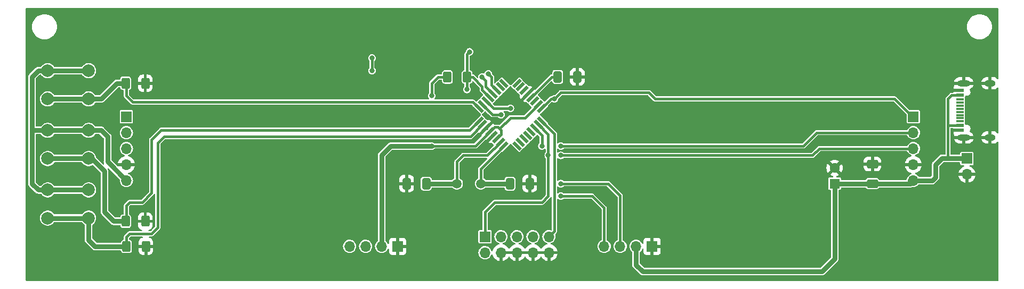
<source format=gbr>
%TF.GenerationSoftware,KiCad,Pcbnew,7.0.2*%
%TF.CreationDate,2024-10-16T20:37:04+05:30*%
%TF.ProjectId,digitalClock,64696769-7461-46c4-936c-6f636b2e6b69,rev?*%
%TF.SameCoordinates,Original*%
%TF.FileFunction,Copper,L1,Top*%
%TF.FilePolarity,Positive*%
%FSLAX46Y46*%
G04 Gerber Fmt 4.6, Leading zero omitted, Abs format (unit mm)*
G04 Created by KiCad (PCBNEW 7.0.2) date 2024-10-16 20:37:04*
%MOMM*%
%LPD*%
G01*
G04 APERTURE LIST*
G04 Aperture macros list*
%AMRoundRect*
0 Rectangle with rounded corners*
0 $1 Rounding radius*
0 $2 $3 $4 $5 $6 $7 $8 $9 X,Y pos of 4 corners*
0 Add a 4 corners polygon primitive as box body*
4,1,4,$2,$3,$4,$5,$6,$7,$8,$9,$2,$3,0*
0 Add four circle primitives for the rounded corners*
1,1,$1+$1,$2,$3*
1,1,$1+$1,$4,$5*
1,1,$1+$1,$6,$7*
1,1,$1+$1,$8,$9*
0 Add four rect primitives between the rounded corners*
20,1,$1+$1,$2,$3,$4,$5,0*
20,1,$1+$1,$4,$5,$6,$7,0*
20,1,$1+$1,$6,$7,$8,$9,0*
20,1,$1+$1,$8,$9,$2,$3,0*%
%AMRotRect*
0 Rectangle, with rotation*
0 The origin of the aperture is its center*
0 $1 length*
0 $2 width*
0 $3 Rotation angle, in degrees counterclockwise*
0 Add horizontal line*
21,1,$1,$2,0,0,$3*%
G04 Aperture macros list end*
%TA.AperFunction,SMDPad,CuDef*%
%ADD10RoundRect,0.250000X0.412500X0.650000X-0.412500X0.650000X-0.412500X-0.650000X0.412500X-0.650000X0*%
%TD*%
%TA.AperFunction,SMDPad,CuDef*%
%ADD11RoundRect,0.250000X0.400000X0.625000X-0.400000X0.625000X-0.400000X-0.625000X0.400000X-0.625000X0*%
%TD*%
%TA.AperFunction,ComponentPad*%
%ADD12C,2.000000*%
%TD*%
%TA.AperFunction,SMDPad,CuDef*%
%ADD13R,1.150000X0.600000*%
%TD*%
%TA.AperFunction,SMDPad,CuDef*%
%ADD14R,1.150000X0.300000*%
%TD*%
%TA.AperFunction,ComponentPad*%
%ADD15O,1.800000X1.000000*%
%TD*%
%TA.AperFunction,ComponentPad*%
%ADD16O,2.100000X1.000000*%
%TD*%
%TA.AperFunction,SMDPad,CuDef*%
%ADD17RotRect,1.600000X0.550000X45.000000*%
%TD*%
%TA.AperFunction,SMDPad,CuDef*%
%ADD18RotRect,1.600000X0.550000X135.000000*%
%TD*%
%TA.AperFunction,ComponentPad*%
%ADD19R,1.700000X1.700000*%
%TD*%
%TA.AperFunction,ComponentPad*%
%ADD20O,1.700000X1.700000*%
%TD*%
%TA.AperFunction,ComponentPad*%
%ADD21C,1.500000*%
%TD*%
%TA.AperFunction,SMDPad,CuDef*%
%ADD22RoundRect,0.250000X-0.412500X-0.650000X0.412500X-0.650000X0.412500X0.650000X-0.412500X0.650000X0*%
%TD*%
%TA.AperFunction,SMDPad,CuDef*%
%ADD23RoundRect,0.250000X-0.650000X0.412500X-0.650000X-0.412500X0.650000X-0.412500X0.650000X0.412500X0*%
%TD*%
%TA.AperFunction,ComponentPad*%
%ADD24R,1.600000X1.600000*%
%TD*%
%TA.AperFunction,ComponentPad*%
%ADD25C,1.600000*%
%TD*%
%TA.AperFunction,ViaPad*%
%ADD26C,0.800000*%
%TD*%
%TA.AperFunction,Conductor*%
%ADD27C,0.800000*%
%TD*%
%TA.AperFunction,Conductor*%
%ADD28C,0.400000*%
%TD*%
G04 APERTURE END LIST*
D10*
%TO.P,C1,1*%
%TO.N,Net-(U1-XTAL1{slash}PB6)*%
X131125000Y-105000000D03*
%TO.P,C1,2*%
%TO.N,GND*%
X128000000Y-105000000D03*
%TD*%
D11*
%TO.P,R2,1*%
%TO.N,GND*%
X86500000Y-89000000D03*
%TO.P,R2,2*%
%TO.N,/UP*%
X83400000Y-89000000D03*
%TD*%
D12*
%TO.P,SW3,1,A*%
%TO.N,/DWN*%
X77500000Y-110500000D03*
X71000000Y-110500000D03*
%TO.P,SW3,2,B*%
%TO.N,+5V*%
X77500000Y-106000000D03*
X71000000Y-106000000D03*
%TD*%
D13*
%TO.P,J7,A1_B12,GND*%
%TO.N,GND*%
X215935000Y-96520000D03*
%TO.P,J7,A4_B9,VBUS*%
%TO.N,+5V*%
X215935000Y-95720000D03*
D14*
%TO.P,J7,A5,CC1*%
%TO.N,unconnected-(J7-CC1-PadA5)*%
X215935000Y-94570000D03*
%TO.P,J7,A6,DP1*%
%TO.N,unconnected-(J7-DP1-PadA6)*%
X215935000Y-93570000D03*
%TO.P,J7,A7,DN1*%
%TO.N,unconnected-(J7-DN1-PadA7)*%
X215935000Y-93070000D03*
%TO.P,J7,A8,SBU1*%
%TO.N,unconnected-(J7-SBU1-PadA8)*%
X215935000Y-92070000D03*
D13*
%TO.P,J7,B1_A12,GND*%
%TO.N,GND*%
X215935000Y-90120000D03*
%TO.P,J7,B4_A9,VBUS*%
%TO.N,+5V*%
X215935000Y-90920000D03*
D14*
%TO.P,J7,B5,CC2*%
%TO.N,unconnected-(J7-CC2-PadB5)*%
X215935000Y-91570000D03*
%TO.P,J7,B6,DP2*%
%TO.N,unconnected-(J7-DP2-PadB6)*%
X215935000Y-92570000D03*
%TO.P,J7,B7,DN2*%
%TO.N,unconnected-(J7-DN2-PadB7)*%
X215935000Y-94070000D03*
%TO.P,J7,B8,SBU2*%
%TO.N,unconnected-(J7-SBU2-PadB8)*%
X215935000Y-95070000D03*
D15*
%TO.P,J7,S1,SHIELD*%
%TO.N,GND*%
X220680000Y-97640000D03*
%TO.P,J7,S2,SHIELD*%
X220680000Y-89000000D03*
D16*
%TO.P,J7,S3,SHIELD*%
X216500000Y-97640000D03*
%TO.P,J7,S4,SHIELD*%
X216500000Y-89000000D03*
%TD*%
D17*
%TO.P,U1,1,PD3*%
%TO.N,/SEL*%
X139514897Y-95025305D03*
%TO.P,U1,2,PD4*%
%TO.N,/DWN*%
X140080583Y-95590990D03*
%TO.P,U1,3,GND*%
%TO.N,GND*%
X140646268Y-96156676D03*
%TO.P,U1,4,VCC*%
%TO.N,+5V*%
X141211953Y-96722361D03*
%TO.P,U1,5,GND*%
%TO.N,GND*%
X141777639Y-97288047D03*
%TO.P,U1,6,VCC*%
%TO.N,+5V*%
X142343324Y-97853732D03*
%TO.P,U1,7,XTAL1/PB6*%
%TO.N,Net-(U1-XTAL1{slash}PB6)*%
X142909010Y-98419417D03*
%TO.P,U1,8,XTAL2/PB7*%
%TO.N,Net-(U1-XTAL2{slash}PB7)*%
X143474695Y-98985103D03*
D18*
%TO.P,U1,9,PD5*%
%TO.N,unconnected-(U1-PD5-Pad9)*%
X145525305Y-98985103D03*
%TO.P,U1,10,PD6*%
%TO.N,unconnected-(U1-PD6-Pad10)*%
X146090990Y-98419417D03*
%TO.P,U1,11,PD7*%
%TO.N,unconnected-(U1-PD7-Pad11)*%
X146656676Y-97853732D03*
%TO.P,U1,12,PB0*%
%TO.N,unconnected-(U1-PB0-Pad12)*%
X147222361Y-97288047D03*
%TO.P,U1,13,PB1*%
%TO.N,unconnected-(U1-PB1-Pad13)*%
X147788047Y-96722361D03*
%TO.P,U1,14,PB2*%
%TO.N,/CS*%
X148353732Y-96156676D03*
%TO.P,U1,15,PB3*%
%TO.N,/MOSI*%
X148919417Y-95590990D03*
%TO.P,U1,16,PB4*%
%TO.N,/MISO*%
X149485103Y-95025305D03*
D17*
%TO.P,U1,17,PB5*%
%TO.N,/SCK*%
X149485103Y-92974695D03*
%TO.P,U1,18,AVCC*%
%TO.N,+5V*%
X148919417Y-92409010D03*
%TO.P,U1,19,ADC6*%
%TO.N,unconnected-(U1-ADC6-Pad19)*%
X148353732Y-91843324D03*
%TO.P,U1,20,AREF*%
%TO.N,Net-(U1-AREF)*%
X147788047Y-91277639D03*
%TO.P,U1,21,GND*%
%TO.N,GND*%
X147222361Y-90711953D03*
%TO.P,U1,22,ADC7*%
%TO.N,unconnected-(U1-ADC7-Pad22)*%
X146656676Y-90146268D03*
%TO.P,U1,23,PC0*%
%TO.N,unconnected-(U1-PC0-Pad23)*%
X146090990Y-89580583D03*
%TO.P,U1,24,PC1*%
%TO.N,unconnected-(U1-PC1-Pad24)*%
X145525305Y-89014897D03*
D18*
%TO.P,U1,25,PC2*%
%TO.N,unconnected-(U1-PC2-Pad25)*%
X143474695Y-89014897D03*
%TO.P,U1,26,PC3*%
%TO.N,unconnected-(U1-PC3-Pad26)*%
X142909010Y-89580583D03*
%TO.P,U1,27,PC4*%
%TO.N,/SDA*%
X142343324Y-90146268D03*
%TO.P,U1,28,PC5*%
%TO.N,/SCL*%
X141777639Y-90711953D03*
%TO.P,U1,29,~{RESET}/PC6*%
%TO.N,/RST*%
X141211953Y-91277639D03*
%TO.P,U1,30,PD0*%
%TO.N,/Rx*%
X140646268Y-91843324D03*
%TO.P,U1,31,PD1*%
%TO.N,/Tx*%
X140080583Y-92409010D03*
%TO.P,U1,32,PD2*%
%TO.N,/UP*%
X139514897Y-92974695D03*
%TD*%
D11*
%TO.P,R4,1*%
%TO.N,GND*%
X86600000Y-115000000D03*
%TO.P,R4,2*%
%TO.N,/DWN*%
X83500000Y-115000000D03*
%TD*%
D19*
%TO.P,J5,1,Pin_1*%
%TO.N,unconnected-(J5-Pin_1-Pad1)*%
X83500000Y-94340000D03*
D20*
%TO.P,J5,2,Pin_2*%
%TO.N,unconnected-(J5-Pin_2-Pad2)*%
X83500000Y-96880000D03*
%TO.P,J5,3,Pin_3*%
%TO.N,unconnected-(J5-Pin_3-Pad3)*%
X83500000Y-99420000D03*
%TO.P,J5,4,Pin_4*%
%TO.N,GND*%
X83500000Y-101960000D03*
%TO.P,J5,5,Pin_5*%
%TO.N,+5V*%
X83500000Y-104500000D03*
%TD*%
D12*
%TO.P,SW2,1,A*%
%TO.N,/SEL*%
X77500000Y-101000000D03*
X71000000Y-101000000D03*
%TO.P,SW2,2,B*%
%TO.N,+5V*%
X77500000Y-96500000D03*
X71000000Y-96500000D03*
%TD*%
D10*
%TO.P,C3,1*%
%TO.N,GND*%
X155125000Y-88000000D03*
%TO.P,C3,2*%
%TO.N,Net-(U1-AREF)*%
X152000000Y-88000000D03*
%TD*%
D21*
%TO.P,Y1,1,1*%
%TO.N,Net-(U1-XTAL2{slash}PB7)*%
X139800000Y-105000000D03*
%TO.P,Y1,2,2*%
%TO.N,Net-(U1-XTAL1{slash}PB6)*%
X136000000Y-105000000D03*
%TD*%
D11*
%TO.P,R3,1*%
%TO.N,GND*%
X86500000Y-111000000D03*
%TO.P,R3,2*%
%TO.N,/SEL*%
X83400000Y-111000000D03*
%TD*%
D19*
%TO.P,J3,1,Pin_1*%
%TO.N,/SCK*%
X208500000Y-94340000D03*
D20*
%TO.P,J3,2,Pin_2*%
%TO.N,/CS*%
X208500000Y-96880000D03*
%TO.P,J3,3,Pin_3*%
%TO.N,/MOSI*%
X208500000Y-99420000D03*
%TO.P,J3,4,Pin_4*%
%TO.N,GND*%
X208500000Y-101960000D03*
%TO.P,J3,5,Pin_5*%
%TO.N,+5V*%
X208500000Y-104500000D03*
%TD*%
D22*
%TO.P,C2,1*%
%TO.N,Net-(U1-XTAL2{slash}PB7)*%
X144437500Y-105000000D03*
%TO.P,C2,2*%
%TO.N,GND*%
X147562500Y-105000000D03*
%TD*%
D23*
%TO.P,C4,1*%
%TO.N,GND*%
X202000000Y-101875000D03*
%TO.P,C4,2*%
%TO.N,+5V*%
X202000000Y-105000000D03*
%TD*%
D12*
%TO.P,SW1,1,A*%
%TO.N,/UP*%
X77500000Y-91500000D03*
X71000000Y-91500000D03*
%TO.P,SW1,2,B*%
%TO.N,+5V*%
X77500000Y-87000000D03*
X71000000Y-87000000D03*
%TD*%
D11*
%TO.P,R1,1*%
%TO.N,/RST*%
X137600000Y-88000000D03*
%TO.P,R1,2*%
%TO.N,+5V*%
X134500000Y-88000000D03*
%TD*%
D24*
%TO.P,C5,1*%
%TO.N,+5V*%
X196000000Y-105000000D03*
D25*
%TO.P,C5,2*%
%TO.N,GND*%
X196000000Y-102500000D03*
%TD*%
D19*
%TO.P,J1,1,Pin_1*%
%TO.N,+5V*%
X217000000Y-101000000D03*
D20*
%TO.P,J1,2,Pin_2*%
%TO.N,GND*%
X217000000Y-103540000D03*
%TD*%
D19*
%TO.P,J6,1,MOSI*%
%TO.N,/MOSI*%
X140460000Y-113460000D03*
D20*
%TO.P,J6,2,VCC*%
%TO.N,+5V*%
X140460000Y-116000000D03*
%TO.P,J6,3,NC*%
%TO.N,unconnected-(J6-NC-Pad3)*%
X143000000Y-113460000D03*
%TO.P,J6,4,GND*%
%TO.N,GND*%
X143000000Y-116000000D03*
%TO.P,J6,5,~{RST}*%
%TO.N,/RST*%
X145540000Y-113460000D03*
%TO.P,J6,6,GND*%
%TO.N,GND*%
X145540000Y-116000000D03*
%TO.P,J6,7,SCK*%
%TO.N,/SCK*%
X148080000Y-113460000D03*
%TO.P,J6,8,GND*%
%TO.N,GND*%
X148080000Y-116000000D03*
%TO.P,J6,9,MISO*%
%TO.N,/MISO*%
X150620000Y-113460000D03*
%TO.P,J6,10,GND*%
%TO.N,GND*%
X150620000Y-116000000D03*
%TD*%
D19*
%TO.P,J4,1,Pin_1*%
%TO.N,GND*%
X167000000Y-115000000D03*
D20*
%TO.P,J4,2,Pin_2*%
%TO.N,+5V*%
X164460000Y-115000000D03*
%TO.P,J4,3,Pin_3*%
%TO.N,/Rx*%
X161920000Y-115000000D03*
%TO.P,J4,4,Pin_4*%
%TO.N,/Tx*%
X159380000Y-115000000D03*
%TD*%
D19*
%TO.P,J2,1,Pin_1*%
%TO.N,GND*%
X126580000Y-115000000D03*
D20*
%TO.P,J2,2,Pin_2*%
%TO.N,+5V*%
X124040000Y-115000000D03*
%TO.P,J2,3,Pin_3*%
%TO.N,/SDA*%
X121500000Y-115000000D03*
%TO.P,J2,4,Pin_4*%
%TO.N,/SCL*%
X118960000Y-115000000D03*
%TD*%
D26*
%TO.N,GND*%
X148000000Y-86500000D03*
X112000000Y-87000000D03*
X157000000Y-103000000D03*
X157000000Y-94500000D03*
X135000000Y-94000000D03*
X143500000Y-102000000D03*
X156000000Y-111000000D03*
X110500000Y-107000000D03*
%TO.N,+5V*%
X132000000Y-91000000D03*
X132000000Y-99000000D03*
%TO.N,/SDA*%
X122500000Y-87000000D03*
X141000000Y-87500000D03*
X122500000Y-85000000D03*
%TO.N,/SCL*%
X140000000Y-88000000D03*
%TO.N,/CS*%
X152500000Y-99000000D03*
X149500000Y-99000000D03*
%TO.N,/SCK*%
X151500000Y-91500000D03*
%TO.N,/Rx*%
X144500000Y-93000000D03*
X152500000Y-105000000D03*
%TO.N,/Tx*%
X143000000Y-94000000D03*
X152500000Y-107000000D03*
%TO.N,/MOSI*%
X152500000Y-100500000D03*
X150500000Y-100500000D03*
%TO.N,/RST*%
X138000000Y-84000000D03*
X137600000Y-90000000D03*
%TD*%
D27*
%TO.N,Net-(U1-XTAL1{slash}PB6)*%
X136000000Y-105000000D02*
X131125000Y-105000000D01*
D28*
X140828427Y-100500000D02*
X137000000Y-100500000D01*
X142909010Y-98419417D02*
X140828427Y-100500000D01*
X136000000Y-101500000D02*
X136000000Y-105000000D01*
X137000000Y-100500000D02*
X136000000Y-101500000D01*
%TO.N,Net-(U1-XTAL2{slash}PB7)*%
X143474695Y-98985103D02*
X139800000Y-102659798D01*
X139800000Y-102659798D02*
X139800000Y-105000000D01*
D27*
X139800000Y-105000000D02*
X144437500Y-105000000D01*
%TO.N,+5V*%
X69500000Y-87000000D02*
X68500000Y-88000000D01*
D28*
X214580000Y-90920000D02*
X215935000Y-90920000D01*
X134500000Y-88000000D02*
X133000000Y-88000000D01*
X148919417Y-92409010D02*
X146828427Y-94500000D01*
D27*
X124040000Y-100460000D02*
X125500000Y-99000000D01*
X77500000Y-96500000D02*
X79500000Y-96500000D01*
X71000000Y-87000000D02*
X77500000Y-87000000D01*
X202000000Y-105000000D02*
X208000000Y-105000000D01*
D28*
X214000000Y-95720000D02*
X214000000Y-101000000D01*
D27*
X194000000Y-119000000D02*
X196000000Y-117000000D01*
D28*
X144500000Y-94500000D02*
X142750000Y-96250000D01*
D27*
X196000000Y-105000000D02*
X202000000Y-105000000D01*
X208000000Y-105000000D02*
X208500000Y-104500000D01*
X212000000Y-102000000D02*
X213000000Y-101000000D01*
X165500000Y-119000000D02*
X194000000Y-119000000D01*
X214000000Y-101000000D02*
X217000000Y-101000000D01*
X164460000Y-115000000D02*
X164460000Y-117960000D01*
D28*
X214000000Y-95720000D02*
X214000000Y-91500000D01*
X142000000Y-96000000D02*
X142500000Y-96000000D01*
D27*
X211500000Y-104500000D02*
X212000000Y-104000000D01*
X68500000Y-88000000D02*
X68500000Y-96500000D01*
X213000000Y-101000000D02*
X214000000Y-101000000D01*
D28*
X143000000Y-96500000D02*
X143000000Y-97197056D01*
X142750000Y-96250000D02*
X143000000Y-96500000D01*
D27*
X125500000Y-99000000D02*
X132000000Y-99000000D01*
X212000000Y-104000000D02*
X212000000Y-102000000D01*
X68500000Y-96500000D02*
X68500000Y-105000000D01*
X71000000Y-96500000D02*
X77500000Y-96500000D01*
X80500000Y-97500000D02*
X80500000Y-101500000D01*
D28*
X146828427Y-94500000D02*
X144500000Y-94500000D01*
D27*
X196000000Y-117000000D02*
X196000000Y-105000000D01*
X124040000Y-115000000D02*
X124040000Y-100460000D01*
X71000000Y-87000000D02*
X69500000Y-87000000D01*
X68500000Y-105000000D02*
X69500000Y-106000000D01*
D28*
X142500000Y-96000000D02*
X142750000Y-96250000D01*
D27*
X71000000Y-96500000D02*
X68500000Y-96500000D01*
X79500000Y-96500000D02*
X80500000Y-97500000D01*
D28*
X138934314Y-99000000D02*
X141211953Y-96722361D01*
D27*
X69500000Y-106000000D02*
X71000000Y-106000000D01*
X164460000Y-117960000D02*
X165500000Y-119000000D01*
X71000000Y-106000000D02*
X77500000Y-106000000D01*
X80500000Y-101500000D02*
X83500000Y-104500000D01*
D28*
X133000000Y-88000000D02*
X132000000Y-89000000D01*
D27*
X208500000Y-104500000D02*
X211500000Y-104500000D01*
D28*
X132000000Y-99000000D02*
X138934314Y-99000000D01*
X132000000Y-89000000D02*
X132000000Y-91000000D01*
X143000000Y-97197056D02*
X142343324Y-97853732D01*
X141277639Y-96722361D02*
X142000000Y-96000000D01*
X141211953Y-96722361D02*
X141277639Y-96722361D01*
X214000000Y-91500000D02*
X214580000Y-90920000D01*
X215935000Y-95720000D02*
X214000000Y-95720000D01*
%TO.N,/SDA*%
X141500000Y-89302944D02*
X141500000Y-88000000D01*
X122500000Y-85000000D02*
X122500000Y-87000000D01*
X141500000Y-88000000D02*
X141000000Y-87500000D01*
X142343324Y-90146268D02*
X141500000Y-89302944D01*
%TO.N,/SCL*%
X141777639Y-90711953D02*
X140600000Y-89534314D01*
X140600000Y-88600000D02*
X140000000Y-88000000D01*
X140600000Y-89534314D02*
X140600000Y-88600000D01*
%TO.N,Net-(U1-AREF)*%
X147788047Y-91277639D02*
X151065686Y-88000000D01*
X151065686Y-88000000D02*
X152000000Y-88000000D01*
%TO.N,/CS*%
X193120000Y-96880000D02*
X208500000Y-96880000D01*
X191000000Y-99000000D02*
X193120000Y-96880000D01*
X152500000Y-99000000D02*
X191000000Y-99000000D01*
X149500000Y-97302944D02*
X149500000Y-99000000D01*
X148353732Y-96156676D02*
X149500000Y-97302944D01*
%TO.N,/SCK*%
X167500000Y-91500000D02*
X205500000Y-91500000D01*
X151500000Y-91500000D02*
X150959798Y-91500000D01*
X208340000Y-94340000D02*
X208500000Y-94340000D01*
X205500000Y-91500000D02*
X208340000Y-94340000D01*
X152500000Y-90500000D02*
X151500000Y-91500000D01*
X150959798Y-91500000D02*
X149485103Y-92974695D01*
X166500000Y-90500000D02*
X167500000Y-91500000D01*
X166500000Y-90500000D02*
X152500000Y-90500000D01*
%TO.N,/Rx*%
X140646268Y-91843324D02*
X141802944Y-93000000D01*
X141802944Y-93000000D02*
X144500000Y-93000000D01*
X160000000Y-105000000D02*
X161920000Y-106920000D01*
X161920000Y-106920000D02*
X161920000Y-115000000D01*
X152500000Y-105000000D02*
X160000000Y-105000000D01*
%TO.N,/Tx*%
X152500000Y-107000000D02*
X157500000Y-107000000D01*
X159380000Y-108880000D02*
X159380000Y-115000000D01*
X140080583Y-92409010D02*
X141671573Y-94000000D01*
X157500000Y-107000000D02*
X159380000Y-108880000D01*
X141671573Y-94000000D02*
X143000000Y-94000000D01*
%TO.N,/UP*%
X83500000Y-89100000D02*
X83400000Y-89000000D01*
X138500000Y-92000000D02*
X84500000Y-92000000D01*
D27*
X77500000Y-91500000D02*
X79500000Y-91500000D01*
D28*
X83500000Y-91000000D02*
X83500000Y-89100000D01*
X139514897Y-92974695D02*
X139474695Y-92974695D01*
D27*
X82000000Y-89000000D02*
X83400000Y-89000000D01*
D28*
X84500000Y-92000000D02*
X83500000Y-91000000D01*
D27*
X79500000Y-91500000D02*
X82000000Y-89000000D01*
X71000000Y-91500000D02*
X77500000Y-91500000D01*
D28*
X139474695Y-92974695D02*
X138500000Y-92000000D01*
%TO.N,/SEL*%
X139474695Y-95025305D02*
X138000000Y-96500000D01*
D27*
X81500000Y-111000000D02*
X83400000Y-111000000D01*
X80000000Y-109500000D02*
X81500000Y-111000000D01*
D28*
X84000000Y-108000000D02*
X83500000Y-108500000D01*
D27*
X71000000Y-101000000D02*
X77500000Y-101000000D01*
D28*
X139514897Y-95025305D02*
X139474695Y-95025305D01*
X89000000Y-96500000D02*
X87500000Y-98000000D01*
X87500000Y-98000000D02*
X87500000Y-106500000D01*
D27*
X77500000Y-101000000D02*
X78000000Y-101000000D01*
X80000000Y-103000000D02*
X80000000Y-109500000D01*
D28*
X138000000Y-96500000D02*
X89000000Y-96500000D01*
X83500000Y-110900000D02*
X83400000Y-111000000D01*
X86000000Y-108000000D02*
X84000000Y-108000000D01*
X83500000Y-108500000D02*
X83500000Y-110900000D01*
D27*
X78000000Y-101000000D02*
X80000000Y-103000000D01*
D28*
X87500000Y-106500000D02*
X86000000Y-108000000D01*
%TO.N,/DWN*%
X87500000Y-113000000D02*
X84000000Y-113000000D01*
D27*
X77500000Y-114000000D02*
X78500000Y-115000000D01*
D28*
X84000000Y-113000000D02*
X83500000Y-113500000D01*
D27*
X77500000Y-110500000D02*
X77500000Y-114000000D01*
X78500000Y-115000000D02*
X83500000Y-115000000D01*
D28*
X138171573Y-97500000D02*
X89500000Y-97500000D01*
X88500000Y-98500000D02*
X88500000Y-112000000D01*
X88500000Y-112000000D02*
X87500000Y-113000000D01*
X140080583Y-95590990D02*
X138171573Y-97500000D01*
X89500000Y-97500000D02*
X88500000Y-98500000D01*
X83500000Y-113500000D02*
X83500000Y-115000000D01*
D27*
X71000000Y-110500000D02*
X77500000Y-110500000D01*
D28*
%TO.N,/MOSI*%
X150500000Y-107000000D02*
X150500000Y-97171573D01*
X149500000Y-108000000D02*
X150500000Y-107000000D01*
X150500000Y-97171573D02*
X148919417Y-95590990D01*
X140460000Y-109540000D02*
X142000000Y-108000000D01*
X140460000Y-113460000D02*
X140460000Y-109540000D01*
X192500000Y-100500000D02*
X152500000Y-100500000D01*
X142000000Y-108000000D02*
X149500000Y-108000000D01*
X208500000Y-99420000D02*
X193580000Y-99420000D01*
X193580000Y-99420000D02*
X192500000Y-100500000D01*
%TO.N,/RST*%
X140000000Y-90065686D02*
X141211953Y-91277639D01*
X137600000Y-90000000D02*
X137600000Y-88000000D01*
X138500000Y-88000000D02*
X140000000Y-89500000D01*
X137600000Y-88000000D02*
X138500000Y-88000000D01*
X140000000Y-89500000D02*
X140000000Y-90065686D01*
X137600000Y-84400000D02*
X138000000Y-84000000D01*
X137600000Y-88000000D02*
X137600000Y-84400000D01*
%TO.N,/MISO*%
X151500000Y-97040202D02*
X151500000Y-112580000D01*
X149485103Y-95025305D02*
X151500000Y-97040202D01*
X151500000Y-112580000D02*
X150620000Y-113460000D01*
%TD*%
%TA.AperFunction,Conductor*%
%TO.N,GND*%
G36*
X145080507Y-115790156D02*
G01*
X145040000Y-115928111D01*
X145040000Y-116071889D01*
X145080507Y-116209844D01*
X145106314Y-116250000D01*
X143433686Y-116250000D01*
X143459493Y-116209844D01*
X143500000Y-116071889D01*
X143500000Y-115928111D01*
X143459493Y-115790156D01*
X143433686Y-115750000D01*
X145106314Y-115750000D01*
X145080507Y-115790156D01*
G37*
%TD.AperFunction*%
%TA.AperFunction,Conductor*%
G36*
X147620507Y-115790156D02*
G01*
X147580000Y-115928111D01*
X147580000Y-116071889D01*
X147620507Y-116209844D01*
X147646314Y-116250000D01*
X145973686Y-116250000D01*
X145999493Y-116209844D01*
X146040000Y-116071889D01*
X146040000Y-115928111D01*
X145999493Y-115790156D01*
X145973686Y-115750000D01*
X147646314Y-115750000D01*
X147620507Y-115790156D01*
G37*
%TD.AperFunction*%
%TA.AperFunction,Conductor*%
G36*
X150160507Y-115790156D02*
G01*
X150120000Y-115928111D01*
X150120000Y-116071889D01*
X150160507Y-116209844D01*
X150186314Y-116250000D01*
X148513686Y-116250000D01*
X148539493Y-116209844D01*
X148580000Y-116071889D01*
X148580000Y-115928111D01*
X148539493Y-115790156D01*
X148513686Y-115750000D01*
X150186314Y-115750000D01*
X150160507Y-115790156D01*
G37*
%TD.AperFunction*%
%TA.AperFunction,Conductor*%
G36*
X221942539Y-77020185D02*
G01*
X221988294Y-77072989D01*
X221999500Y-77124500D01*
X221999499Y-88205435D01*
X221979814Y-88272474D01*
X221927010Y-88318229D01*
X221857852Y-88328173D01*
X221794296Y-88299148D01*
X221785625Y-88290868D01*
X221734730Y-88237328D01*
X221567805Y-88121144D01*
X221380907Y-88040940D01*
X221181689Y-88000000D01*
X220930000Y-88000000D01*
X220930000Y-88700000D01*
X220430000Y-88700000D01*
X220430000Y-88000000D01*
X220232430Y-88000000D01*
X220226164Y-88000317D01*
X220077660Y-88015419D01*
X219883610Y-88076303D01*
X219705785Y-88175003D01*
X219551468Y-88307479D01*
X219426978Y-88468307D01*
X219337410Y-88650905D01*
X219311753Y-88749999D01*
X219311753Y-88750000D01*
X220113889Y-88750000D01*
X220074390Y-88774457D01*
X220006799Y-88863962D01*
X219976105Y-88971840D01*
X219986454Y-89083521D01*
X220036448Y-89183922D01*
X220108931Y-89250000D01*
X219306634Y-89250000D01*
X219306932Y-89251948D01*
X219377564Y-89442663D01*
X219485145Y-89615263D01*
X219625266Y-89762669D01*
X219792194Y-89878855D01*
X219979092Y-89959059D01*
X220178311Y-90000000D01*
X220430000Y-90000000D01*
X220430000Y-89300000D01*
X220930000Y-89300000D01*
X220930000Y-90000000D01*
X221127570Y-90000000D01*
X221133835Y-89999682D01*
X221282339Y-89984580D01*
X221476389Y-89923696D01*
X221654214Y-89824996D01*
X221794729Y-89704368D01*
X221858417Y-89675636D01*
X221927529Y-89685898D01*
X221980122Y-89731895D01*
X221999499Y-89798454D01*
X221999499Y-96845435D01*
X221979814Y-96912474D01*
X221927010Y-96958229D01*
X221857852Y-96968173D01*
X221794296Y-96939148D01*
X221785625Y-96930868D01*
X221734730Y-96877328D01*
X221567805Y-96761144D01*
X221380907Y-96680940D01*
X221181689Y-96640000D01*
X220930000Y-96640000D01*
X220930000Y-97340000D01*
X220430000Y-97340000D01*
X220430000Y-96640000D01*
X220232430Y-96640000D01*
X220226164Y-96640317D01*
X220077660Y-96655419D01*
X219883610Y-96716303D01*
X219705785Y-96815003D01*
X219551468Y-96947479D01*
X219426978Y-97108307D01*
X219337410Y-97290905D01*
X219311753Y-97389999D01*
X219311753Y-97390000D01*
X220113889Y-97390000D01*
X220074390Y-97414457D01*
X220006799Y-97503962D01*
X219976105Y-97611840D01*
X219986454Y-97723521D01*
X220036448Y-97823922D01*
X220108931Y-97890000D01*
X219306634Y-97890000D01*
X219306932Y-97891948D01*
X219377564Y-98082663D01*
X219485145Y-98255263D01*
X219625266Y-98402669D01*
X219792194Y-98518855D01*
X219979092Y-98599059D01*
X220178311Y-98640000D01*
X220430000Y-98640000D01*
X220430000Y-97940000D01*
X220930000Y-97940000D01*
X220930000Y-98640000D01*
X221127570Y-98640000D01*
X221133835Y-98639682D01*
X221282339Y-98624580D01*
X221476389Y-98563696D01*
X221654214Y-98464996D01*
X221794730Y-98344368D01*
X221858419Y-98315636D01*
X221927531Y-98325898D01*
X221980123Y-98371896D01*
X221999500Y-98438454D01*
X221999500Y-120375500D01*
X221979815Y-120442539D01*
X221927011Y-120488294D01*
X221875500Y-120499500D01*
X67624500Y-120499500D01*
X67557461Y-120479815D01*
X67511706Y-120427011D01*
X67500500Y-120375500D01*
X67500500Y-104999999D01*
X67894317Y-104999999D01*
X67908231Y-105105682D01*
X67911199Y-105128226D01*
X67914956Y-105156762D01*
X67953577Y-105250000D01*
X67975464Y-105302841D01*
X68071716Y-105428281D01*
X68096768Y-105447503D01*
X68108964Y-105458199D01*
X69041799Y-106391034D01*
X69052494Y-106403229D01*
X69071717Y-106428282D01*
X69133206Y-106475463D01*
X69133207Y-106475464D01*
X69197159Y-106524536D01*
X69343238Y-106585044D01*
X69500000Y-106605683D01*
X69531308Y-106601560D01*
X69547494Y-106600500D01*
X69887379Y-106600500D01*
X69954418Y-106620185D01*
X69986332Y-106649772D01*
X69993372Y-106659094D01*
X70109019Y-106812237D01*
X70273437Y-106962124D01*
X70462595Y-107079245D01*
X70462597Y-107079245D01*
X70462599Y-107079247D01*
X70670060Y-107159618D01*
X70888757Y-107200500D01*
X70888759Y-107200500D01*
X71111241Y-107200500D01*
X71111243Y-107200500D01*
X71329940Y-107159618D01*
X71537401Y-107079247D01*
X71726562Y-106962124D01*
X71849793Y-106849784D01*
X71890980Y-106812237D01*
X71904227Y-106794696D01*
X72013667Y-106649772D01*
X72069776Y-106608137D01*
X72112621Y-106600500D01*
X76387379Y-106600500D01*
X76454418Y-106620185D01*
X76486332Y-106649772D01*
X76493372Y-106659094D01*
X76609019Y-106812237D01*
X76773437Y-106962124D01*
X76962595Y-107079245D01*
X76962597Y-107079245D01*
X76962599Y-107079247D01*
X77170060Y-107159618D01*
X77388757Y-107200500D01*
X77388759Y-107200500D01*
X77611241Y-107200500D01*
X77611243Y-107200500D01*
X77829940Y-107159618D01*
X78037401Y-107079247D01*
X78226562Y-106962124D01*
X78349793Y-106849784D01*
X78390980Y-106812237D01*
X78390981Y-106812236D01*
X78525058Y-106634689D01*
X78624229Y-106435528D01*
X78630083Y-106414956D01*
X78653086Y-106334107D01*
X78685115Y-106221536D01*
X78705643Y-106000000D01*
X78685115Y-105778464D01*
X78647379Y-105645835D01*
X78624230Y-105564473D01*
X78525058Y-105365311D01*
X78390980Y-105187762D01*
X78226562Y-105037875D01*
X78037404Y-104920754D01*
X77908029Y-104870634D01*
X77829940Y-104840382D01*
X77611243Y-104799500D01*
X77388757Y-104799500D01*
X77170060Y-104840382D01*
X76962595Y-104920754D01*
X76773437Y-105037875D01*
X76609019Y-105187762D01*
X76486333Y-105350227D01*
X76430224Y-105391863D01*
X76387379Y-105399500D01*
X72112621Y-105399500D01*
X72045582Y-105379815D01*
X72013667Y-105350227D01*
X71890980Y-105187762D01*
X71726562Y-105037875D01*
X71537404Y-104920754D01*
X71408029Y-104870634D01*
X71329940Y-104840382D01*
X71111243Y-104799500D01*
X70888757Y-104799500D01*
X70670059Y-104840382D01*
X70670060Y-104840382D01*
X70462595Y-104920754D01*
X70273437Y-105037875D01*
X70109019Y-105187762D01*
X69986333Y-105350227D01*
X69930224Y-105391863D01*
X69887379Y-105399500D01*
X69800097Y-105399500D01*
X69733058Y-105379815D01*
X69712416Y-105363181D01*
X69136819Y-104787584D01*
X69103334Y-104726261D01*
X69100500Y-104699903D01*
X69100500Y-97224500D01*
X69120185Y-97157461D01*
X69172989Y-97111706D01*
X69224500Y-97100500D01*
X69887379Y-97100500D01*
X69954418Y-97120185D01*
X69986333Y-97149773D01*
X70109019Y-97312237D01*
X70273437Y-97462124D01*
X70462595Y-97579245D01*
X70462597Y-97579245D01*
X70462599Y-97579247D01*
X70670060Y-97659618D01*
X70888757Y-97700500D01*
X70888759Y-97700500D01*
X71111241Y-97700500D01*
X71111243Y-97700500D01*
X71329940Y-97659618D01*
X71537401Y-97579247D01*
X71726562Y-97462124D01*
X71810905Y-97385235D01*
X71890980Y-97312237D01*
X71909248Y-97288047D01*
X72013667Y-97149772D01*
X72069776Y-97108137D01*
X72112621Y-97100500D01*
X76387379Y-97100500D01*
X76454418Y-97120185D01*
X76486333Y-97149773D01*
X76609019Y-97312237D01*
X76773437Y-97462124D01*
X76962595Y-97579245D01*
X76962597Y-97579245D01*
X76962599Y-97579247D01*
X77170060Y-97659618D01*
X77388757Y-97700500D01*
X77388759Y-97700500D01*
X77611241Y-97700500D01*
X77611243Y-97700500D01*
X77829940Y-97659618D01*
X78037401Y-97579247D01*
X78226562Y-97462124D01*
X78310905Y-97385235D01*
X78390980Y-97312237D01*
X78409248Y-97288047D01*
X78513667Y-97149772D01*
X78569776Y-97108137D01*
X78612621Y-97100500D01*
X79199903Y-97100500D01*
X79266942Y-97120185D01*
X79287584Y-97136819D01*
X79863181Y-97712416D01*
X79896666Y-97773739D01*
X79899500Y-97800097D01*
X79899500Y-101452511D01*
X79898439Y-101468696D01*
X79894317Y-101499999D01*
X79898817Y-101534177D01*
X79899500Y-101539361D01*
X79911328Y-101629202D01*
X79914956Y-101656762D01*
X79965572Y-101778962D01*
X79973041Y-101848431D01*
X79941765Y-101910910D01*
X79881676Y-101946562D01*
X79811851Y-101944068D01*
X79763330Y-101914095D01*
X78722637Y-100873402D01*
X78689152Y-100812079D01*
X78686847Y-100797159D01*
X78685850Y-100786399D01*
X78685115Y-100778464D01*
X78639310Y-100617476D01*
X78624230Y-100564473D01*
X78525058Y-100365311D01*
X78390980Y-100187762D01*
X78226562Y-100037875D01*
X78037404Y-99920754D01*
X77969162Y-99894317D01*
X77829940Y-99840382D01*
X77611243Y-99799500D01*
X77388757Y-99799500D01*
X77171114Y-99840185D01*
X77170060Y-99840382D01*
X76962595Y-99920754D01*
X76773437Y-100037875D01*
X76609019Y-100187762D01*
X76521818Y-100303237D01*
X76491612Y-100343237D01*
X76486333Y-100350227D01*
X76430224Y-100391863D01*
X76387379Y-100399500D01*
X72112621Y-100399500D01*
X72045582Y-100379815D01*
X72013667Y-100350227D01*
X72008388Y-100343237D01*
X71896080Y-100194516D01*
X71890980Y-100187762D01*
X71726562Y-100037875D01*
X71537404Y-99920754D01*
X71469162Y-99894317D01*
X71329940Y-99840382D01*
X71111243Y-99799500D01*
X70888757Y-99799500D01*
X70671114Y-99840185D01*
X70670060Y-99840382D01*
X70462595Y-99920754D01*
X70273437Y-100037875D01*
X70109019Y-100187762D01*
X69974941Y-100365311D01*
X69875769Y-100564473D01*
X69814885Y-100778462D01*
X69794357Y-101000000D01*
X69814885Y-101221537D01*
X69875769Y-101435526D01*
X69974941Y-101634688D01*
X70109019Y-101812237D01*
X70273437Y-101962124D01*
X70462595Y-102079245D01*
X70462597Y-102079245D01*
X70462599Y-102079247D01*
X70670060Y-102159618D01*
X70888757Y-102200500D01*
X70888759Y-102200500D01*
X71111241Y-102200500D01*
X71111243Y-102200500D01*
X71329940Y-102159618D01*
X71537401Y-102079247D01*
X71726562Y-101962124D01*
X71807750Y-101888111D01*
X71890980Y-101812237D01*
X71937862Y-101750156D01*
X72013667Y-101649772D01*
X72069776Y-101608137D01*
X72112621Y-101600500D01*
X76387379Y-101600500D01*
X76454418Y-101620185D01*
X76486332Y-101649772D01*
X76491611Y-101656762D01*
X76609019Y-101812237D01*
X76773437Y-101962124D01*
X76962595Y-102079245D01*
X76962597Y-102079245D01*
X76962599Y-102079247D01*
X77170060Y-102159618D01*
X77388757Y-102200500D01*
X77388759Y-102200500D01*
X77611241Y-102200500D01*
X77611243Y-102200500D01*
X77829940Y-102159618D01*
X78037401Y-102079247D01*
X78072849Y-102057298D01*
X78140206Y-102038741D01*
X78206906Y-102059547D01*
X78225808Y-102075043D01*
X79363181Y-103212416D01*
X79396666Y-103273739D01*
X79399500Y-103300097D01*
X79399500Y-109452511D01*
X79398439Y-109468696D01*
X79394317Y-109499999D01*
X79398817Y-109534177D01*
X79399500Y-109539361D01*
X79410817Y-109625321D01*
X79414956Y-109656762D01*
X79475463Y-109802840D01*
X79571716Y-109928281D01*
X79596768Y-109947503D01*
X79608964Y-109958199D01*
X81041799Y-111391034D01*
X81052494Y-111403229D01*
X81071717Y-111428282D01*
X81115819Y-111462122D01*
X81115822Y-111462124D01*
X81197159Y-111524536D01*
X81343238Y-111585044D01*
X81468698Y-111601561D01*
X81499999Y-111605682D01*
X81499999Y-111605681D01*
X81500000Y-111605682D01*
X81531302Y-111601560D01*
X81547487Y-111600500D01*
X82429198Y-111600500D01*
X82496237Y-111620185D01*
X82541992Y-111672989D01*
X82549993Y-111702952D01*
X82597207Y-111837884D01*
X82677849Y-111947150D01*
X82787115Y-112027792D01*
X82787118Y-112027793D01*
X82915301Y-112072646D01*
X82945734Y-112075500D01*
X82948627Y-112075500D01*
X83851373Y-112075500D01*
X83854266Y-112075500D01*
X83884699Y-112072646D01*
X84012882Y-112027793D01*
X84012882Y-112027792D01*
X84012884Y-112027792D01*
X84122150Y-111947150D01*
X84202792Y-111837884D01*
X84222086Y-111782745D01*
X84247646Y-111709699D01*
X84250500Y-111679266D01*
X84250500Y-110750000D01*
X85350000Y-110750000D01*
X86250000Y-110750000D01*
X86250000Y-109625000D01*
X86750000Y-109625000D01*
X86750000Y-110750000D01*
X87649999Y-110750000D01*
X87649999Y-110328170D01*
X87649678Y-110321888D01*
X87639506Y-110222304D01*
X87584357Y-110055877D01*
X87492316Y-109906654D01*
X87368345Y-109782683D01*
X87219122Y-109690642D01*
X87052696Y-109635493D01*
X86953109Y-109625319D01*
X86946832Y-109625000D01*
X86750000Y-109625000D01*
X86250000Y-109625000D01*
X86053171Y-109625000D01*
X86046888Y-109625321D01*
X85947304Y-109635493D01*
X85780877Y-109690642D01*
X85631654Y-109782683D01*
X85507683Y-109906654D01*
X85415642Y-110055877D01*
X85360493Y-110222303D01*
X85350319Y-110321890D01*
X85350000Y-110328168D01*
X85350000Y-110750000D01*
X84250500Y-110750000D01*
X84250500Y-110320734D01*
X84247646Y-110290301D01*
X84202793Y-110162118D01*
X84202792Y-110162115D01*
X84122152Y-110052851D01*
X84067516Y-110012528D01*
X84012882Y-109972207D01*
X84012880Y-109972206D01*
X83983544Y-109961941D01*
X83926768Y-109921219D01*
X83901022Y-109856266D01*
X83900500Y-109844900D01*
X83900500Y-108717254D01*
X83920185Y-108650215D01*
X83936814Y-108629578D01*
X84129574Y-108436819D01*
X84190897Y-108403334D01*
X84217255Y-108400500D01*
X86063433Y-108400500D01*
X86084499Y-108393655D01*
X86103414Y-108389112D01*
X86125304Y-108385646D01*
X86145042Y-108375587D01*
X86163016Y-108368142D01*
X86184090Y-108361296D01*
X86202021Y-108348267D01*
X86218598Y-108338109D01*
X86238342Y-108328050D01*
X86246674Y-108319717D01*
X86246680Y-108319713D01*
X87805483Y-106760909D01*
X87809416Y-106756976D01*
X87828050Y-106738342D01*
X87838107Y-106718601D01*
X87848277Y-106702008D01*
X87872844Y-106668198D01*
X87875139Y-106669865D01*
X87896997Y-106637894D01*
X87961353Y-106610691D01*
X88030201Y-106622599D01*
X88081681Y-106669838D01*
X88099499Y-106733881D01*
X88099499Y-111782745D01*
X88079814Y-111849784D01*
X88063180Y-111870426D01*
X87682401Y-112251204D01*
X87621078Y-112284689D01*
X87553445Y-112279852D01*
X87560914Y-112339636D01*
X87530718Y-112402644D01*
X87526210Y-112407396D01*
X87370424Y-112563182D01*
X87309103Y-112596666D01*
X87282745Y-112599500D01*
X87111955Y-112599500D01*
X87044916Y-112579815D01*
X86999161Y-112527011D01*
X86989217Y-112457853D01*
X87018242Y-112394297D01*
X87072951Y-112357794D01*
X87219120Y-112309358D01*
X87373427Y-112214181D01*
X87440820Y-112195741D01*
X87484915Y-112209580D01*
X87471036Y-112172369D01*
X87485888Y-112104096D01*
X87489182Y-112098426D01*
X87584357Y-111944123D01*
X87639506Y-111777696D01*
X87649680Y-111678109D01*
X87650000Y-111671831D01*
X87650000Y-111250000D01*
X85350001Y-111250000D01*
X85350001Y-111671829D01*
X85350321Y-111678111D01*
X85360493Y-111777695D01*
X85415642Y-111944122D01*
X85507683Y-112093345D01*
X85631654Y-112217316D01*
X85780877Y-112309357D01*
X85927048Y-112357794D01*
X85984493Y-112397567D01*
X86011316Y-112462083D01*
X85999001Y-112530858D01*
X85951458Y-112582058D01*
X85888044Y-112599500D01*
X83936567Y-112599500D01*
X83915491Y-112606347D01*
X83896580Y-112610887D01*
X83874693Y-112614354D01*
X83854952Y-112624412D01*
X83836987Y-112631854D01*
X83815910Y-112638703D01*
X83797982Y-112651728D01*
X83781402Y-112661888D01*
X83761658Y-112671948D01*
X83739095Y-112694512D01*
X83194513Y-113239094D01*
X83171949Y-113261657D01*
X83161892Y-113281396D01*
X83151732Y-113297976D01*
X83146277Y-113305486D01*
X83138702Y-113315913D01*
X83131854Y-113336987D01*
X83124412Y-113354954D01*
X83114353Y-113374697D01*
X83110886Y-113396582D01*
X83106347Y-113415492D01*
X83099500Y-113436567D01*
X83099498Y-113493137D01*
X83099500Y-113493146D01*
X83099500Y-113809908D01*
X83079815Y-113876947D01*
X83027011Y-113922702D01*
X83016455Y-113926949D01*
X82887117Y-113972206D01*
X82777849Y-114052849D01*
X82697207Y-114162115D01*
X82647352Y-114304597D01*
X82645881Y-114304082D01*
X82626798Y-114351987D01*
X82569952Y-114392611D01*
X82529198Y-114399500D01*
X78800097Y-114399500D01*
X78733058Y-114379815D01*
X78712416Y-114363181D01*
X78136819Y-113787583D01*
X78103334Y-113726260D01*
X78100500Y-113699902D01*
X78100500Y-111609244D01*
X78120185Y-111542205D01*
X78159220Y-111503819D01*
X78226562Y-111462124D01*
X78390981Y-111312236D01*
X78525058Y-111134689D01*
X78624229Y-110935528D01*
X78685115Y-110721536D01*
X78705643Y-110500000D01*
X78685115Y-110278464D01*
X78652011Y-110162115D01*
X78624230Y-110064473D01*
X78525058Y-109865311D01*
X78390980Y-109687762D01*
X78226562Y-109537875D01*
X78037404Y-109420754D01*
X77924428Y-109376987D01*
X77829940Y-109340382D01*
X77611243Y-109299500D01*
X77388757Y-109299500D01*
X77225117Y-109330090D01*
X77170060Y-109340382D01*
X76962595Y-109420754D01*
X76773437Y-109537875D01*
X76609019Y-109687762D01*
X76486333Y-109850227D01*
X76430224Y-109891863D01*
X76387379Y-109899500D01*
X72112621Y-109899500D01*
X72045582Y-109879815D01*
X72013667Y-109850227D01*
X71890980Y-109687762D01*
X71726562Y-109537875D01*
X71537404Y-109420754D01*
X71424428Y-109376987D01*
X71329940Y-109340382D01*
X71111243Y-109299500D01*
X70888757Y-109299500D01*
X70725117Y-109330090D01*
X70670060Y-109340382D01*
X70462595Y-109420754D01*
X70273437Y-109537875D01*
X70109019Y-109687762D01*
X69974941Y-109865311D01*
X69875769Y-110064473D01*
X69814885Y-110278462D01*
X69794357Y-110499999D01*
X69814885Y-110721537D01*
X69875769Y-110935526D01*
X69974941Y-111134688D01*
X70109019Y-111312237D01*
X70273437Y-111462124D01*
X70462595Y-111579245D01*
X70462597Y-111579245D01*
X70462599Y-111579247D01*
X70670060Y-111659618D01*
X70888757Y-111700500D01*
X70888759Y-111700500D01*
X71111241Y-111700500D01*
X71111243Y-111700500D01*
X71329940Y-111659618D01*
X71537401Y-111579247D01*
X71726562Y-111462124D01*
X71890981Y-111312236D01*
X72013667Y-111149772D01*
X72069776Y-111108137D01*
X72112621Y-111100500D01*
X76387379Y-111100500D01*
X76454418Y-111120185D01*
X76486333Y-111149773D01*
X76609019Y-111312237D01*
X76773435Y-111462122D01*
X76773437Y-111462123D01*
X76773438Y-111462124D01*
X76840778Y-111503818D01*
X76887412Y-111555843D01*
X76899500Y-111609244D01*
X76899500Y-113952511D01*
X76898439Y-113968696D01*
X76894317Y-113999999D01*
X76899500Y-114039360D01*
X76914956Y-114156762D01*
X76975463Y-114302840D01*
X77071716Y-114428281D01*
X77096768Y-114447503D01*
X77108964Y-114458199D01*
X78041799Y-115391034D01*
X78052494Y-115403229D01*
X78071717Y-115428282D01*
X78103691Y-115452816D01*
X78141034Y-115481470D01*
X78197159Y-115524536D01*
X78343238Y-115585044D01*
X78500000Y-115605683D01*
X78531308Y-115601560D01*
X78547494Y-115600500D01*
X82529198Y-115600500D01*
X82596237Y-115620185D01*
X82641992Y-115672989D01*
X82649993Y-115702952D01*
X82697207Y-115837884D01*
X82777849Y-115947150D01*
X82887115Y-116027792D01*
X82887118Y-116027793D01*
X83015301Y-116072646D01*
X83045734Y-116075500D01*
X83048627Y-116075500D01*
X83951373Y-116075500D01*
X83954266Y-116075500D01*
X83984699Y-116072646D01*
X84112882Y-116027793D01*
X84112882Y-116027792D01*
X84112884Y-116027792D01*
X84222150Y-115947150D01*
X84302792Y-115837884D01*
X84305919Y-115828948D01*
X84347646Y-115709699D01*
X84350500Y-115679266D01*
X84350500Y-115250000D01*
X85450001Y-115250000D01*
X85450001Y-115671829D01*
X85450321Y-115678111D01*
X85460493Y-115777695D01*
X85515642Y-115944122D01*
X85607683Y-116093345D01*
X85731654Y-116217316D01*
X85880877Y-116309357D01*
X86047303Y-116364506D01*
X86146890Y-116374680D01*
X86153168Y-116374999D01*
X86349999Y-116374999D01*
X86350000Y-116374998D01*
X86350000Y-115250000D01*
X86850000Y-115250000D01*
X86850000Y-116374999D01*
X87046829Y-116374999D01*
X87053111Y-116374678D01*
X87152695Y-116364506D01*
X87319122Y-116309357D01*
X87468345Y-116217316D01*
X87592316Y-116093345D01*
X87684357Y-115944122D01*
X87739506Y-115777696D01*
X87749680Y-115678109D01*
X87750000Y-115671831D01*
X87750000Y-115250000D01*
X86850000Y-115250000D01*
X86350000Y-115250000D01*
X85450001Y-115250000D01*
X84350500Y-115250000D01*
X84350500Y-115000000D01*
X117904417Y-115000000D01*
X117924699Y-115205932D01*
X117984769Y-115403956D01*
X118026202Y-115481470D01*
X118082315Y-115586450D01*
X118133608Y-115648952D01*
X118213589Y-115746410D01*
X118287372Y-115806961D01*
X118373550Y-115877685D01*
X118556046Y-115975232D01*
X118754066Y-116035300D01*
X118960000Y-116055583D01*
X119165934Y-116035300D01*
X119363954Y-115975232D01*
X119546450Y-115877685D01*
X119706410Y-115746410D01*
X119837685Y-115586450D01*
X119935232Y-115403954D01*
X119995300Y-115205934D01*
X120015583Y-115000000D01*
X120015583Y-114999999D01*
X120444417Y-114999999D01*
X120464699Y-115205932D01*
X120524769Y-115403956D01*
X120566202Y-115481470D01*
X120622315Y-115586450D01*
X120673608Y-115648952D01*
X120753589Y-115746410D01*
X120827372Y-115806961D01*
X120913550Y-115877685D01*
X121096046Y-115975232D01*
X121294066Y-116035300D01*
X121500000Y-116055583D01*
X121705934Y-116035300D01*
X121903954Y-115975232D01*
X122086450Y-115877685D01*
X122246410Y-115746410D01*
X122377685Y-115586450D01*
X122475232Y-115403954D01*
X122535300Y-115205934D01*
X122555583Y-115000000D01*
X122555583Y-114999999D01*
X122984417Y-114999999D01*
X123004699Y-115205932D01*
X123064769Y-115403956D01*
X123106202Y-115481470D01*
X123162315Y-115586450D01*
X123213608Y-115648952D01*
X123293589Y-115746410D01*
X123367372Y-115806961D01*
X123453550Y-115877685D01*
X123636046Y-115975232D01*
X123834066Y-116035300D01*
X124040000Y-116055583D01*
X124245934Y-116035300D01*
X124443954Y-115975232D01*
X124626450Y-115877685D01*
X124786410Y-115746410D01*
X124917685Y-115586450D01*
X124996643Y-115438730D01*
X125045604Y-115388888D01*
X125113742Y-115373427D01*
X125179421Y-115397259D01*
X125221790Y-115452816D01*
X125230000Y-115497185D01*
X125230000Y-115894518D01*
X125230354Y-115901132D01*
X125236400Y-115957371D01*
X125286647Y-116092089D01*
X125372811Y-116207188D01*
X125487910Y-116293352D01*
X125622628Y-116343599D01*
X125678867Y-116349645D01*
X125685482Y-116350000D01*
X126329999Y-116350000D01*
X126329999Y-115435501D01*
X126437685Y-115484680D01*
X126544237Y-115500000D01*
X126615763Y-115500000D01*
X126722315Y-115484680D01*
X126830000Y-115435501D01*
X126830000Y-116350000D01*
X127474518Y-116350000D01*
X127481132Y-116349645D01*
X127537371Y-116343599D01*
X127672089Y-116293352D01*
X127787188Y-116207188D01*
X127873352Y-116092089D01*
X127923599Y-115957371D01*
X127929645Y-115901132D01*
X127930000Y-115894518D01*
X127930000Y-115250000D01*
X127013686Y-115250000D01*
X127039493Y-115209844D01*
X127080000Y-115071889D01*
X127080000Y-114928111D01*
X127039493Y-114790156D01*
X127013686Y-114750000D01*
X127930000Y-114750000D01*
X127930000Y-114105481D01*
X127929645Y-114098867D01*
X127923599Y-114042628D01*
X127873352Y-113907910D01*
X127787188Y-113792811D01*
X127672089Y-113706647D01*
X127537371Y-113656400D01*
X127481132Y-113650354D01*
X127474518Y-113650000D01*
X126830000Y-113650000D01*
X126830000Y-114564498D01*
X126722315Y-114515320D01*
X126615763Y-114500000D01*
X126544237Y-114500000D01*
X126437685Y-114515320D01*
X126329999Y-114564498D01*
X126330000Y-113650000D01*
X125685482Y-113650000D01*
X125678867Y-113650354D01*
X125622628Y-113656400D01*
X125487910Y-113706647D01*
X125372811Y-113792811D01*
X125286647Y-113907910D01*
X125236400Y-114042628D01*
X125230354Y-114098867D01*
X125230000Y-114105481D01*
X125230000Y-114502814D01*
X125210315Y-114569853D01*
X125157511Y-114615608D01*
X125088353Y-114625552D01*
X125024797Y-114596527D01*
X124996642Y-114561267D01*
X124917685Y-114413550D01*
X124786410Y-114253590D01*
X124685835Y-114171050D01*
X124646501Y-114113304D01*
X124640500Y-114075197D01*
X124640500Y-105250000D01*
X126837501Y-105250000D01*
X126837501Y-105696829D01*
X126837821Y-105703111D01*
X126847993Y-105802695D01*
X126903142Y-105969122D01*
X126995183Y-106118345D01*
X127119154Y-106242316D01*
X127268377Y-106334357D01*
X127434803Y-106389506D01*
X127534390Y-106399680D01*
X127540668Y-106399999D01*
X127749999Y-106399999D01*
X127750000Y-106399998D01*
X127750000Y-105250000D01*
X128250000Y-105250000D01*
X128250000Y-106399999D01*
X128459329Y-106399999D01*
X128465611Y-106399678D01*
X128565195Y-106389506D01*
X128731622Y-106334357D01*
X128880845Y-106242316D01*
X129004816Y-106118345D01*
X129096857Y-105969122D01*
X129152006Y-105802696D01*
X129162180Y-105703109D01*
X129162500Y-105696831D01*
X129162500Y-105250000D01*
X128250000Y-105250000D01*
X127750000Y-105250000D01*
X126837501Y-105250000D01*
X124640500Y-105250000D01*
X124640500Y-104749999D01*
X126837499Y-104749999D01*
X126837500Y-104750000D01*
X127750000Y-104750000D01*
X127750000Y-103600000D01*
X128250000Y-103600000D01*
X128250000Y-104750000D01*
X129162499Y-104750000D01*
X129162499Y-104303170D01*
X129162178Y-104296888D01*
X129152006Y-104197304D01*
X129096857Y-104030877D01*
X129004816Y-103881654D01*
X128880845Y-103757683D01*
X128731622Y-103665642D01*
X128565196Y-103610493D01*
X128465609Y-103600319D01*
X128459332Y-103600000D01*
X128250000Y-103600000D01*
X127750000Y-103600000D01*
X127540671Y-103600000D01*
X127534388Y-103600321D01*
X127434804Y-103610493D01*
X127268377Y-103665642D01*
X127119154Y-103757683D01*
X126995183Y-103881654D01*
X126903142Y-104030877D01*
X126847993Y-104197303D01*
X126837819Y-104296890D01*
X126837500Y-104303168D01*
X126837499Y-104749999D01*
X124640500Y-104749999D01*
X124640500Y-100760097D01*
X124660185Y-100693058D01*
X124676819Y-100672416D01*
X125712416Y-99636819D01*
X125773739Y-99603334D01*
X125800097Y-99600500D01*
X131952513Y-99600500D01*
X131968697Y-99601560D01*
X132000000Y-99605682D01*
X132156762Y-99585044D01*
X132302841Y-99524536D01*
X132400014Y-99449973D01*
X132431095Y-99426124D01*
X132496264Y-99400930D01*
X132506581Y-99400500D01*
X138997747Y-99400500D01*
X139018813Y-99393655D01*
X139037728Y-99389112D01*
X139059618Y-99385646D01*
X139079356Y-99375587D01*
X139097330Y-99368142D01*
X139118404Y-99361296D01*
X139136335Y-99348267D01*
X139152912Y-99338109D01*
X139172656Y-99328050D01*
X139180988Y-99319717D01*
X139180994Y-99319713D01*
X139386195Y-99114512D01*
X140488232Y-98012473D01*
X140549551Y-97978991D01*
X140619242Y-97983975D01*
X140663590Y-98012476D01*
X140681623Y-98030509D01*
X141424086Y-97288047D01*
X141424086Y-97236685D01*
X141427389Y-97236685D01*
X141430603Y-97191988D01*
X141459085Y-97147687D01*
X141637278Y-96969495D01*
X141698601Y-96936010D01*
X141768293Y-96940994D01*
X141812640Y-96969495D01*
X142043510Y-97200365D01*
X142076995Y-97261688D01*
X142072011Y-97331380D01*
X142043510Y-97375727D01*
X141035176Y-98384061D01*
X141084337Y-98433222D01*
X141089253Y-98437638D01*
X141133308Y-98473140D01*
X141264092Y-98532867D01*
X141406407Y-98553328D01*
X141538707Y-98534307D01*
X141607865Y-98544251D01*
X141644034Y-98569364D01*
X141830670Y-98756000D01*
X141864155Y-98817323D01*
X141859171Y-98887015D01*
X141830670Y-98931362D01*
X140698853Y-100063181D01*
X140637530Y-100096666D01*
X140611172Y-100099500D01*
X136936565Y-100099500D01*
X136915491Y-100106346D01*
X136896586Y-100110885D01*
X136874698Y-100114353D01*
X136854957Y-100124411D01*
X136836987Y-100131854D01*
X136815911Y-100138702D01*
X136797979Y-100151730D01*
X136781400Y-100161889D01*
X136761661Y-100171947D01*
X136761657Y-100171950D01*
X136761658Y-100171950D01*
X136739094Y-100194513D01*
X136739091Y-100194516D01*
X136210614Y-100722993D01*
X135694513Y-101239094D01*
X135671949Y-101261657D01*
X135661892Y-101281396D01*
X135651731Y-101297979D01*
X135638702Y-101315913D01*
X135631854Y-101336987D01*
X135624412Y-101354954D01*
X135614353Y-101374697D01*
X135610886Y-101396582D01*
X135606347Y-101415491D01*
X135599500Y-101436566D01*
X135599500Y-104061988D01*
X135579815Y-104129027D01*
X135533953Y-104171346D01*
X135469375Y-104205863D01*
X135324643Y-104324642D01*
X135318601Y-104332005D01*
X135304545Y-104349133D01*
X135300415Y-104354165D01*
X135242670Y-104393499D01*
X135204562Y-104399500D01*
X132110646Y-104399500D01*
X132043607Y-104379815D01*
X131997852Y-104327011D01*
X131987188Y-104287076D01*
X131986102Y-104275500D01*
X131985146Y-104265301D01*
X131940293Y-104137118D01*
X131940292Y-104137115D01*
X131859650Y-104027849D01*
X131750384Y-103947207D01*
X131622196Y-103902353D01*
X131594651Y-103899770D01*
X131594639Y-103899769D01*
X131591766Y-103899500D01*
X130658234Y-103899500D01*
X130655361Y-103899769D01*
X130655348Y-103899770D01*
X130627803Y-103902353D01*
X130499615Y-103947207D01*
X130390349Y-104027849D01*
X130309707Y-104137115D01*
X130264853Y-104265303D01*
X130262270Y-104292848D01*
X130262269Y-104292861D01*
X130262000Y-104295734D01*
X130262000Y-105704266D01*
X130262269Y-105707139D01*
X130262270Y-105707151D01*
X130264853Y-105734696D01*
X130309707Y-105862884D01*
X130390349Y-105972150D01*
X130499615Y-106052792D01*
X130499618Y-106052793D01*
X130627801Y-106097646D01*
X130658234Y-106100500D01*
X130661127Y-106100500D01*
X131588873Y-106100500D01*
X131591766Y-106100500D01*
X131622199Y-106097646D01*
X131750382Y-106052793D01*
X131750382Y-106052792D01*
X131750384Y-106052792D01*
X131859650Y-105972150D01*
X131940292Y-105862884D01*
X131940293Y-105862882D01*
X131985146Y-105734699D01*
X131987188Y-105712923D01*
X132013045Y-105648015D01*
X132069890Y-105607389D01*
X132110646Y-105600500D01*
X135204562Y-105600500D01*
X135271601Y-105620185D01*
X135300414Y-105645834D01*
X135324643Y-105675357D01*
X135469375Y-105794136D01*
X135634499Y-105882396D01*
X135813669Y-105936747D01*
X136000000Y-105955099D01*
X136186331Y-105936747D01*
X136365501Y-105882396D01*
X136530625Y-105794136D01*
X136675357Y-105675357D01*
X136794136Y-105530625D01*
X136882396Y-105365501D01*
X136936747Y-105186331D01*
X136955099Y-105000000D01*
X136936747Y-104813669D01*
X136882396Y-104634499D01*
X136794136Y-104469375D01*
X136675357Y-104324643D01*
X136530625Y-104205864D01*
X136514610Y-104197304D01*
X136466047Y-104171346D01*
X136416202Y-104122384D01*
X136400500Y-104061988D01*
X136400500Y-101717255D01*
X136420185Y-101650216D01*
X136436819Y-101629574D01*
X137129574Y-100936819D01*
X137190897Y-100903334D01*
X137217255Y-100900500D01*
X140693542Y-100900500D01*
X140760581Y-100920185D01*
X140806336Y-100972989D01*
X140816280Y-101042147D01*
X140787255Y-101105703D01*
X140781223Y-101112181D01*
X139494516Y-102398889D01*
X139494513Y-102398892D01*
X139471949Y-102421455D01*
X139461892Y-102441194D01*
X139451731Y-102457777D01*
X139438702Y-102475711D01*
X139431854Y-102496785D01*
X139424412Y-102514752D01*
X139414353Y-102534495D01*
X139410886Y-102556380D01*
X139406347Y-102575289D01*
X139399500Y-102596364D01*
X139399500Y-104061988D01*
X139379815Y-104129027D01*
X139333953Y-104171346D01*
X139269376Y-104205863D01*
X139124643Y-104324643D01*
X139005863Y-104469375D01*
X138917603Y-104634499D01*
X138863253Y-104813667D01*
X138844901Y-105000000D01*
X138863253Y-105186332D01*
X138917603Y-105365500D01*
X139005863Y-105530624D01*
X139018331Y-105545816D01*
X139124643Y-105675357D01*
X139269375Y-105794136D01*
X139434499Y-105882396D01*
X139613669Y-105936747D01*
X139800000Y-105955099D01*
X139986331Y-105936747D01*
X140165501Y-105882396D01*
X140330625Y-105794136D01*
X140475357Y-105675357D01*
X140499585Y-105645834D01*
X140557330Y-105606501D01*
X140595438Y-105600500D01*
X143451854Y-105600500D01*
X143518893Y-105620185D01*
X143564648Y-105672989D01*
X143575312Y-105712924D01*
X143577353Y-105734696D01*
X143622207Y-105862884D01*
X143702849Y-105972150D01*
X143812115Y-106052792D01*
X143812118Y-106052793D01*
X143940301Y-106097646D01*
X143970734Y-106100500D01*
X143973627Y-106100500D01*
X144901373Y-106100500D01*
X144904266Y-106100500D01*
X144934699Y-106097646D01*
X145062882Y-106052793D01*
X145062882Y-106052792D01*
X145062884Y-106052792D01*
X145172150Y-105972150D01*
X145252792Y-105862884D01*
X145252793Y-105862882D01*
X145297646Y-105734699D01*
X145300500Y-105704266D01*
X145300500Y-105250000D01*
X146400001Y-105250000D01*
X146400001Y-105696829D01*
X146400321Y-105703111D01*
X146410493Y-105802695D01*
X146465642Y-105969122D01*
X146557683Y-106118345D01*
X146681654Y-106242316D01*
X146830877Y-106334357D01*
X146997303Y-106389506D01*
X147096890Y-106399680D01*
X147103168Y-106399999D01*
X147312499Y-106399999D01*
X147312500Y-106399998D01*
X147312500Y-105250000D01*
X147812500Y-105250000D01*
X147812500Y-106399999D01*
X148021829Y-106399999D01*
X148028111Y-106399678D01*
X148127695Y-106389506D01*
X148294122Y-106334357D01*
X148443345Y-106242316D01*
X148567316Y-106118345D01*
X148659357Y-105969122D01*
X148714506Y-105802696D01*
X148724680Y-105703109D01*
X148725000Y-105696831D01*
X148725000Y-105250000D01*
X147812500Y-105250000D01*
X147312500Y-105250000D01*
X146400001Y-105250000D01*
X145300500Y-105250000D01*
X145300500Y-104750000D01*
X146400000Y-104750000D01*
X147312500Y-104750000D01*
X147312500Y-103600000D01*
X147812500Y-103600000D01*
X147812500Y-104750000D01*
X148724999Y-104750000D01*
X148724999Y-104303170D01*
X148724678Y-104296888D01*
X148714506Y-104197304D01*
X148659357Y-104030877D01*
X148567316Y-103881654D01*
X148443345Y-103757683D01*
X148294122Y-103665642D01*
X148127696Y-103610493D01*
X148028109Y-103600319D01*
X148021832Y-103600000D01*
X147812500Y-103600000D01*
X147312500Y-103600000D01*
X147103171Y-103600000D01*
X147096888Y-103600321D01*
X146997304Y-103610493D01*
X146830877Y-103665642D01*
X146681654Y-103757683D01*
X146557683Y-103881654D01*
X146465642Y-104030877D01*
X146410493Y-104197303D01*
X146400319Y-104296890D01*
X146400000Y-104303168D01*
X146400000Y-104750000D01*
X145300500Y-104750000D01*
X145300500Y-104295734D01*
X145297646Y-104265301D01*
X145252793Y-104137118D01*
X145252792Y-104137115D01*
X145172150Y-104027849D01*
X145062884Y-103947207D01*
X144934696Y-103902353D01*
X144907151Y-103899770D01*
X144907139Y-103899769D01*
X144904266Y-103899500D01*
X143970734Y-103899500D01*
X143967861Y-103899769D01*
X143967848Y-103899770D01*
X143940303Y-103902353D01*
X143812115Y-103947207D01*
X143702849Y-104027849D01*
X143622207Y-104137115D01*
X143577353Y-104265303D01*
X143575312Y-104287076D01*
X143549455Y-104351985D01*
X143492610Y-104392611D01*
X143451854Y-104399500D01*
X140595438Y-104399500D01*
X140528399Y-104379815D01*
X140499585Y-104354165D01*
X140495455Y-104349133D01*
X140475357Y-104324643D01*
X140448792Y-104302841D01*
X140330624Y-104205863D01*
X140266047Y-104171346D01*
X140216202Y-104122384D01*
X140200500Y-104061988D01*
X140200500Y-102877052D01*
X140220185Y-102810013D01*
X140236814Y-102789376D01*
X143043233Y-99982956D01*
X143104554Y-99949473D01*
X143106639Y-99949038D01*
X143181695Y-99934110D01*
X143231275Y-99900982D01*
X144390574Y-98741683D01*
X144396898Y-98732218D01*
X144450507Y-98687413D01*
X144519832Y-98678704D01*
X144582860Y-98708857D01*
X144603099Y-98732215D01*
X144609426Y-98741683D01*
X144609427Y-98741684D01*
X145768725Y-99900982D01*
X145818303Y-99934109D01*
X145818305Y-99934110D01*
X145896536Y-99949670D01*
X145974768Y-99934110D01*
X146024347Y-99900982D01*
X146441184Y-99484145D01*
X146474312Y-99434566D01*
X146474312Y-99434563D01*
X146487101Y-99415424D01*
X146521314Y-99381211D01*
X146540450Y-99368424D01*
X146540453Y-99368424D01*
X146590032Y-99335296D01*
X147006869Y-98918459D01*
X147039997Y-98868880D01*
X147039997Y-98868877D01*
X147052784Y-98849741D01*
X147086997Y-98815528D01*
X147106136Y-98802739D01*
X147106139Y-98802739D01*
X147155718Y-98769611D01*
X147572555Y-98352774D01*
X147605683Y-98303195D01*
X147605683Y-98303192D01*
X147618471Y-98284055D01*
X147652684Y-98249842D01*
X147671821Y-98237054D01*
X147671824Y-98237054D01*
X147721403Y-98203926D01*
X148138240Y-97787089D01*
X148171368Y-97737510D01*
X148171367Y-97737510D01*
X148184158Y-97718369D01*
X148218369Y-97684158D01*
X148287090Y-97638239D01*
X148690315Y-97235014D01*
X148751638Y-97201529D01*
X148821329Y-97206513D01*
X148865677Y-97235014D01*
X149063181Y-97432518D01*
X149096666Y-97493841D01*
X149099500Y-97520199D01*
X149099500Y-98493419D01*
X149079815Y-98560458D01*
X149073876Y-98568905D01*
X148975463Y-98697159D01*
X148914956Y-98843237D01*
X148894317Y-99000000D01*
X148914956Y-99156762D01*
X148975463Y-99302840D01*
X149071717Y-99428282D01*
X149144520Y-99484145D01*
X149197159Y-99524536D01*
X149343238Y-99585044D01*
X149500000Y-99605682D01*
X149656762Y-99585044D01*
X149802841Y-99524536D01*
X149900013Y-99449973D01*
X149965183Y-99424779D01*
X150033628Y-99438817D01*
X150083617Y-99487631D01*
X150099500Y-99548349D01*
X150099500Y-99993419D01*
X150079815Y-100060458D01*
X150073876Y-100068905D01*
X149975463Y-100197159D01*
X149914956Y-100343237D01*
X149894317Y-100500000D01*
X149914956Y-100656762D01*
X149975462Y-100802838D01*
X149975463Y-100802840D01*
X149975464Y-100802841D01*
X150071718Y-100928282D01*
X150071720Y-100928283D01*
X150073876Y-100931093D01*
X150099070Y-100996263D01*
X150099500Y-101006580D01*
X150099500Y-106782745D01*
X150079815Y-106849784D01*
X150063181Y-106870426D01*
X149370426Y-107563181D01*
X149309103Y-107596666D01*
X149282745Y-107599500D01*
X141936567Y-107599500D01*
X141915491Y-107606347D01*
X141896582Y-107610886D01*
X141874697Y-107614353D01*
X141854954Y-107624412D01*
X141836987Y-107631854D01*
X141815913Y-107638702D01*
X141797979Y-107651731D01*
X141781396Y-107661892D01*
X141761657Y-107671949D01*
X141739095Y-107694512D01*
X140154513Y-109279094D01*
X140131949Y-109301657D01*
X140121892Y-109321396D01*
X140111731Y-109337979D01*
X140098702Y-109355913D01*
X140091854Y-109376987D01*
X140084412Y-109394954D01*
X140074353Y-109414697D01*
X140070886Y-109436582D01*
X140066347Y-109455491D01*
X140059500Y-109476566D01*
X140059500Y-112285500D01*
X140039815Y-112352539D01*
X139987011Y-112398294D01*
X139935500Y-112409500D01*
X139590251Y-112409500D01*
X139531769Y-112421132D01*
X139465447Y-112465447D01*
X139421132Y-112531769D01*
X139409500Y-112590251D01*
X139409500Y-114329748D01*
X139421132Y-114388230D01*
X139465447Y-114454552D01*
X139531769Y-114498867D01*
X139590251Y-114510500D01*
X139590252Y-114510500D01*
X141329749Y-114510500D01*
X141368388Y-114502814D01*
X141388231Y-114498867D01*
X141454552Y-114454552D01*
X141498867Y-114388231D01*
X141510500Y-114329748D01*
X141510500Y-112590252D01*
X141498867Y-112531769D01*
X141468598Y-112486469D01*
X141454552Y-112465447D01*
X141388230Y-112421132D01*
X141329749Y-112409500D01*
X141329748Y-112409500D01*
X140984500Y-112409500D01*
X140917461Y-112389815D01*
X140871706Y-112337011D01*
X140860500Y-112285500D01*
X140860500Y-109757255D01*
X140880185Y-109690216D01*
X140896819Y-109669574D01*
X142129574Y-108436819D01*
X142190897Y-108403334D01*
X142217255Y-108400500D01*
X149563433Y-108400500D01*
X149584499Y-108393655D01*
X149603414Y-108389112D01*
X149625304Y-108385646D01*
X149645042Y-108375587D01*
X149663016Y-108368142D01*
X149684090Y-108361296D01*
X149702021Y-108348267D01*
X149718598Y-108338109D01*
X149738342Y-108328050D01*
X149746674Y-108319717D01*
X149746680Y-108319713D01*
X150819713Y-107246681D01*
X150819717Y-107246673D01*
X150828050Y-107238342D01*
X150838108Y-107218600D01*
X150848267Y-107202021D01*
X150861297Y-107184089D01*
X150861297Y-107184086D01*
X150872843Y-107168197D01*
X150875139Y-107169865D01*
X150897002Y-107137890D01*
X150961359Y-107110689D01*
X151030206Y-107122600D01*
X151081684Y-107169842D01*
X151099500Y-107233880D01*
X151099500Y-112340490D01*
X151079815Y-112407529D01*
X151027011Y-112453284D01*
X150957853Y-112463228D01*
X150939505Y-112459151D01*
X150825932Y-112424699D01*
X150620000Y-112404417D01*
X150414067Y-112424699D01*
X150216043Y-112484769D01*
X150033551Y-112582314D01*
X149873589Y-112713589D01*
X149742314Y-112873551D01*
X149644769Y-113056043D01*
X149584699Y-113254067D01*
X149564417Y-113459999D01*
X149584699Y-113665932D01*
X149584700Y-113665934D01*
X149644768Y-113863954D01*
X149742315Y-114046450D01*
X149765907Y-114075197D01*
X149873589Y-114206410D01*
X149931078Y-114253589D01*
X150033550Y-114337685D01*
X150216046Y-114435232D01*
X150282553Y-114455406D01*
X150340990Y-114493703D01*
X150369446Y-114557515D01*
X150358886Y-114626582D01*
X150312662Y-114678975D01*
X150278650Y-114693841D01*
X150156507Y-114726569D01*
X149942421Y-114826400D01*
X149748921Y-114961890D01*
X149581893Y-115128918D01*
X149451575Y-115315032D01*
X149396998Y-115358656D01*
X149327499Y-115365849D01*
X149265145Y-115334327D01*
X149248425Y-115315032D01*
X149118106Y-115128918D01*
X148951081Y-114961893D01*
X148757576Y-114826399D01*
X148543492Y-114726569D01*
X148421349Y-114693841D01*
X148361689Y-114657476D01*
X148331160Y-114594629D01*
X148339455Y-114525253D01*
X148383940Y-114471375D01*
X148417444Y-114455407D01*
X148483954Y-114435232D01*
X148666450Y-114337685D01*
X148826410Y-114206410D01*
X148957685Y-114046450D01*
X149055232Y-113863954D01*
X149115300Y-113665934D01*
X149135583Y-113460000D01*
X149115300Y-113254066D01*
X149055232Y-113056046D01*
X148957685Y-112873550D01*
X148867854Y-112764090D01*
X148826410Y-112713589D01*
X148701265Y-112610887D01*
X148666450Y-112582315D01*
X148483954Y-112484768D01*
X148380164Y-112453284D01*
X148285932Y-112424699D01*
X148102497Y-112406632D01*
X148080000Y-112404417D01*
X148079999Y-112404417D01*
X147874067Y-112424699D01*
X147676043Y-112484769D01*
X147493551Y-112582314D01*
X147333589Y-112713589D01*
X147202314Y-112873551D01*
X147104769Y-113056043D01*
X147044699Y-113254067D01*
X147024417Y-113459999D01*
X147044699Y-113665932D01*
X147044700Y-113665934D01*
X147104768Y-113863954D01*
X147202315Y-114046450D01*
X147225907Y-114075197D01*
X147333589Y-114206410D01*
X147391078Y-114253589D01*
X147493550Y-114337685D01*
X147676046Y-114435232D01*
X147742553Y-114455406D01*
X147800990Y-114493703D01*
X147829446Y-114557515D01*
X147818886Y-114626582D01*
X147772662Y-114678975D01*
X147738650Y-114693841D01*
X147616507Y-114726569D01*
X147402421Y-114826400D01*
X147208921Y-114961890D01*
X147041893Y-115128918D01*
X146911575Y-115315032D01*
X146856998Y-115358656D01*
X146787499Y-115365849D01*
X146725145Y-115334327D01*
X146708425Y-115315032D01*
X146578106Y-115128918D01*
X146411081Y-114961893D01*
X146217576Y-114826399D01*
X146003492Y-114726569D01*
X145881349Y-114693841D01*
X145821689Y-114657476D01*
X145791160Y-114594629D01*
X145799455Y-114525253D01*
X145843940Y-114471375D01*
X145877444Y-114455407D01*
X145943954Y-114435232D01*
X146126450Y-114337685D01*
X146286410Y-114206410D01*
X146417685Y-114046450D01*
X146515232Y-113863954D01*
X146575300Y-113665934D01*
X146595583Y-113460000D01*
X146575300Y-113254066D01*
X146515232Y-113056046D01*
X146417685Y-112873550D01*
X146327854Y-112764090D01*
X146286410Y-112713589D01*
X146161265Y-112610887D01*
X146126450Y-112582315D01*
X145943954Y-112484768D01*
X145840164Y-112453284D01*
X145745932Y-112424699D01*
X145540000Y-112404417D01*
X145334067Y-112424699D01*
X145136043Y-112484769D01*
X144953551Y-112582314D01*
X144793589Y-112713589D01*
X144662314Y-112873551D01*
X144564769Y-113056043D01*
X144504699Y-113254067D01*
X144484417Y-113460000D01*
X144504699Y-113665932D01*
X144504700Y-113665934D01*
X144564768Y-113863954D01*
X144662315Y-114046450D01*
X144685907Y-114075197D01*
X144793589Y-114206410D01*
X144851078Y-114253589D01*
X144953550Y-114337685D01*
X145136046Y-114435232D01*
X145202553Y-114455406D01*
X145260990Y-114493703D01*
X145289446Y-114557515D01*
X145278886Y-114626582D01*
X145232662Y-114678975D01*
X145198650Y-114693841D01*
X145076507Y-114726569D01*
X144862421Y-114826400D01*
X144668921Y-114961890D01*
X144501893Y-115128918D01*
X144371575Y-115315032D01*
X144316998Y-115358656D01*
X144247499Y-115365849D01*
X144185145Y-115334327D01*
X144168425Y-115315032D01*
X144038106Y-115128918D01*
X143871081Y-114961893D01*
X143677576Y-114826399D01*
X143463492Y-114726569D01*
X143341349Y-114693841D01*
X143281689Y-114657476D01*
X143251160Y-114594629D01*
X143259455Y-114525253D01*
X143303940Y-114471375D01*
X143337444Y-114455407D01*
X143403954Y-114435232D01*
X143586450Y-114337685D01*
X143746410Y-114206410D01*
X143877685Y-114046450D01*
X143975232Y-113863954D01*
X144035300Y-113665934D01*
X144055583Y-113460000D01*
X144035300Y-113254066D01*
X143975232Y-113056046D01*
X143877685Y-112873550D01*
X143787854Y-112764090D01*
X143746410Y-112713589D01*
X143621265Y-112610887D01*
X143586450Y-112582315D01*
X143403954Y-112484768D01*
X143300164Y-112453284D01*
X143205932Y-112424699D01*
X143000000Y-112404417D01*
X142794067Y-112424699D01*
X142596043Y-112484769D01*
X142413551Y-112582314D01*
X142253589Y-112713589D01*
X142122314Y-112873551D01*
X142024769Y-113056043D01*
X141964699Y-113254067D01*
X141944417Y-113460000D01*
X141964699Y-113665932D01*
X141964700Y-113665934D01*
X142024768Y-113863954D01*
X142122315Y-114046450D01*
X142145907Y-114075197D01*
X142253589Y-114206410D01*
X142311078Y-114253589D01*
X142413550Y-114337685D01*
X142596046Y-114435232D01*
X142662553Y-114455406D01*
X142720990Y-114493703D01*
X142749446Y-114557515D01*
X142738886Y-114626582D01*
X142692662Y-114678975D01*
X142658650Y-114693841D01*
X142536507Y-114726569D01*
X142322421Y-114826400D01*
X142128921Y-114961890D01*
X141961890Y-115128921D01*
X141826400Y-115322421D01*
X141726569Y-115536507D01*
X141693841Y-115658650D01*
X141657476Y-115718310D01*
X141594628Y-115748839D01*
X141525253Y-115740544D01*
X141471375Y-115696059D01*
X141455407Y-115662555D01*
X141435232Y-115596046D01*
X141337685Y-115413550D01*
X141256834Y-115315032D01*
X141206410Y-115253589D01*
X141054499Y-115128921D01*
X141046450Y-115122315D01*
X140863954Y-115024768D01*
X140764944Y-114994734D01*
X140665932Y-114964699D01*
X140460000Y-114944417D01*
X140254067Y-114964699D01*
X140056043Y-115024769D01*
X139873551Y-115122314D01*
X139713589Y-115253589D01*
X139582314Y-115413551D01*
X139484769Y-115596043D01*
X139424699Y-115794067D01*
X139404417Y-116000000D01*
X139424699Y-116205932D01*
X139438067Y-116250000D01*
X139484768Y-116403954D01*
X139582315Y-116586450D01*
X139621462Y-116634151D01*
X139713589Y-116746410D01*
X139738608Y-116766942D01*
X139873550Y-116877685D01*
X140056046Y-116975232D01*
X140254066Y-117035300D01*
X140460000Y-117055583D01*
X140665934Y-117035300D01*
X140863954Y-116975232D01*
X141046450Y-116877685D01*
X141206410Y-116746410D01*
X141337685Y-116586450D01*
X141435232Y-116403954D01*
X141455406Y-116337446D01*
X141493702Y-116279010D01*
X141557514Y-116250553D01*
X141626581Y-116261112D01*
X141678975Y-116307336D01*
X141693841Y-116341349D01*
X141726569Y-116463492D01*
X141826399Y-116677576D01*
X141961893Y-116871081D01*
X142128918Y-117038106D01*
X142322423Y-117173600D01*
X142536509Y-117273430D01*
X142750000Y-117330634D01*
X142750000Y-116435501D01*
X142857685Y-116484680D01*
X142964237Y-116500000D01*
X143035763Y-116500000D01*
X143142315Y-116484680D01*
X143250000Y-116435501D01*
X143250000Y-117330633D01*
X143463490Y-117273430D01*
X143677576Y-117173600D01*
X143871081Y-117038106D01*
X144038106Y-116871081D01*
X144168425Y-116684968D01*
X144223002Y-116641344D01*
X144292501Y-116634151D01*
X144354855Y-116665673D01*
X144371575Y-116684968D01*
X144501893Y-116871081D01*
X144668918Y-117038106D01*
X144862423Y-117173600D01*
X145076509Y-117273430D01*
X145290000Y-117330634D01*
X145290000Y-116435501D01*
X145397685Y-116484680D01*
X145504237Y-116500000D01*
X145575763Y-116500000D01*
X145682315Y-116484680D01*
X145790000Y-116435501D01*
X145790000Y-117330633D01*
X146003490Y-117273430D01*
X146217576Y-117173600D01*
X146411081Y-117038106D01*
X146578106Y-116871081D01*
X146708425Y-116684968D01*
X146763002Y-116641344D01*
X146832501Y-116634151D01*
X146894855Y-116665673D01*
X146911575Y-116684968D01*
X147041893Y-116871081D01*
X147208918Y-117038106D01*
X147402423Y-117173600D01*
X147616509Y-117273430D01*
X147830000Y-117330634D01*
X147830000Y-116435501D01*
X147937685Y-116484680D01*
X148044237Y-116500000D01*
X148115763Y-116500000D01*
X148222315Y-116484680D01*
X148330000Y-116435501D01*
X148330000Y-117330633D01*
X148543490Y-117273430D01*
X148757576Y-117173600D01*
X148951081Y-117038106D01*
X149118106Y-116871081D01*
X149248425Y-116684968D01*
X149303002Y-116641344D01*
X149372501Y-116634151D01*
X149434855Y-116665673D01*
X149451575Y-116684968D01*
X149581893Y-116871081D01*
X149748918Y-117038106D01*
X149942423Y-117173600D01*
X150156509Y-117273430D01*
X150370000Y-117330634D01*
X150370000Y-116435501D01*
X150477685Y-116484680D01*
X150584237Y-116500000D01*
X150655763Y-116500000D01*
X150762315Y-116484680D01*
X150870000Y-116435501D01*
X150870000Y-117330633D01*
X151083490Y-117273430D01*
X151297576Y-117173600D01*
X151491081Y-117038106D01*
X151658106Y-116871081D01*
X151793600Y-116677576D01*
X151893430Y-116463492D01*
X151950636Y-116250000D01*
X151053686Y-116250000D01*
X151079493Y-116209844D01*
X151120000Y-116071889D01*
X151120000Y-115928111D01*
X151079493Y-115790156D01*
X151053686Y-115750000D01*
X151950636Y-115750000D01*
X151950635Y-115749999D01*
X151893430Y-115536507D01*
X151793599Y-115322421D01*
X151658109Y-115128921D01*
X151491081Y-114961893D01*
X151297576Y-114826399D01*
X151083492Y-114726569D01*
X150961349Y-114693841D01*
X150901689Y-114657476D01*
X150871160Y-114594629D01*
X150879455Y-114525253D01*
X150923940Y-114471375D01*
X150957444Y-114455407D01*
X151023954Y-114435232D01*
X151206450Y-114337685D01*
X151366410Y-114206410D01*
X151497685Y-114046450D01*
X151595232Y-113863954D01*
X151655300Y-113665934D01*
X151675583Y-113460000D01*
X151655300Y-113254066D01*
X151615668Y-113123418D01*
X151615046Y-113053552D01*
X151646647Y-112999745D01*
X151805484Y-112840909D01*
X151805484Y-112840908D01*
X151819713Y-112826680D01*
X151819717Y-112826674D01*
X151828050Y-112818342D01*
X151838109Y-112798598D01*
X151848267Y-112782021D01*
X151861296Y-112764090D01*
X151868142Y-112743016D01*
X151875587Y-112725042D01*
X151885646Y-112705304D01*
X151889112Y-112683414D01*
X151893655Y-112664499D01*
X151900500Y-112643433D01*
X151900500Y-107548349D01*
X151920185Y-107481310D01*
X151972989Y-107435555D01*
X152042147Y-107425611D01*
X152099986Y-107449973D01*
X152197158Y-107524536D01*
X152197159Y-107524536D01*
X152343238Y-107585044D01*
X152500000Y-107605682D01*
X152656762Y-107585044D01*
X152802841Y-107524536D01*
X152900014Y-107449973D01*
X152931095Y-107426124D01*
X152996264Y-107400930D01*
X153006581Y-107400500D01*
X157282745Y-107400500D01*
X157349784Y-107420185D01*
X157370426Y-107436819D01*
X158943181Y-109009573D01*
X158976666Y-109070896D01*
X158979500Y-109097254D01*
X158979500Y-113948599D01*
X158959815Y-114015638D01*
X158913954Y-114057957D01*
X158793549Y-114122315D01*
X158633589Y-114253589D01*
X158502314Y-114413551D01*
X158404769Y-114596043D01*
X158344699Y-114794067D01*
X158324417Y-115000000D01*
X158344699Y-115205932D01*
X158404769Y-115403956D01*
X158446202Y-115481470D01*
X158502315Y-115586450D01*
X158553608Y-115648952D01*
X158633589Y-115746410D01*
X158707372Y-115806961D01*
X158793550Y-115877685D01*
X158976046Y-115975232D01*
X159174066Y-116035300D01*
X159380000Y-116055583D01*
X159585934Y-116035300D01*
X159783954Y-115975232D01*
X159966450Y-115877685D01*
X160126410Y-115746410D01*
X160257685Y-115586450D01*
X160355232Y-115403954D01*
X160415300Y-115205934D01*
X160435583Y-115000000D01*
X160415300Y-114794066D01*
X160355232Y-114596046D01*
X160257685Y-114413550D01*
X160182462Y-114321890D01*
X160126410Y-114253589D01*
X159966450Y-114122315D01*
X159846046Y-114057957D01*
X159796202Y-114008994D01*
X159780500Y-113948599D01*
X159780500Y-108839677D01*
X159780499Y-108839661D01*
X159780499Y-108816568D01*
X159780499Y-108816567D01*
X159773652Y-108795498D01*
X159769111Y-108776578D01*
X159765646Y-108754697D01*
X159765646Y-108754696D01*
X159755584Y-108734949D01*
X159748141Y-108716979D01*
X159741296Y-108695910D01*
X159728276Y-108677990D01*
X159718104Y-108661392D01*
X159708050Y-108641658D01*
X159618342Y-108551950D01*
X158113350Y-107046957D01*
X157754690Y-106688296D01*
X157754675Y-106688283D01*
X157738342Y-106671950D01*
X157738341Y-106671949D01*
X157738339Y-106671947D01*
X157718599Y-106661889D01*
X157702014Y-106651726D01*
X157684090Y-106638704D01*
X157663020Y-106631858D01*
X157645044Y-106624412D01*
X157625302Y-106614353D01*
X157603418Y-106610886D01*
X157584507Y-106606346D01*
X157563435Y-106599500D01*
X157563433Y-106599500D01*
X157531519Y-106599500D01*
X153006581Y-106599500D01*
X152939542Y-106579815D01*
X152931095Y-106573876D01*
X152802840Y-106475463D01*
X152656762Y-106414956D01*
X152500000Y-106394317D01*
X152343237Y-106414956D01*
X152197159Y-106475463D01*
X152099986Y-106550026D01*
X152034816Y-106575220D01*
X151966372Y-106561181D01*
X151916382Y-106512367D01*
X151900500Y-106451650D01*
X151900500Y-105548349D01*
X151920185Y-105481310D01*
X151972989Y-105435555D01*
X152042147Y-105425611D01*
X152099986Y-105449973D01*
X152197158Y-105524536D01*
X152197159Y-105524536D01*
X152343238Y-105585044D01*
X152500000Y-105605682D01*
X152656762Y-105585044D01*
X152802841Y-105524536D01*
X152903233Y-105447503D01*
X152931095Y-105426124D01*
X152996264Y-105400930D01*
X153006581Y-105400500D01*
X159782745Y-105400500D01*
X159849784Y-105420185D01*
X159870426Y-105436819D01*
X161483182Y-107049575D01*
X161516666Y-107110896D01*
X161519500Y-107137254D01*
X161519500Y-113948599D01*
X161499815Y-114015638D01*
X161453954Y-114057957D01*
X161333549Y-114122315D01*
X161173589Y-114253589D01*
X161042314Y-114413551D01*
X160944769Y-114596043D01*
X160884699Y-114794067D01*
X160864417Y-115000000D01*
X160884699Y-115205932D01*
X160944769Y-115403956D01*
X160986202Y-115481470D01*
X161042315Y-115586450D01*
X161093609Y-115648952D01*
X161173589Y-115746410D01*
X161247372Y-115806961D01*
X161333550Y-115877685D01*
X161516046Y-115975232D01*
X161714066Y-116035300D01*
X161920000Y-116055583D01*
X162125934Y-116035300D01*
X162323954Y-115975232D01*
X162506450Y-115877685D01*
X162666410Y-115746410D01*
X162797685Y-115586450D01*
X162895232Y-115403954D01*
X162955300Y-115205934D01*
X162975583Y-115000000D01*
X162955300Y-114794066D01*
X162895232Y-114596046D01*
X162797685Y-114413550D01*
X162722462Y-114321890D01*
X162666410Y-114253589D01*
X162506450Y-114122315D01*
X162386046Y-114057957D01*
X162336202Y-114008994D01*
X162320500Y-113948599D01*
X162320500Y-106856566D01*
X162313653Y-106835494D01*
X162309112Y-106816580D01*
X162305646Y-106794696D01*
X162295588Y-106774958D01*
X162288140Y-106756976D01*
X162282086Y-106738342D01*
X162281296Y-106735910D01*
X162268271Y-106717982D01*
X162258106Y-106701394D01*
X162255948Y-106697159D01*
X162248050Y-106681658D01*
X162234168Y-106667776D01*
X162234166Y-106667773D01*
X160254690Y-104688296D01*
X160254675Y-104688283D01*
X160238342Y-104671950D01*
X160238341Y-104671949D01*
X160238339Y-104671947D01*
X160218599Y-104661889D01*
X160202014Y-104651726D01*
X160184090Y-104638704D01*
X160163020Y-104631858D01*
X160145044Y-104624412D01*
X160125302Y-104614353D01*
X160103418Y-104610886D01*
X160084507Y-104606346D01*
X160063435Y-104599500D01*
X160063433Y-104599500D01*
X160031519Y-104599500D01*
X153006581Y-104599500D01*
X152939542Y-104579815D01*
X152931095Y-104573876D01*
X152802840Y-104475463D01*
X152656762Y-104414956D01*
X152500000Y-104394317D01*
X152343237Y-104414956D01*
X152197159Y-104475463D01*
X152099986Y-104550026D01*
X152034816Y-104575220D01*
X151966372Y-104561181D01*
X151916382Y-104512367D01*
X151900500Y-104451650D01*
X151900500Y-101048349D01*
X151920185Y-100981310D01*
X151972989Y-100935555D01*
X152042147Y-100925611D01*
X152099986Y-100949973D01*
X152157564Y-100994154D01*
X152197159Y-101024536D01*
X152343238Y-101085044D01*
X152500000Y-101105682D01*
X152656762Y-101085044D01*
X152802841Y-101024536D01*
X152900501Y-100949599D01*
X152931095Y-100926124D01*
X152996264Y-100900930D01*
X153006581Y-100900500D01*
X192563433Y-100900500D01*
X192584499Y-100893655D01*
X192603414Y-100889112D01*
X192625304Y-100885646D01*
X192645042Y-100875587D01*
X192663016Y-100868142D01*
X192684090Y-100861296D01*
X192702021Y-100848267D01*
X192718598Y-100838109D01*
X192738342Y-100828050D01*
X192746674Y-100819717D01*
X192746680Y-100819713D01*
X193709574Y-99856819D01*
X193770897Y-99823334D01*
X193797255Y-99820500D01*
X207448600Y-99820500D01*
X207515639Y-99840185D01*
X207557957Y-99886046D01*
X207622315Y-100006450D01*
X207658077Y-100050026D01*
X207753589Y-100166410D01*
X207833569Y-100232047D01*
X207913550Y-100297685D01*
X208096046Y-100395232D01*
X208162553Y-100415406D01*
X208220990Y-100453703D01*
X208249446Y-100517515D01*
X208238886Y-100586582D01*
X208192662Y-100638975D01*
X208158650Y-100653841D01*
X208036507Y-100686569D01*
X207822421Y-100786400D01*
X207628921Y-100921890D01*
X207461890Y-101088921D01*
X207326400Y-101282421D01*
X207226569Y-101496507D01*
X207169364Y-101709999D01*
X207169364Y-101710000D01*
X208066314Y-101710000D01*
X208040507Y-101750156D01*
X208000000Y-101888111D01*
X208000000Y-102031889D01*
X208040507Y-102169844D01*
X208066314Y-102210000D01*
X207169364Y-102210000D01*
X207226569Y-102423492D01*
X207326399Y-102637576D01*
X207461893Y-102831081D01*
X207628918Y-102998106D01*
X207822423Y-103133600D01*
X208036508Y-103233430D01*
X208158649Y-103266158D01*
X208218310Y-103302523D01*
X208248839Y-103365370D01*
X208240544Y-103434745D01*
X208196059Y-103488623D01*
X208162552Y-103504593D01*
X208096047Y-103524767D01*
X207913551Y-103622314D01*
X207753589Y-103753589D01*
X207622314Y-103913551D01*
X207524769Y-104096043D01*
X207524768Y-104096045D01*
X207524768Y-104096046D01*
X207465070Y-104292848D01*
X207461155Y-104305753D01*
X207458365Y-104304906D01*
X207439164Y-104352449D01*
X207382126Y-104392803D01*
X207341928Y-104399500D01*
X203133755Y-104399500D01*
X203066716Y-104379815D01*
X203033984Y-104349133D01*
X203017657Y-104327011D01*
X202992444Y-104292848D01*
X202972148Y-104265347D01*
X202862884Y-104184707D01*
X202734696Y-104139853D01*
X202707151Y-104137270D01*
X202707139Y-104137269D01*
X202704266Y-104137000D01*
X201295734Y-104137000D01*
X201292861Y-104137269D01*
X201292848Y-104137270D01*
X201265303Y-104139853D01*
X201137115Y-104184707D01*
X201027851Y-104265347D01*
X200966016Y-104349133D01*
X200910368Y-104391384D01*
X200866245Y-104399500D01*
X197124500Y-104399500D01*
X197057461Y-104379815D01*
X197011706Y-104327011D01*
X197000500Y-104275500D01*
X197000500Y-104180251D01*
X196988867Y-104121769D01*
X196944552Y-104055447D01*
X196878230Y-104011132D01*
X196819749Y-103999500D01*
X196819748Y-103999500D01*
X196368481Y-103999500D01*
X196301442Y-103979815D01*
X196255687Y-103927011D01*
X196245743Y-103857853D01*
X196274768Y-103794297D01*
X196333546Y-103756523D01*
X196336387Y-103755725D01*
X196446326Y-103726266D01*
X196652480Y-103630134D01*
X196725472Y-103579025D01*
X196044401Y-102897953D01*
X196125148Y-102885165D01*
X196238045Y-102827641D01*
X196327641Y-102738045D01*
X196385165Y-102625148D01*
X196397953Y-102544399D01*
X197079025Y-103225472D01*
X197130134Y-103152480D01*
X197226266Y-102946326D01*
X197285141Y-102726602D01*
X197304966Y-102500000D01*
X197285141Y-102273397D01*
X197245378Y-102125000D01*
X200600001Y-102125000D01*
X200600001Y-102334329D01*
X200600321Y-102340611D01*
X200610493Y-102440195D01*
X200665642Y-102606622D01*
X200757683Y-102755845D01*
X200881654Y-102879816D01*
X201030877Y-102971857D01*
X201197303Y-103027006D01*
X201296890Y-103037180D01*
X201303168Y-103037499D01*
X201749999Y-103037499D01*
X201750000Y-103037498D01*
X201750000Y-102125000D01*
X202250000Y-102125000D01*
X202250000Y-103037499D01*
X202696829Y-103037499D01*
X202703111Y-103037178D01*
X202802695Y-103027006D01*
X202969122Y-102971857D01*
X203118345Y-102879816D01*
X203242316Y-102755845D01*
X203334357Y-102606622D01*
X203389506Y-102440196D01*
X203399680Y-102340609D01*
X203400000Y-102334331D01*
X203400000Y-102125000D01*
X202250000Y-102125000D01*
X201750000Y-102125000D01*
X200600001Y-102125000D01*
X197245378Y-102125000D01*
X197226266Y-102053673D01*
X197130133Y-101847515D01*
X197079025Y-101774526D01*
X196397953Y-102455598D01*
X196385165Y-102374852D01*
X196327641Y-102261955D01*
X196238045Y-102172359D01*
X196125148Y-102114835D01*
X196044400Y-102102046D01*
X196521446Y-101625000D01*
X200600000Y-101625000D01*
X201750000Y-101625000D01*
X201750000Y-100712500D01*
X202250000Y-100712500D01*
X202250000Y-101625000D01*
X203399999Y-101625000D01*
X203399999Y-101415670D01*
X203399678Y-101409388D01*
X203389506Y-101309804D01*
X203334357Y-101143377D01*
X203242316Y-100994154D01*
X203118345Y-100870183D01*
X202969122Y-100778142D01*
X202802696Y-100722993D01*
X202703109Y-100712819D01*
X202696832Y-100712500D01*
X202250000Y-100712500D01*
X201750000Y-100712500D01*
X201303171Y-100712500D01*
X201296888Y-100712821D01*
X201197304Y-100722993D01*
X201030877Y-100778142D01*
X200881654Y-100870183D01*
X200757683Y-100994154D01*
X200665642Y-101143377D01*
X200610493Y-101309803D01*
X200600319Y-101409390D01*
X200600000Y-101415668D01*
X200600000Y-101625000D01*
X196521446Y-101625000D01*
X196725472Y-101420974D01*
X196725471Y-101420972D01*
X196652484Y-101369866D01*
X196446326Y-101273733D01*
X196226602Y-101214858D01*
X196000000Y-101195033D01*
X195773397Y-101214858D01*
X195553672Y-101273733D01*
X195347516Y-101369865D01*
X195274527Y-101420973D01*
X195274526Y-101420973D01*
X195955600Y-102102046D01*
X195874852Y-102114835D01*
X195761955Y-102172359D01*
X195672359Y-102261955D01*
X195614835Y-102374852D01*
X195602046Y-102455599D01*
X194920973Y-101774526D01*
X194920973Y-101774527D01*
X194869865Y-101847516D01*
X194773733Y-102053672D01*
X194714858Y-102273397D01*
X194695033Y-102500000D01*
X194714858Y-102726602D01*
X194773733Y-102946326D01*
X194869866Y-103152484D01*
X194920972Y-103225471D01*
X194920974Y-103225472D01*
X195602046Y-102544399D01*
X195614835Y-102625148D01*
X195672359Y-102738045D01*
X195761955Y-102827641D01*
X195874852Y-102885165D01*
X195955599Y-102897953D01*
X195274526Y-103579025D01*
X195274526Y-103579026D01*
X195347515Y-103630133D01*
X195553673Y-103726266D01*
X195663613Y-103755725D01*
X195723273Y-103792090D01*
X195753802Y-103854937D01*
X195745507Y-103924313D01*
X195701022Y-103978191D01*
X195634470Y-103999465D01*
X195631519Y-103999500D01*
X195180251Y-103999500D01*
X195121769Y-104011132D01*
X195055447Y-104055447D01*
X195011132Y-104121769D01*
X194999500Y-104180251D01*
X194999500Y-105819748D01*
X195011132Y-105878230D01*
X195055447Y-105944552D01*
X195121769Y-105988867D01*
X195180251Y-106000500D01*
X195180252Y-106000500D01*
X195275500Y-106000500D01*
X195342539Y-106020185D01*
X195388294Y-106072989D01*
X195399500Y-106124500D01*
X195399500Y-116699903D01*
X195379815Y-116766942D01*
X195363181Y-116787584D01*
X193787584Y-118363181D01*
X193726261Y-118396666D01*
X193699903Y-118399500D01*
X165800097Y-118399500D01*
X165733058Y-118379815D01*
X165712416Y-118363181D01*
X165096819Y-117747584D01*
X165063334Y-117686261D01*
X165060500Y-117659903D01*
X165060500Y-115924802D01*
X165080185Y-115857763D01*
X165105836Y-115828948D01*
X165206410Y-115746410D01*
X165337685Y-115586450D01*
X165416643Y-115438730D01*
X165465604Y-115388888D01*
X165533742Y-115373427D01*
X165599421Y-115397259D01*
X165641790Y-115452816D01*
X165650000Y-115497185D01*
X165650000Y-115894518D01*
X165650354Y-115901132D01*
X165656400Y-115957371D01*
X165706647Y-116092089D01*
X165792811Y-116207188D01*
X165907910Y-116293352D01*
X166042628Y-116343599D01*
X166098867Y-116349645D01*
X166105482Y-116350000D01*
X166750000Y-116350000D01*
X166750000Y-115435501D01*
X166857685Y-115484680D01*
X166964237Y-115500000D01*
X167035763Y-115500000D01*
X167142315Y-115484680D01*
X167250000Y-115435501D01*
X167250000Y-116350000D01*
X167894518Y-116350000D01*
X167901132Y-116349645D01*
X167957371Y-116343599D01*
X168092089Y-116293352D01*
X168207188Y-116207188D01*
X168293352Y-116092089D01*
X168343599Y-115957371D01*
X168349645Y-115901132D01*
X168350000Y-115894518D01*
X168350000Y-115250000D01*
X167433686Y-115250000D01*
X167459493Y-115209844D01*
X167500000Y-115071889D01*
X167500000Y-114928111D01*
X167459493Y-114790156D01*
X167433686Y-114750000D01*
X168350000Y-114750000D01*
X168350000Y-114105481D01*
X168349645Y-114098867D01*
X168343599Y-114042628D01*
X168293352Y-113907910D01*
X168207188Y-113792811D01*
X168092089Y-113706647D01*
X167957371Y-113656400D01*
X167901132Y-113650354D01*
X167894518Y-113650000D01*
X167250000Y-113650000D01*
X167250000Y-114564498D01*
X167142315Y-114515320D01*
X167035763Y-114500000D01*
X166964237Y-114500000D01*
X166857685Y-114515320D01*
X166750000Y-114564498D01*
X166750000Y-113650000D01*
X166105482Y-113650000D01*
X166098867Y-113650354D01*
X166042628Y-113656400D01*
X165907910Y-113706647D01*
X165792811Y-113792811D01*
X165706647Y-113907910D01*
X165656400Y-114042628D01*
X165650354Y-114098867D01*
X165650000Y-114105481D01*
X165650000Y-114502814D01*
X165630315Y-114569853D01*
X165577511Y-114615608D01*
X165508353Y-114625552D01*
X165444797Y-114596527D01*
X165416642Y-114561267D01*
X165337685Y-114413550D01*
X165262462Y-114321890D01*
X165206410Y-114253589D01*
X165088424Y-114156762D01*
X165046450Y-114122315D01*
X164891255Y-114039361D01*
X164863956Y-114024769D01*
X164863955Y-114024768D01*
X164863954Y-114024768D01*
X164764944Y-113994734D01*
X164665932Y-113964699D01*
X164460000Y-113944417D01*
X164254067Y-113964699D01*
X164056043Y-114024769D01*
X163873551Y-114122314D01*
X163713589Y-114253589D01*
X163582314Y-114413551D01*
X163484769Y-114596043D01*
X163424699Y-114794067D01*
X163404417Y-114999999D01*
X163424699Y-115205932D01*
X163484769Y-115403956D01*
X163526202Y-115481470D01*
X163582315Y-115586450D01*
X163713590Y-115746410D01*
X163751712Y-115777696D01*
X163814164Y-115828948D01*
X163853499Y-115886694D01*
X163859500Y-115924802D01*
X163859500Y-117912511D01*
X163858439Y-117928696D01*
X163854317Y-117959999D01*
X163859500Y-117999360D01*
X163874956Y-118116762D01*
X163935463Y-118262840D01*
X164031716Y-118388281D01*
X164056768Y-118407503D01*
X164068964Y-118418199D01*
X165041799Y-119391034D01*
X165052494Y-119403229D01*
X165071717Y-119428282D01*
X165160129Y-119496122D01*
X165197159Y-119524536D01*
X165343238Y-119585044D01*
X165468698Y-119601561D01*
X165499999Y-119605682D01*
X165499999Y-119605681D01*
X165500000Y-119605682D01*
X165531302Y-119601560D01*
X165547487Y-119600500D01*
X193952513Y-119600500D01*
X193968697Y-119601560D01*
X194000000Y-119605682D01*
X194156762Y-119585044D01*
X194302841Y-119524536D01*
X194302840Y-119524535D01*
X194321781Y-119516690D01*
X194326117Y-119508401D01*
X194339859Y-119496129D01*
X194428282Y-119428282D01*
X194447509Y-119403223D01*
X194458190Y-119391043D01*
X196391043Y-117458190D01*
X196403223Y-117447509D01*
X196428282Y-117428282D01*
X196524536Y-117302841D01*
X196585044Y-117156762D01*
X196600500Y-117039361D01*
X196605682Y-117000000D01*
X196601561Y-116968696D01*
X196600500Y-116952511D01*
X196600500Y-106124500D01*
X196620185Y-106057461D01*
X196672989Y-106011706D01*
X196724500Y-106000500D01*
X196819749Y-106000500D01*
X196848989Y-105994683D01*
X196878231Y-105988867D01*
X196944552Y-105944552D01*
X196988867Y-105878231D01*
X197000500Y-105819748D01*
X197000500Y-105724499D01*
X197020185Y-105657461D01*
X197072989Y-105611706D01*
X197124500Y-105600500D01*
X200866245Y-105600500D01*
X200933284Y-105620185D01*
X200966014Y-105650866D01*
X200982342Y-105672989D01*
X201027851Y-105734652D01*
X201137115Y-105815292D01*
X201137118Y-105815293D01*
X201265301Y-105860146D01*
X201295734Y-105863000D01*
X201298627Y-105863000D01*
X202701373Y-105863000D01*
X202704266Y-105863000D01*
X202734699Y-105860146D01*
X202862882Y-105815293D01*
X202862882Y-105815292D01*
X202862884Y-105815292D01*
X202972148Y-105734652D01*
X202972148Y-105734650D01*
X202972150Y-105734650D01*
X203033984Y-105650866D01*
X203089632Y-105608616D01*
X203133755Y-105600500D01*
X207952513Y-105600500D01*
X207968697Y-105601560D01*
X208000000Y-105605682D01*
X208156762Y-105585044D01*
X208251468Y-105545815D01*
X208311067Y-105536974D01*
X208500000Y-105555583D01*
X208705934Y-105535300D01*
X208903954Y-105475232D01*
X209086450Y-105377685D01*
X209246410Y-105246410D01*
X209328949Y-105145835D01*
X209386696Y-105106501D01*
X209424803Y-105100500D01*
X211452513Y-105100500D01*
X211468697Y-105101560D01*
X211500000Y-105105682D01*
X211656762Y-105085044D01*
X211802841Y-105024536D01*
X211844477Y-104992587D01*
X211886114Y-104960639D01*
X211904422Y-104946590D01*
X211928282Y-104928282D01*
X211947509Y-104903223D01*
X211958190Y-104891043D01*
X212391043Y-104458190D01*
X212403223Y-104447509D01*
X212428282Y-104428282D01*
X212524536Y-104302841D01*
X212585044Y-104156762D01*
X212600500Y-104039361D01*
X212605682Y-104000000D01*
X212601561Y-103968696D01*
X212600500Y-103952511D01*
X212600500Y-102300096D01*
X212620185Y-102233057D01*
X212636814Y-102212420D01*
X213212415Y-101636819D01*
X213273739Y-101603334D01*
X213300097Y-101600500D01*
X213960639Y-101600500D01*
X215825500Y-101600500D01*
X215892539Y-101620185D01*
X215938294Y-101672989D01*
X215949500Y-101724500D01*
X215949500Y-101869748D01*
X215961132Y-101928230D01*
X216005447Y-101994552D01*
X216071769Y-102038867D01*
X216130251Y-102050500D01*
X216440543Y-102050500D01*
X216507582Y-102070185D01*
X216553337Y-102122989D01*
X216563281Y-102192147D01*
X216534256Y-102255703D01*
X216492948Y-102286882D01*
X216322421Y-102366400D01*
X216128921Y-102501890D01*
X215961890Y-102668921D01*
X215826400Y-102862421D01*
X215726569Y-103076507D01*
X215669364Y-103289999D01*
X215669364Y-103290000D01*
X216566314Y-103290000D01*
X216540507Y-103330156D01*
X216500000Y-103468111D01*
X216500000Y-103611889D01*
X216540507Y-103749844D01*
X216566314Y-103790000D01*
X215669364Y-103790000D01*
X215726569Y-104003492D01*
X215826399Y-104217576D01*
X215961893Y-104411081D01*
X216128918Y-104578106D01*
X216322423Y-104713600D01*
X216536509Y-104813430D01*
X216750000Y-104870634D01*
X216750000Y-103975501D01*
X216857685Y-104024680D01*
X216964237Y-104040000D01*
X217035763Y-104040000D01*
X217142315Y-104024680D01*
X217250000Y-103975501D01*
X217250000Y-104870633D01*
X217463490Y-104813430D01*
X217677576Y-104713600D01*
X217871081Y-104578106D01*
X218038106Y-104411081D01*
X218173600Y-104217576D01*
X218273430Y-104003492D01*
X218330636Y-103790000D01*
X217433686Y-103790000D01*
X217459493Y-103749844D01*
X217500000Y-103611889D01*
X217500000Y-103468111D01*
X217459493Y-103330156D01*
X217433686Y-103290000D01*
X218330636Y-103290000D01*
X218330635Y-103289999D01*
X218273430Y-103076507D01*
X218173599Y-102862421D01*
X218038109Y-102668921D01*
X217871081Y-102501893D01*
X217677576Y-102366399D01*
X217507053Y-102286882D01*
X217454614Y-102240709D01*
X217435462Y-102173516D01*
X217455678Y-102106635D01*
X217508843Y-102061300D01*
X217559458Y-102050500D01*
X217869749Y-102050500D01*
X217925747Y-102039361D01*
X217928231Y-102038867D01*
X217994552Y-101994552D01*
X218038867Y-101928231D01*
X218050500Y-101869748D01*
X218050500Y-100130252D01*
X218047337Y-100114353D01*
X218038867Y-100071769D01*
X217994552Y-100005447D01*
X217928230Y-99961132D01*
X217869749Y-99949500D01*
X217869748Y-99949500D01*
X216130252Y-99949500D01*
X216130251Y-99949500D01*
X216071769Y-99961132D01*
X216005447Y-100005447D01*
X215961132Y-100071769D01*
X215949500Y-100130251D01*
X215949500Y-100275500D01*
X215929815Y-100342539D01*
X215877011Y-100388294D01*
X215825500Y-100399500D01*
X214524500Y-100399500D01*
X214457461Y-100379815D01*
X214411706Y-100327011D01*
X214400500Y-100275500D01*
X214400500Y-96244500D01*
X214420185Y-96177461D01*
X214472989Y-96131706D01*
X214524500Y-96120500D01*
X214736000Y-96120500D01*
X214803039Y-96140185D01*
X214848794Y-96192989D01*
X214860000Y-96244500D01*
X214860000Y-96270000D01*
X216061000Y-96270000D01*
X216128039Y-96289685D01*
X216173794Y-96342489D01*
X216185000Y-96394000D01*
X216185000Y-96646000D01*
X216165315Y-96713039D01*
X216112511Y-96758794D01*
X216061000Y-96770000D01*
X214860000Y-96770000D01*
X214860000Y-96864518D01*
X214860354Y-96871132D01*
X214866400Y-96927371D01*
X214916647Y-97062089D01*
X214993798Y-97165149D01*
X215018215Y-97230614D01*
X215008936Y-97278275D01*
X215010572Y-97278699D01*
X214981753Y-97389999D01*
X214981753Y-97390000D01*
X215783889Y-97390000D01*
X215744390Y-97414457D01*
X215676799Y-97503962D01*
X215646105Y-97611840D01*
X215656454Y-97723521D01*
X215706448Y-97823922D01*
X215778931Y-97890000D01*
X214976634Y-97890000D01*
X214976932Y-97891948D01*
X215047564Y-98082663D01*
X215155145Y-98255263D01*
X215295266Y-98402669D01*
X215462194Y-98518855D01*
X215649092Y-98599059D01*
X215848311Y-98640000D01*
X216250000Y-98640000D01*
X216250000Y-97940000D01*
X216750000Y-97940000D01*
X216750000Y-98640000D01*
X217097570Y-98640000D01*
X217103835Y-98639682D01*
X217252339Y-98624580D01*
X217446389Y-98563696D01*
X217624214Y-98464996D01*
X217778531Y-98332520D01*
X217903021Y-98171692D01*
X217992589Y-97989094D01*
X218018246Y-97890000D01*
X217216111Y-97890000D01*
X217255610Y-97865543D01*
X217323201Y-97776038D01*
X217353895Y-97668160D01*
X217343546Y-97556479D01*
X217293552Y-97456078D01*
X217221069Y-97390000D01*
X218023366Y-97390000D01*
X218023067Y-97388051D01*
X217952435Y-97197336D01*
X217844854Y-97024736D01*
X217704733Y-96877330D01*
X217537805Y-96761144D01*
X217507355Y-96748077D01*
X217453511Y-96703550D01*
X217432288Y-96636982D01*
X217450423Y-96569507D01*
X217457872Y-96558650D01*
X217502698Y-96500233D01*
X217560687Y-96360236D01*
X217580466Y-96210000D01*
X217578226Y-96192989D01*
X217560687Y-96059764D01*
X217527122Y-95978732D01*
X217502698Y-95919767D01*
X217410451Y-95799549D01*
X217290233Y-95707302D01*
X217290018Y-95707213D01*
X217243064Y-95687764D01*
X217150236Y-95649313D01*
X217069653Y-95638704D01*
X217041739Y-95635029D01*
X217041737Y-95635028D01*
X217037720Y-95634500D01*
X216962280Y-95634500D01*
X216958266Y-95635028D01*
X216958257Y-95635029D01*
X216850684Y-95649191D01*
X216781649Y-95638425D01*
X216729394Y-95592045D01*
X216710500Y-95526252D01*
X216710500Y-95400249D01*
X216699349Y-95344190D01*
X216699349Y-95295807D01*
X216704835Y-95268230D01*
X216710500Y-95239748D01*
X216710500Y-94900252D01*
X216710500Y-94900251D01*
X216710500Y-94900249D01*
X216699349Y-94844190D01*
X216699349Y-94795807D01*
X216710500Y-94739748D01*
X216710500Y-94400249D01*
X216699349Y-94344190D01*
X216699349Y-94295807D01*
X216710500Y-94239748D01*
X216710500Y-93900249D01*
X216699349Y-93844190D01*
X216699349Y-93795807D01*
X216710500Y-93739748D01*
X216710500Y-93400252D01*
X216710500Y-93400251D01*
X216699348Y-93344187D01*
X216699348Y-93295812D01*
X216710500Y-93239748D01*
X216710500Y-92900252D01*
X216710500Y-92900251D01*
X216710500Y-92900249D01*
X216699349Y-92844190D01*
X216699349Y-92795807D01*
X216700041Y-92792331D01*
X216710500Y-92739748D01*
X216710500Y-92400252D01*
X216699348Y-92344187D01*
X216699348Y-92295812D01*
X216710500Y-92239748D01*
X216710500Y-91900252D01*
X216699348Y-91844187D01*
X216699348Y-91795812D01*
X216710500Y-91739748D01*
X216710500Y-91400252D01*
X216710500Y-91400251D01*
X216710500Y-91400249D01*
X216699349Y-91344190D01*
X216699349Y-91295807D01*
X216710500Y-91239748D01*
X216710500Y-91113747D01*
X216730185Y-91046708D01*
X216782989Y-91000953D01*
X216850684Y-90990808D01*
X216962280Y-91005500D01*
X216966333Y-91005500D01*
X217033667Y-91005500D01*
X217037720Y-91005500D01*
X217150236Y-90990687D01*
X217290233Y-90932698D01*
X217410451Y-90840451D01*
X217502698Y-90720233D01*
X217560687Y-90580236D01*
X217580466Y-90430000D01*
X217560687Y-90279764D01*
X217502698Y-90139767D01*
X217479367Y-90109361D01*
X217457161Y-90080421D01*
X217431967Y-90015252D01*
X217446006Y-89946807D01*
X217494820Y-89896817D01*
X217495360Y-89896516D01*
X217624214Y-89824996D01*
X217778531Y-89692520D01*
X217903021Y-89531692D01*
X217992589Y-89349094D01*
X218018246Y-89250000D01*
X217216111Y-89250000D01*
X217255610Y-89225543D01*
X217323201Y-89136038D01*
X217353895Y-89028160D01*
X217343546Y-88916479D01*
X217293552Y-88816078D01*
X217221069Y-88750000D01*
X218023366Y-88750000D01*
X218023067Y-88748051D01*
X217952435Y-88557336D01*
X217844854Y-88384736D01*
X217704733Y-88237330D01*
X217537805Y-88121144D01*
X217350907Y-88040940D01*
X217151689Y-88000000D01*
X216750000Y-88000000D01*
X216750000Y-88700000D01*
X216250000Y-88700000D01*
X216250000Y-88000000D01*
X215902430Y-88000000D01*
X215896164Y-88000317D01*
X215747660Y-88015419D01*
X215553610Y-88076303D01*
X215375785Y-88175003D01*
X215221468Y-88307479D01*
X215096978Y-88468307D01*
X215007410Y-88650905D01*
X214981753Y-88749999D01*
X214981753Y-88750000D01*
X215783889Y-88750000D01*
X215744390Y-88774457D01*
X215676799Y-88863962D01*
X215646105Y-88971840D01*
X215656454Y-89083521D01*
X215706448Y-89183922D01*
X215778931Y-89250000D01*
X214976634Y-89250000D01*
X214976931Y-89251946D01*
X215014292Y-89352827D01*
X215019115Y-89422530D01*
X214997277Y-89470201D01*
X214916648Y-89577908D01*
X214866400Y-89712628D01*
X214860354Y-89768867D01*
X214860000Y-89775481D01*
X214860000Y-89870000D01*
X216061000Y-89870000D01*
X216128039Y-89889685D01*
X216173794Y-89942489D01*
X216185000Y-89994000D01*
X216185000Y-90246000D01*
X216165315Y-90313039D01*
X216112511Y-90358794D01*
X216061000Y-90370000D01*
X214860000Y-90370000D01*
X214860000Y-90395500D01*
X214840315Y-90462539D01*
X214787511Y-90508294D01*
X214736000Y-90519500D01*
X214516567Y-90519500D01*
X214495491Y-90526347D01*
X214476580Y-90530887D01*
X214454693Y-90534354D01*
X214434952Y-90544412D01*
X214416987Y-90551854D01*
X214395910Y-90558703D01*
X214377982Y-90571728D01*
X214361402Y-90581888D01*
X214341658Y-90591948D01*
X214319095Y-90614512D01*
X213694513Y-91239094D01*
X213671949Y-91261657D01*
X213661892Y-91281396D01*
X213651731Y-91297979D01*
X213638702Y-91315913D01*
X213631854Y-91336987D01*
X213624412Y-91354954D01*
X213614353Y-91374697D01*
X213610886Y-91396582D01*
X213606347Y-91415491D01*
X213599500Y-91436566D01*
X213599500Y-95678724D01*
X213597973Y-95698123D01*
X213594507Y-95719999D01*
X213597973Y-95741875D01*
X213599500Y-95761275D01*
X213599500Y-100275500D01*
X213579815Y-100342539D01*
X213527011Y-100388294D01*
X213475500Y-100399500D01*
X213047494Y-100399500D01*
X213031308Y-100398439D01*
X213000000Y-100394317D01*
X212999999Y-100394317D01*
X212843238Y-100414956D01*
X212697160Y-100475463D01*
X212697158Y-100475464D01*
X212697159Y-100475464D01*
X212571718Y-100571718D01*
X212571716Y-100571719D01*
X212571715Y-100571721D01*
X212552490Y-100596774D01*
X212541798Y-100608965D01*
X211608965Y-101541798D01*
X211596773Y-101552491D01*
X211571718Y-101571717D01*
X211547550Y-101603215D01*
X211475462Y-101697161D01*
X211414956Y-101843237D01*
X211394317Y-101999999D01*
X211398439Y-102031301D01*
X211399500Y-102047487D01*
X211399500Y-103699902D01*
X211379815Y-103766941D01*
X211363182Y-103787582D01*
X211287582Y-103863182D01*
X211226262Y-103896666D01*
X211199903Y-103899500D01*
X209424803Y-103899500D01*
X209357764Y-103879815D01*
X209328950Y-103854165D01*
X209246410Y-103753590D01*
X209213115Y-103726266D01*
X209086450Y-103622315D01*
X209062879Y-103609716D01*
X208903953Y-103524767D01*
X208837447Y-103504593D01*
X208779009Y-103466296D01*
X208750552Y-103402483D01*
X208761113Y-103333416D01*
X208807338Y-103281023D01*
X208841350Y-103266158D01*
X208963491Y-103233430D01*
X209177576Y-103133600D01*
X209371081Y-102998106D01*
X209538106Y-102831081D01*
X209673600Y-102637576D01*
X209773430Y-102423492D01*
X209830636Y-102210000D01*
X208933686Y-102210000D01*
X208959493Y-102169844D01*
X209000000Y-102031889D01*
X209000000Y-101888111D01*
X208959493Y-101750156D01*
X208933686Y-101710000D01*
X209830636Y-101710000D01*
X209830635Y-101709999D01*
X209773430Y-101496507D01*
X209673599Y-101282421D01*
X209538109Y-101088921D01*
X209371081Y-100921893D01*
X209177576Y-100786399D01*
X208963492Y-100686569D01*
X208841349Y-100653841D01*
X208781689Y-100617476D01*
X208751160Y-100554629D01*
X208759455Y-100485253D01*
X208803940Y-100431375D01*
X208837444Y-100415407D01*
X208903954Y-100395232D01*
X209086450Y-100297685D01*
X209246410Y-100166410D01*
X209377685Y-100006450D01*
X209475232Y-99823954D01*
X209535300Y-99625934D01*
X209555583Y-99420000D01*
X209535300Y-99214066D01*
X209475232Y-99016046D01*
X209377685Y-98833550D01*
X209275353Y-98708857D01*
X209246410Y-98673589D01*
X209124907Y-98573876D01*
X209086450Y-98542315D01*
X208903954Y-98444768D01*
X208804944Y-98414733D01*
X208705932Y-98384699D01*
X208500000Y-98364417D01*
X208294067Y-98384699D01*
X208096043Y-98444769D01*
X207913551Y-98542314D01*
X207753589Y-98673589D01*
X207622314Y-98833551D01*
X207557958Y-98953953D01*
X207508996Y-99003797D01*
X207448600Y-99019500D01*
X193516567Y-99019500D01*
X193495491Y-99026347D01*
X193476580Y-99030887D01*
X193454693Y-99034354D01*
X193434952Y-99044412D01*
X193416987Y-99051854D01*
X193395910Y-99058703D01*
X193377982Y-99071728D01*
X193361402Y-99081888D01*
X193341658Y-99091948D01*
X193319095Y-99114512D01*
X192370426Y-100063181D01*
X192309103Y-100096666D01*
X192282745Y-100099500D01*
X153006581Y-100099500D01*
X152939542Y-100079815D01*
X152931095Y-100073876D01*
X152802840Y-99975463D01*
X152656762Y-99914956D01*
X152500000Y-99894317D01*
X152343237Y-99914956D01*
X152197159Y-99975463D01*
X152099986Y-100050026D01*
X152034816Y-100075220D01*
X151966372Y-100061181D01*
X151916382Y-100012367D01*
X151900500Y-99951650D01*
X151900500Y-99548349D01*
X151920185Y-99481310D01*
X151972989Y-99435555D01*
X152042147Y-99425611D01*
X152099986Y-99449973D01*
X152144520Y-99484145D01*
X152197159Y-99524536D01*
X152343238Y-99585044D01*
X152500000Y-99605682D01*
X152656762Y-99585044D01*
X152802841Y-99524536D01*
X152900014Y-99449973D01*
X152931095Y-99426124D01*
X152996264Y-99400930D01*
X153006581Y-99400500D01*
X191063433Y-99400500D01*
X191084499Y-99393655D01*
X191103414Y-99389112D01*
X191125304Y-99385646D01*
X191145042Y-99375587D01*
X191163016Y-99368142D01*
X191184090Y-99361296D01*
X191202021Y-99348267D01*
X191218598Y-99338109D01*
X191238342Y-99328050D01*
X191246674Y-99319717D01*
X191246680Y-99319713D01*
X193249574Y-97316819D01*
X193310897Y-97283334D01*
X193337255Y-97280500D01*
X207448600Y-97280500D01*
X207515639Y-97300185D01*
X207557957Y-97346046D01*
X207622315Y-97466450D01*
X207644794Y-97493841D01*
X207753589Y-97626410D01*
X207827332Y-97686928D01*
X207913550Y-97757685D01*
X208096046Y-97855232D01*
X208294066Y-97915300D01*
X208500000Y-97935583D01*
X208705934Y-97915300D01*
X208903954Y-97855232D01*
X209086450Y-97757685D01*
X209246410Y-97626410D01*
X209377685Y-97466450D01*
X209475232Y-97283954D01*
X209535300Y-97085934D01*
X209555583Y-96880000D01*
X209535300Y-96674066D01*
X209475232Y-96476046D01*
X209377685Y-96293550D01*
X209295157Y-96192989D01*
X209246410Y-96133589D01*
X209148952Y-96053608D01*
X209086450Y-96002315D01*
X208903954Y-95904768D01*
X208804944Y-95874733D01*
X208705932Y-95844699D01*
X208522497Y-95826632D01*
X208500000Y-95824417D01*
X208499999Y-95824417D01*
X208294067Y-95844699D01*
X208130499Y-95894317D01*
X208113413Y-95899500D01*
X208096043Y-95904769D01*
X207913551Y-96002314D01*
X207753589Y-96133589D01*
X207622314Y-96293551D01*
X207557958Y-96413953D01*
X207508996Y-96463797D01*
X207448600Y-96479500D01*
X193056567Y-96479500D01*
X193035491Y-96486347D01*
X193016580Y-96490887D01*
X192994693Y-96494354D01*
X192974952Y-96504412D01*
X192956987Y-96511854D01*
X192935910Y-96518703D01*
X192917982Y-96531728D01*
X192901402Y-96541888D01*
X192881658Y-96551948D01*
X192859095Y-96574512D01*
X190870426Y-98563181D01*
X190809103Y-98596666D01*
X190782745Y-98599500D01*
X153006581Y-98599500D01*
X152939542Y-98579815D01*
X152931095Y-98573876D01*
X152802840Y-98475463D01*
X152656762Y-98414956D01*
X152500000Y-98394317D01*
X152343237Y-98414956D01*
X152197159Y-98475463D01*
X152099986Y-98550026D01*
X152034816Y-98575220D01*
X151966372Y-98561181D01*
X151916382Y-98512367D01*
X151900500Y-98451650D01*
X151900500Y-96976768D01*
X151893654Y-96955699D01*
X151889112Y-96936779D01*
X151885646Y-96914901D01*
X151885646Y-96914898D01*
X151875582Y-96895147D01*
X151868144Y-96877189D01*
X151861296Y-96856113D01*
X151858747Y-96852605D01*
X151848274Y-96838189D01*
X151838109Y-96821602D01*
X151828050Y-96801860D01*
X151814168Y-96787978D01*
X151814166Y-96787975D01*
X150482958Y-95456767D01*
X150449473Y-95395444D01*
X150449021Y-95393275D01*
X150446378Y-95379985D01*
X150434110Y-95318305D01*
X150421755Y-95299815D01*
X150400982Y-95268725D01*
X149241684Y-94109427D01*
X149241683Y-94109426D01*
X149232218Y-94103101D01*
X149187413Y-94049493D01*
X149178704Y-93980168D01*
X149208857Y-93917140D01*
X149232218Y-93896898D01*
X149241683Y-93890574D01*
X150400982Y-92731275D01*
X150434110Y-92681695D01*
X150449022Y-92606720D01*
X150481405Y-92544811D01*
X150482900Y-92543289D01*
X151009644Y-92016545D01*
X151070965Y-91983062D01*
X151140657Y-91988046D01*
X151172809Y-92005852D01*
X151192899Y-92021267D01*
X151197159Y-92024536D01*
X151343238Y-92085044D01*
X151500000Y-92105682D01*
X151656762Y-92085044D01*
X151802841Y-92024536D01*
X151928282Y-91928282D01*
X152024536Y-91802841D01*
X152085044Y-91656762D01*
X152105682Y-91500000D01*
X152105681Y-91499997D01*
X152106144Y-91496485D01*
X152134410Y-91432589D01*
X152141389Y-91425002D01*
X152629573Y-90936819D01*
X152690897Y-90903334D01*
X152717255Y-90900500D01*
X166282745Y-90900500D01*
X166349784Y-90920185D01*
X166370426Y-90936819D01*
X167247770Y-91814163D01*
X167247776Y-91814168D01*
X167261658Y-91828050D01*
X167281397Y-91838107D01*
X167297982Y-91848271D01*
X167315910Y-91861297D01*
X167336978Y-91868142D01*
X167354955Y-91875588D01*
X167374692Y-91885644D01*
X167374696Y-91885646D01*
X167396585Y-91889112D01*
X167415489Y-91893651D01*
X167436567Y-91900500D01*
X167468481Y-91900500D01*
X205282745Y-91900500D01*
X205349784Y-91920185D01*
X205370426Y-91936819D01*
X207413181Y-93979573D01*
X207446666Y-94040896D01*
X207449500Y-94067254D01*
X207449500Y-95209748D01*
X207461132Y-95268230D01*
X207505447Y-95334552D01*
X207571769Y-95378867D01*
X207630251Y-95390500D01*
X207630252Y-95390500D01*
X209369749Y-95390500D01*
X209422610Y-95379985D01*
X209428231Y-95378867D01*
X209494552Y-95334552D01*
X209538867Y-95268231D01*
X209550500Y-95209748D01*
X209550500Y-93470252D01*
X209538867Y-93411769D01*
X209531337Y-93400500D01*
X209494552Y-93345447D01*
X209428230Y-93301132D01*
X209369749Y-93289500D01*
X209369748Y-93289500D01*
X207907255Y-93289500D01*
X207840216Y-93269815D01*
X207819574Y-93253181D01*
X205754690Y-91188296D01*
X205754675Y-91188283D01*
X205738342Y-91171950D01*
X205738341Y-91171949D01*
X205738339Y-91171947D01*
X205718599Y-91161889D01*
X205702014Y-91151726D01*
X205684090Y-91138704D01*
X205663020Y-91131858D01*
X205645044Y-91124412D01*
X205625302Y-91114353D01*
X205603418Y-91110886D01*
X205584507Y-91106346D01*
X205563435Y-91099500D01*
X205563433Y-91099500D01*
X205531519Y-91099500D01*
X167717255Y-91099500D01*
X167650216Y-91079815D01*
X167629574Y-91063181D01*
X166754690Y-90188296D01*
X166754675Y-90188283D01*
X166738342Y-90171950D01*
X166738341Y-90171949D01*
X166738339Y-90171947D01*
X166718599Y-90161889D01*
X166702014Y-90151726D01*
X166684090Y-90138704D01*
X166663020Y-90131858D01*
X166645044Y-90124412D01*
X166625302Y-90114353D01*
X166603418Y-90110886D01*
X166584507Y-90106346D01*
X166563435Y-90099500D01*
X166563433Y-90099500D01*
X166531519Y-90099500D01*
X152563433Y-90099500D01*
X152436567Y-90099500D01*
X152436565Y-90099500D01*
X152415491Y-90106346D01*
X152396586Y-90110885D01*
X152374698Y-90114353D01*
X152354957Y-90124411D01*
X152336987Y-90131854D01*
X152315911Y-90138702D01*
X152297979Y-90151730D01*
X152281400Y-90161889D01*
X152261661Y-90171947D01*
X152261657Y-90171950D01*
X152261658Y-90171950D01*
X152239094Y-90194513D01*
X152239091Y-90194516D01*
X151575008Y-90858597D01*
X151513685Y-90892082D01*
X151503513Y-90893855D01*
X151343237Y-90914956D01*
X151197159Y-90975463D01*
X151068905Y-91073876D01*
X151003736Y-91099070D01*
X150993419Y-91099500D01*
X150896365Y-91099500D01*
X150875289Y-91106347D01*
X150856378Y-91110887D01*
X150834491Y-91114354D01*
X150814750Y-91124412D01*
X150796785Y-91131854D01*
X150775708Y-91138703D01*
X150757780Y-91151728D01*
X150741200Y-91161888D01*
X150721456Y-91171948D01*
X150698893Y-91194512D01*
X150698889Y-91194516D01*
X149997047Y-91896356D01*
X149935724Y-91929841D01*
X149866032Y-91924857D01*
X149821685Y-91896356D01*
X149418460Y-91493131D01*
X149349741Y-91447214D01*
X149315530Y-91413003D01*
X149269610Y-91344280D01*
X148866385Y-90941055D01*
X148832900Y-90879732D01*
X148837884Y-90810040D01*
X148866385Y-90765693D01*
X149900183Y-89731895D01*
X150937459Y-88694618D01*
X150998780Y-88661135D01*
X151068472Y-88666119D01*
X151124405Y-88707991D01*
X151142180Y-88741347D01*
X151184707Y-88862884D01*
X151265349Y-88972150D01*
X151374615Y-89052792D01*
X151374618Y-89052793D01*
X151502801Y-89097646D01*
X151533234Y-89100500D01*
X151536127Y-89100500D01*
X152463873Y-89100500D01*
X152466766Y-89100500D01*
X152497199Y-89097646D01*
X152625382Y-89052793D01*
X152625382Y-89052792D01*
X152625384Y-89052792D01*
X152734650Y-88972150D01*
X152815292Y-88862884D01*
X152824040Y-88837884D01*
X152860146Y-88734699D01*
X152863000Y-88704266D01*
X152863000Y-88250000D01*
X153962501Y-88250000D01*
X153962501Y-88696829D01*
X153962821Y-88703111D01*
X153972993Y-88802695D01*
X154028142Y-88969122D01*
X154120183Y-89118345D01*
X154244154Y-89242316D01*
X154393377Y-89334357D01*
X154559803Y-89389506D01*
X154659390Y-89399680D01*
X154665668Y-89399999D01*
X154874999Y-89399999D01*
X154875000Y-89399998D01*
X154875000Y-88250000D01*
X155375000Y-88250000D01*
X155375000Y-89399999D01*
X155584329Y-89399999D01*
X155590611Y-89399678D01*
X155690195Y-89389506D01*
X155856622Y-89334357D01*
X156005845Y-89242316D01*
X156129816Y-89118345D01*
X156221857Y-88969122D01*
X156277006Y-88802696D01*
X156287180Y-88703109D01*
X156287500Y-88696831D01*
X156287500Y-88250000D01*
X155375000Y-88250000D01*
X154875000Y-88250000D01*
X153962501Y-88250000D01*
X152863000Y-88250000D01*
X152863000Y-87750000D01*
X153962500Y-87750000D01*
X154875000Y-87750000D01*
X154875000Y-86600000D01*
X155375000Y-86600000D01*
X155375000Y-87750000D01*
X156287499Y-87750000D01*
X156287499Y-87303170D01*
X156287178Y-87296888D01*
X156277006Y-87197304D01*
X156221857Y-87030877D01*
X156129816Y-86881654D01*
X156005845Y-86757683D01*
X155856622Y-86665642D01*
X155690196Y-86610493D01*
X155590609Y-86600319D01*
X155584332Y-86600000D01*
X155375000Y-86600000D01*
X154875000Y-86600000D01*
X154665671Y-86600000D01*
X154659388Y-86600321D01*
X154559804Y-86610493D01*
X154393377Y-86665642D01*
X154244154Y-86757683D01*
X154120183Y-86881654D01*
X154028142Y-87030877D01*
X153972993Y-87197303D01*
X153962819Y-87296890D01*
X153962500Y-87303168D01*
X153962500Y-87750000D01*
X152863000Y-87750000D01*
X152863000Y-87295734D01*
X152860146Y-87265301D01*
X152815293Y-87137118D01*
X152815292Y-87137115D01*
X152734650Y-87027849D01*
X152625384Y-86947207D01*
X152497196Y-86902353D01*
X152469651Y-86899770D01*
X152469639Y-86899769D01*
X152466766Y-86899500D01*
X151533234Y-86899500D01*
X151530361Y-86899769D01*
X151530348Y-86899770D01*
X151502803Y-86902353D01*
X151374615Y-86947207D01*
X151265349Y-87027849D01*
X151184707Y-87137115D01*
X151139853Y-87265303D01*
X151137270Y-87292848D01*
X151137269Y-87292861D01*
X151137000Y-87295734D01*
X151137000Y-87298625D01*
X151137000Y-87298626D01*
X151137000Y-87475500D01*
X151117315Y-87542539D01*
X151064511Y-87588294D01*
X151013000Y-87599500D01*
X151002251Y-87599500D01*
X150981177Y-87606346D01*
X150962272Y-87610885D01*
X150940384Y-87614353D01*
X150920643Y-87624411D01*
X150902673Y-87631854D01*
X150881597Y-87638702D01*
X150863665Y-87651730D01*
X150847086Y-87661889D01*
X150827347Y-87671947D01*
X150827343Y-87671950D01*
X150827344Y-87671950D01*
X150804780Y-87694513D01*
X150804777Y-87694516D01*
X148511769Y-89987521D01*
X148450446Y-90021006D01*
X148380754Y-90016022D01*
X148336407Y-89987521D01*
X148318376Y-89969490D01*
X148318375Y-89969490D01*
X147222361Y-91065506D01*
X146479898Y-91807967D01*
X146529049Y-91857119D01*
X146533975Y-91861544D01*
X146578030Y-91897046D01*
X146708814Y-91956773D01*
X146851129Y-91977234D01*
X146983429Y-91958213D01*
X147052587Y-91968157D01*
X147088756Y-91993270D01*
X147289004Y-92193518D01*
X147357722Y-92239434D01*
X147391934Y-92273645D01*
X147437853Y-92342367D01*
X147841079Y-92745593D01*
X147874564Y-92806916D01*
X147869580Y-92876608D01*
X147841079Y-92920955D01*
X146698853Y-94063181D01*
X146637530Y-94096666D01*
X146611172Y-94099500D01*
X144436567Y-94099500D01*
X144415491Y-94106347D01*
X144396580Y-94110887D01*
X144374693Y-94114354D01*
X144354952Y-94124412D01*
X144336987Y-94131854D01*
X144315910Y-94138703D01*
X144297982Y-94151728D01*
X144281402Y-94161888D01*
X144261658Y-94171948D01*
X144239095Y-94194512D01*
X144239091Y-94194516D01*
X142821457Y-95612148D01*
X142760134Y-95645633D01*
X142695457Y-95642398D01*
X142684091Y-95638704D01*
X142684090Y-95638704D01*
X142663014Y-95631856D01*
X142645044Y-95624412D01*
X142625302Y-95614353D01*
X142603418Y-95610886D01*
X142584507Y-95606346D01*
X142563435Y-95599500D01*
X142563433Y-95599500D01*
X142531519Y-95599500D01*
X142063433Y-95599500D01*
X141950853Y-95599500D01*
X141883814Y-95579815D01*
X141838059Y-95527011D01*
X141831362Y-95512347D01*
X141795859Y-95468290D01*
X141791434Y-95463364D01*
X141742283Y-95414213D01*
X141742282Y-95414213D01*
X140999821Y-96156675D01*
X140999821Y-96208039D01*
X140996508Y-96208039D01*
X140993335Y-96252643D01*
X140964818Y-96297035D01*
X140786627Y-96475226D01*
X140725304Y-96508711D01*
X140697631Y-96506731D01*
X140697631Y-96510229D01*
X140646268Y-96510229D01*
X139903805Y-97252690D01*
X139903805Y-97252691D01*
X139921835Y-97270721D01*
X139955320Y-97332044D01*
X139950336Y-97401736D01*
X139921835Y-97446083D01*
X138804740Y-98563181D01*
X138743417Y-98596666D01*
X138717059Y-98599500D01*
X132506581Y-98599500D01*
X132439542Y-98579815D01*
X132431095Y-98573876D01*
X132302840Y-98475463D01*
X132156762Y-98414956D01*
X132000000Y-98394317D01*
X131972163Y-98397982D01*
X131968697Y-98398439D01*
X131952513Y-98399500D01*
X125547487Y-98399500D01*
X125531302Y-98398439D01*
X125527376Y-98397922D01*
X125499999Y-98394317D01*
X125464741Y-98398959D01*
X125460639Y-98399500D01*
X125436568Y-98402669D01*
X125343237Y-98414956D01*
X125197161Y-98475462D01*
X125149066Y-98512367D01*
X125071718Y-98571718D01*
X125071716Y-98571719D01*
X125071715Y-98571721D01*
X125052490Y-98596774D01*
X125041798Y-98608965D01*
X123648965Y-100001798D01*
X123636773Y-100012491D01*
X123611717Y-100031717D01*
X123529626Y-100138703D01*
X123515462Y-100157161D01*
X123454956Y-100303237D01*
X123434317Y-100459998D01*
X123438439Y-100491307D01*
X123439499Y-100507489D01*
X123439499Y-114075197D01*
X123419814Y-114142236D01*
X123394164Y-114171050D01*
X123293590Y-114253589D01*
X123162314Y-114413551D01*
X123064769Y-114596043D01*
X123004699Y-114794067D01*
X122984417Y-114999999D01*
X122555583Y-114999999D01*
X122535300Y-114794066D01*
X122475232Y-114596046D01*
X122377685Y-114413550D01*
X122302462Y-114321890D01*
X122246410Y-114253589D01*
X122128424Y-114156762D01*
X122086450Y-114122315D01*
X121931255Y-114039361D01*
X121903956Y-114024769D01*
X121903955Y-114024768D01*
X121903954Y-114024768D01*
X121804944Y-113994734D01*
X121705932Y-113964699D01*
X121500000Y-113944417D01*
X121294067Y-113964699D01*
X121096043Y-114024769D01*
X120913551Y-114122314D01*
X120753589Y-114253589D01*
X120622314Y-114413551D01*
X120524769Y-114596043D01*
X120464699Y-114794067D01*
X120444417Y-114999999D01*
X120015583Y-114999999D01*
X119995300Y-114794066D01*
X119935232Y-114596046D01*
X119837685Y-114413550D01*
X119762462Y-114321890D01*
X119706410Y-114253589D01*
X119588424Y-114156762D01*
X119546450Y-114122315D01*
X119391255Y-114039361D01*
X119363956Y-114024769D01*
X119363955Y-114024768D01*
X119363954Y-114024768D01*
X119264943Y-113994734D01*
X119165932Y-113964699D01*
X118960000Y-113944417D01*
X118754067Y-113964699D01*
X118556043Y-114024769D01*
X118373551Y-114122314D01*
X118213589Y-114253589D01*
X118082314Y-114413551D01*
X117984769Y-114596043D01*
X117924699Y-114794067D01*
X117904417Y-115000000D01*
X84350500Y-115000000D01*
X84350500Y-114320734D01*
X84347646Y-114290301D01*
X84302793Y-114162118D01*
X84302792Y-114162115D01*
X84222150Y-114052849D01*
X84112882Y-113972206D01*
X83983545Y-113926949D01*
X83926769Y-113886228D01*
X83901022Y-113821275D01*
X83900500Y-113809908D01*
X83900500Y-113717255D01*
X83920185Y-113650216D01*
X83936819Y-113629574D01*
X84129574Y-113436819D01*
X84190897Y-113403334D01*
X84217255Y-113400500D01*
X85988045Y-113400500D01*
X86055084Y-113420185D01*
X86100839Y-113472989D01*
X86110783Y-113542147D01*
X86081758Y-113605703D01*
X86027049Y-113642206D01*
X85880877Y-113690642D01*
X85731654Y-113782683D01*
X85607683Y-113906654D01*
X85515642Y-114055877D01*
X85460493Y-114222303D01*
X85450319Y-114321890D01*
X85450000Y-114328168D01*
X85450000Y-114750000D01*
X87749999Y-114750000D01*
X87749999Y-114328170D01*
X87749678Y-114321888D01*
X87739506Y-114222304D01*
X87684357Y-114055877D01*
X87592316Y-113906654D01*
X87468345Y-113782683D01*
X87319122Y-113690642D01*
X87172952Y-113642206D01*
X87115507Y-113602433D01*
X87088684Y-113537917D01*
X87100999Y-113469142D01*
X87148542Y-113417942D01*
X87211956Y-113400500D01*
X87563433Y-113400500D01*
X87584499Y-113393655D01*
X87603414Y-113389112D01*
X87625304Y-113385646D01*
X87645042Y-113375587D01*
X87663016Y-113368142D01*
X87684090Y-113361296D01*
X87702021Y-113348267D01*
X87718598Y-113338109D01*
X87738342Y-113328050D01*
X87746674Y-113319717D01*
X87746680Y-113319713D01*
X88819713Y-112246681D01*
X88819717Y-112246673D01*
X88828050Y-112238342D01*
X88838108Y-112218600D01*
X88848267Y-112202021D01*
X88861297Y-112184089D01*
X88868144Y-112163011D01*
X88875591Y-112145037D01*
X88885645Y-112125306D01*
X88885645Y-112125305D01*
X88885646Y-112125304D01*
X88889112Y-112103416D01*
X88893651Y-112084510D01*
X88900500Y-112063433D01*
X88900500Y-111936567D01*
X88900500Y-111936566D01*
X88900500Y-98717254D01*
X88920185Y-98650215D01*
X88936814Y-98629578D01*
X89629574Y-97936818D01*
X89690897Y-97903334D01*
X89717255Y-97900500D01*
X138235006Y-97900500D01*
X138256072Y-97893655D01*
X138274987Y-97889112D01*
X138296877Y-97885646D01*
X138316615Y-97875587D01*
X138334589Y-97868142D01*
X138355663Y-97861296D01*
X138373594Y-97848267D01*
X138390171Y-97838109D01*
X138409915Y-97828050D01*
X138418247Y-97819717D01*
X138418253Y-97819713D01*
X138626126Y-97611840D01*
X139356860Y-96881104D01*
X139418181Y-96847621D01*
X139487872Y-96852605D01*
X139532220Y-96881106D01*
X139550252Y-96899138D01*
X140646268Y-95803123D01*
X141388730Y-95060660D01*
X141339569Y-95011500D01*
X141334653Y-95007084D01*
X141290598Y-94971582D01*
X141159814Y-94911855D01*
X141017498Y-94891394D01*
X140885200Y-94910415D01*
X140816041Y-94900471D01*
X140779873Y-94875358D01*
X140579626Y-94675111D01*
X140510902Y-94629191D01*
X140476690Y-94594979D01*
X140463904Y-94575843D01*
X140463904Y-94575842D01*
X140430776Y-94526263D01*
X140430774Y-94526261D01*
X140430773Y-94526259D01*
X140013940Y-94109426D01*
X140004475Y-94103102D01*
X139959670Y-94049490D01*
X139950963Y-93980165D01*
X139981117Y-93917138D01*
X140004475Y-93896898D01*
X140013940Y-93890573D01*
X140417166Y-93487347D01*
X140478489Y-93453862D01*
X140548180Y-93458846D01*
X140592525Y-93487345D01*
X141022318Y-93917138D01*
X141419343Y-94314163D01*
X141419349Y-94314168D01*
X141433231Y-94328050D01*
X141452973Y-94338109D01*
X141469561Y-94348274D01*
X141487484Y-94361296D01*
X141508560Y-94368144D01*
X141526518Y-94375582D01*
X141546269Y-94385646D01*
X141556098Y-94387202D01*
X141568150Y-94389112D01*
X141587070Y-94393654D01*
X141608140Y-94400500D01*
X141640054Y-94400500D01*
X142493419Y-94400500D01*
X142560458Y-94420185D01*
X142568905Y-94426124D01*
X142697158Y-94524536D01*
X142697159Y-94524536D01*
X142843238Y-94585044D01*
X143000000Y-94605682D01*
X143156762Y-94585044D01*
X143302841Y-94524536D01*
X143428282Y-94428282D01*
X143524536Y-94302841D01*
X143585044Y-94156762D01*
X143605682Y-94000000D01*
X143585044Y-93843238D01*
X143524536Y-93697159D01*
X143524535Y-93697159D01*
X143449973Y-93599986D01*
X143424779Y-93534817D01*
X143438817Y-93466372D01*
X143487631Y-93416383D01*
X143548349Y-93400500D01*
X143993419Y-93400500D01*
X144060458Y-93420185D01*
X144068905Y-93426124D01*
X144130956Y-93473737D01*
X144197159Y-93524536D01*
X144343238Y-93585044D01*
X144500000Y-93605682D01*
X144656762Y-93585044D01*
X144802841Y-93524536D01*
X144928282Y-93428282D01*
X145024536Y-93302841D01*
X145085044Y-93156762D01*
X145105682Y-93000000D01*
X145085044Y-92843238D01*
X145024536Y-92697159D01*
X144993648Y-92656905D01*
X144928282Y-92571717D01*
X144802840Y-92475463D01*
X144656762Y-92414956D01*
X144500000Y-92394317D01*
X144343237Y-92414956D01*
X144197159Y-92475463D01*
X144068905Y-92573876D01*
X144003736Y-92599070D01*
X143993419Y-92599500D01*
X142020199Y-92599500D01*
X141953160Y-92579815D01*
X141932518Y-92563181D01*
X141724606Y-92355269D01*
X141691121Y-92293946D01*
X141696105Y-92224254D01*
X141724606Y-92179907D01*
X142127831Y-91776682D01*
X142173750Y-91707961D01*
X142207961Y-91673750D01*
X142237445Y-91654048D01*
X142276681Y-91627832D01*
X142693518Y-91210995D01*
X142726646Y-91161416D01*
X142726646Y-91161413D01*
X142739434Y-91142276D01*
X142773647Y-91108063D01*
X142792784Y-91095275D01*
X142792787Y-91095275D01*
X142842366Y-91062147D01*
X143259203Y-90645310D01*
X143292331Y-90595731D01*
X143292331Y-90595728D01*
X143305118Y-90576592D01*
X143339331Y-90542379D01*
X143358470Y-90529590D01*
X143358473Y-90529590D01*
X143408052Y-90496462D01*
X143824889Y-90079625D01*
X143858017Y-90030046D01*
X143858017Y-90030043D01*
X143870806Y-90010904D01*
X143905019Y-89976691D01*
X143924155Y-89963904D01*
X143924158Y-89963904D01*
X143973737Y-89930776D01*
X144390574Y-89513939D01*
X144396897Y-89504475D01*
X144450510Y-89459670D01*
X144519835Y-89450963D01*
X144582862Y-89481117D01*
X144603102Y-89504475D01*
X144609426Y-89513940D01*
X145026259Y-89930773D01*
X145026262Y-89930775D01*
X145026263Y-89930776D01*
X145075842Y-89963904D01*
X145075843Y-89963904D01*
X145094979Y-89976690D01*
X145129191Y-90010902D01*
X145175111Y-90079626D01*
X145591946Y-90496461D01*
X145660669Y-90542381D01*
X145694880Y-90576592D01*
X145740797Y-90645311D01*
X145941044Y-90845557D01*
X145974529Y-90906880D01*
X145976101Y-90950884D01*
X145957079Y-91083184D01*
X145977540Y-91225499D01*
X146037267Y-91356283D01*
X146072769Y-91400338D01*
X146077194Y-91405264D01*
X146126345Y-91454415D01*
X147222361Y-90358400D01*
X147964823Y-89615937D01*
X147915662Y-89566777D01*
X147910746Y-89562361D01*
X147866691Y-89526859D01*
X147735907Y-89467132D01*
X147593592Y-89446671D01*
X147461292Y-89465693D01*
X147392134Y-89455749D01*
X147355965Y-89430636D01*
X147155719Y-89230389D01*
X147086995Y-89184469D01*
X147052783Y-89150257D01*
X147039997Y-89131121D01*
X147039997Y-89131120D01*
X147006869Y-89081541D01*
X147006868Y-89081540D01*
X147006866Y-89081537D01*
X146590033Y-88664704D01*
X146521314Y-88618787D01*
X146487103Y-88584576D01*
X146441183Y-88515853D01*
X146024348Y-88099018D01*
X145974768Y-88065890D01*
X145896536Y-88050330D01*
X145818303Y-88065890D01*
X145768725Y-88099017D01*
X144609426Y-89258316D01*
X144603102Y-89267782D01*
X144549490Y-89312587D01*
X144480165Y-89321294D01*
X144417138Y-89291140D01*
X144396898Y-89267782D01*
X144390574Y-89258317D01*
X143231275Y-88099018D01*
X143231274Y-88099017D01*
X143181696Y-88065890D01*
X143142579Y-88058110D01*
X143103464Y-88050330D01*
X143103463Y-88050330D01*
X143025231Y-88065890D01*
X142975651Y-88099018D01*
X142558816Y-88515853D01*
X142512897Y-88584576D01*
X142478686Y-88618787D01*
X142409966Y-88664704D01*
X142112181Y-88962490D01*
X142050858Y-88995975D01*
X141981166Y-88990991D01*
X141925233Y-88949119D01*
X141900816Y-88883655D01*
X141900500Y-88874809D01*
X141900500Y-87936566D01*
X141893654Y-87915497D01*
X141889112Y-87896577D01*
X141885646Y-87874699D01*
X141885646Y-87874696D01*
X141875582Y-87854945D01*
X141868144Y-87836987D01*
X141861296Y-87815911D01*
X141848274Y-87797987D01*
X141838109Y-87781400D01*
X141828049Y-87761657D01*
X141814168Y-87747776D01*
X141814166Y-87747773D01*
X141641402Y-87575009D01*
X141607917Y-87513686D01*
X141606144Y-87503513D01*
X141605681Y-87500001D01*
X141605682Y-87500000D01*
X141585044Y-87343238D01*
X141524536Y-87197159D01*
X141497646Y-87162115D01*
X141428282Y-87071717D01*
X141302840Y-86975463D01*
X141156762Y-86914956D01*
X141000000Y-86894317D01*
X140843237Y-86914956D01*
X140697159Y-86975463D01*
X140571717Y-87071717D01*
X140475463Y-87197159D01*
X140414956Y-87343237D01*
X140413743Y-87352451D01*
X140385474Y-87416346D01*
X140327148Y-87454815D01*
X140257283Y-87455644D01*
X140243352Y-87450822D01*
X140156762Y-87414956D01*
X140000000Y-87394317D01*
X139843237Y-87414956D01*
X139697159Y-87475463D01*
X139571717Y-87571717D01*
X139475463Y-87697159D01*
X139414956Y-87843237D01*
X139394317Y-88000000D01*
X139396355Y-88015475D01*
X139385589Y-88084510D01*
X139339209Y-88136766D01*
X139271940Y-88155651D01*
X139205140Y-88135170D01*
X139185735Y-88119341D01*
X138754690Y-87688296D01*
X138754675Y-87688283D01*
X138738342Y-87671950D01*
X138738341Y-87671949D01*
X138738339Y-87671947D01*
X138718599Y-87661889D01*
X138702014Y-87651726D01*
X138684090Y-87638704D01*
X138678289Y-87636819D01*
X138663019Y-87631857D01*
X138645044Y-87624412D01*
X138625302Y-87614353D01*
X138603418Y-87610886D01*
X138584507Y-87606346D01*
X138544757Y-87593432D01*
X138545547Y-87590998D01*
X138507461Y-87579815D01*
X138461706Y-87527011D01*
X138450500Y-87475500D01*
X138450500Y-87323626D01*
X138450500Y-87320734D01*
X138447646Y-87290301D01*
X138402793Y-87162118D01*
X138402792Y-87162115D01*
X138322150Y-87052849D01*
X138212882Y-86972206D01*
X138083545Y-86926949D01*
X138026769Y-86886228D01*
X138001022Y-86821275D01*
X138000500Y-86809908D01*
X138000500Y-84714360D01*
X138020185Y-84647321D01*
X138072989Y-84601566D01*
X138108311Y-84591422D01*
X138156762Y-84585044D01*
X138302841Y-84524536D01*
X138428282Y-84428282D01*
X138524536Y-84302841D01*
X138585044Y-84156762D01*
X138605682Y-84000000D01*
X138585044Y-83843238D01*
X138524536Y-83697159D01*
X138524535Y-83697159D01*
X138428282Y-83571717D01*
X138302840Y-83475463D01*
X138156762Y-83414956D01*
X138000000Y-83394317D01*
X137843237Y-83414956D01*
X137697159Y-83475463D01*
X137571717Y-83571717D01*
X137475463Y-83697159D01*
X137414956Y-83843237D01*
X137393855Y-84003513D01*
X137365588Y-84067409D01*
X137358598Y-84075008D01*
X137294516Y-84139091D01*
X137294514Y-84139093D01*
X137271949Y-84161657D01*
X137261892Y-84181396D01*
X137251731Y-84197979D01*
X137238702Y-84215913D01*
X137231854Y-84236987D01*
X137224412Y-84254954D01*
X137214353Y-84274697D01*
X137210886Y-84296582D01*
X137206347Y-84315491D01*
X137199500Y-84336566D01*
X137199500Y-86809908D01*
X137179815Y-86876947D01*
X137127011Y-86922702D01*
X137116455Y-86926949D01*
X136987117Y-86972206D01*
X136877849Y-87052849D01*
X136797207Y-87162115D01*
X136752353Y-87290303D01*
X136749770Y-87317848D01*
X136749769Y-87317861D01*
X136749500Y-87320734D01*
X136749500Y-88679266D01*
X136749769Y-88682139D01*
X136749770Y-88682151D01*
X136752353Y-88709696D01*
X136797207Y-88837884D01*
X136877849Y-88947150D01*
X136987115Y-89027792D01*
X136987118Y-89027793D01*
X137115301Y-89072646D01*
X137115302Y-89072646D01*
X137116454Y-89073049D01*
X137173230Y-89113771D01*
X137198978Y-89178723D01*
X137199500Y-89190091D01*
X137199500Y-89493419D01*
X137179815Y-89560458D01*
X137173876Y-89568905D01*
X137075463Y-89697159D01*
X137014956Y-89843237D01*
X136994317Y-90000000D01*
X137014956Y-90156762D01*
X137075463Y-90302840D01*
X137171717Y-90428282D01*
X137260568Y-90496459D01*
X137297159Y-90524536D01*
X137443238Y-90585044D01*
X137600000Y-90605682D01*
X137756762Y-90585044D01*
X137902841Y-90524536D01*
X138028282Y-90428282D01*
X138124536Y-90302841D01*
X138185044Y-90156762D01*
X138205682Y-90000000D01*
X138185044Y-89843238D01*
X138124536Y-89697159D01*
X138109920Y-89678111D01*
X138026124Y-89568905D01*
X138000930Y-89503736D01*
X138000500Y-89493419D01*
X138000500Y-89190091D01*
X138020185Y-89123052D01*
X138072989Y-89077297D01*
X138083546Y-89073049D01*
X138084697Y-89072646D01*
X138084699Y-89072646D01*
X138212882Y-89027793D01*
X138212882Y-89027792D01*
X138212884Y-89027792D01*
X138322150Y-88947150D01*
X138402792Y-88837884D01*
X138403106Y-88836987D01*
X138433185Y-88751024D01*
X138473905Y-88694250D01*
X138538857Y-88668502D01*
X138607419Y-88681958D01*
X138637907Y-88704299D01*
X139563181Y-89629573D01*
X139596666Y-89690896D01*
X139599500Y-89717254D01*
X139599500Y-90129120D01*
X139606346Y-90150193D01*
X139610886Y-90169104D01*
X139614353Y-90190988D01*
X139624412Y-90210730D01*
X139631858Y-90228706D01*
X139638704Y-90249776D01*
X139651726Y-90267700D01*
X139661889Y-90284285D01*
X139671947Y-90304025D01*
X139671949Y-90304027D01*
X139671950Y-90304028D01*
X139688283Y-90320361D01*
X139688296Y-90320376D01*
X140133614Y-90765693D01*
X140167099Y-90827016D01*
X140162115Y-90896707D01*
X140133614Y-90941055D01*
X139730389Y-91344280D01*
X139684470Y-91413003D01*
X139650259Y-91447214D01*
X139581539Y-91493131D01*
X139158213Y-91916457D01*
X139096890Y-91949942D01*
X139027198Y-91944958D01*
X138982851Y-91916457D01*
X138754690Y-91688296D01*
X138754675Y-91688283D01*
X138738342Y-91671950D01*
X138738341Y-91671949D01*
X138738339Y-91671947D01*
X138718599Y-91661889D01*
X138702014Y-91651726D01*
X138684090Y-91638704D01*
X138663020Y-91631858D01*
X138645044Y-91624412D01*
X138625302Y-91614353D01*
X138603418Y-91610886D01*
X138584507Y-91606346D01*
X138563435Y-91599500D01*
X138563433Y-91599500D01*
X138531519Y-91599500D01*
X132548349Y-91599500D01*
X132481310Y-91579815D01*
X132435555Y-91527011D01*
X132425611Y-91457853D01*
X132449973Y-91400014D01*
X132483117Y-91356819D01*
X132524536Y-91302841D01*
X132585044Y-91156762D01*
X132605682Y-91000000D01*
X132585044Y-90843238D01*
X132524536Y-90697159D01*
X132461119Y-90614512D01*
X132426124Y-90568905D01*
X132400930Y-90503736D01*
X132400500Y-90493419D01*
X132400500Y-89217255D01*
X132420185Y-89150216D01*
X132436819Y-89129574D01*
X133129574Y-88436819D01*
X133190897Y-88403334D01*
X133217255Y-88400500D01*
X133525500Y-88400500D01*
X133592539Y-88420185D01*
X133638294Y-88472989D01*
X133649500Y-88524499D01*
X133649500Y-88679266D01*
X133649769Y-88682139D01*
X133649770Y-88682151D01*
X133652353Y-88709696D01*
X133697207Y-88837884D01*
X133777849Y-88947150D01*
X133887115Y-89027792D01*
X133887118Y-89027793D01*
X134015301Y-89072646D01*
X134045734Y-89075500D01*
X134048627Y-89075500D01*
X134951373Y-89075500D01*
X134954266Y-89075500D01*
X134984699Y-89072646D01*
X135112882Y-89027793D01*
X135112882Y-89027792D01*
X135112884Y-89027792D01*
X135222150Y-88947150D01*
X135302792Y-88837884D01*
X135303106Y-88836987D01*
X135347646Y-88709699D01*
X135350500Y-88679266D01*
X135350500Y-87320734D01*
X135347646Y-87290301D01*
X135302793Y-87162118D01*
X135302792Y-87162115D01*
X135222150Y-87052849D01*
X135112884Y-86972207D01*
X134984696Y-86927353D01*
X134957151Y-86924770D01*
X134957139Y-86924769D01*
X134954266Y-86924500D01*
X134045734Y-86924500D01*
X134042861Y-86924769D01*
X134042848Y-86924770D01*
X134015303Y-86927353D01*
X133887115Y-86972207D01*
X133777849Y-87052849D01*
X133697207Y-87162115D01*
X133652353Y-87290303D01*
X133649770Y-87317848D01*
X133649769Y-87317861D01*
X133649500Y-87320734D01*
X133649500Y-87323626D01*
X133649500Y-87475500D01*
X133629815Y-87542539D01*
X133577011Y-87588294D01*
X133525500Y-87599500D01*
X132936565Y-87599500D01*
X132915491Y-87606346D01*
X132896586Y-87610885D01*
X132874698Y-87614353D01*
X132854957Y-87624411D01*
X132836987Y-87631854D01*
X132815911Y-87638702D01*
X132797979Y-87651730D01*
X132781400Y-87661889D01*
X132761661Y-87671947D01*
X132761657Y-87671950D01*
X132761658Y-87671950D01*
X132739094Y-87694513D01*
X132739091Y-87694516D01*
X132211304Y-88222303D01*
X131694513Y-88739094D01*
X131671949Y-88761657D01*
X131661892Y-88781396D01*
X131651731Y-88797979D01*
X131638702Y-88815913D01*
X131631854Y-88836987D01*
X131624412Y-88854954D01*
X131614353Y-88874697D01*
X131610886Y-88896582D01*
X131606347Y-88915492D01*
X131599500Y-88936567D01*
X131599497Y-89019824D01*
X131599499Y-89019843D01*
X131599499Y-90493420D01*
X131579814Y-90560459D01*
X131573875Y-90568906D01*
X131475463Y-90697159D01*
X131414956Y-90843237D01*
X131394317Y-91000000D01*
X131414956Y-91156762D01*
X131475463Y-91302840D01*
X131550027Y-91400014D01*
X131575221Y-91465183D01*
X131561183Y-91533628D01*
X131512369Y-91583617D01*
X131451651Y-91599500D01*
X84717255Y-91599500D01*
X84650216Y-91579815D01*
X84629574Y-91563181D01*
X83936819Y-90870426D01*
X83903334Y-90809103D01*
X83900500Y-90782745D01*
X83900500Y-90155100D01*
X83920185Y-90088061D01*
X83972989Y-90042306D01*
X83983546Y-90038058D01*
X84006443Y-90030046D01*
X84012882Y-90027793D01*
X84012882Y-90027792D01*
X84012884Y-90027792D01*
X84122150Y-89947150D01*
X84202792Y-89837884D01*
X84216589Y-89798454D01*
X84247646Y-89709699D01*
X84250500Y-89679266D01*
X84250500Y-89250000D01*
X85350001Y-89250000D01*
X85350001Y-89671829D01*
X85350321Y-89678111D01*
X85360493Y-89777695D01*
X85415642Y-89944122D01*
X85507683Y-90093345D01*
X85631654Y-90217316D01*
X85780877Y-90309357D01*
X85947303Y-90364506D01*
X86046890Y-90374680D01*
X86053168Y-90374999D01*
X86249999Y-90374999D01*
X86250000Y-90374998D01*
X86250000Y-89250000D01*
X86750000Y-89250000D01*
X86750000Y-90374999D01*
X86946829Y-90374999D01*
X86953111Y-90374678D01*
X87052695Y-90364506D01*
X87219122Y-90309357D01*
X87368345Y-90217316D01*
X87492316Y-90093345D01*
X87584357Y-89944122D01*
X87639506Y-89777696D01*
X87649680Y-89678109D01*
X87650000Y-89671831D01*
X87650000Y-89250000D01*
X86750000Y-89250000D01*
X86250000Y-89250000D01*
X85350001Y-89250000D01*
X84250500Y-89250000D01*
X84250500Y-88750000D01*
X85350000Y-88750000D01*
X86250000Y-88750000D01*
X86250000Y-87625000D01*
X86750000Y-87625000D01*
X86750000Y-88750000D01*
X87649999Y-88750000D01*
X87649999Y-88328170D01*
X87649678Y-88321888D01*
X87639506Y-88222304D01*
X87584357Y-88055877D01*
X87492316Y-87906654D01*
X87368345Y-87782683D01*
X87219122Y-87690642D01*
X87052696Y-87635493D01*
X86953109Y-87625319D01*
X86946832Y-87625000D01*
X86750000Y-87625000D01*
X86250000Y-87625000D01*
X86053171Y-87625000D01*
X86046888Y-87625321D01*
X85947304Y-87635493D01*
X85780877Y-87690642D01*
X85631654Y-87782683D01*
X85507683Y-87906654D01*
X85415642Y-88055877D01*
X85360493Y-88222303D01*
X85350319Y-88321890D01*
X85350000Y-88328168D01*
X85350000Y-88750000D01*
X84250500Y-88750000D01*
X84250500Y-88320734D01*
X84247646Y-88290301D01*
X84202793Y-88162118D01*
X84202792Y-88162115D01*
X84122150Y-88052849D01*
X84012884Y-87972207D01*
X83884696Y-87927353D01*
X83857151Y-87924770D01*
X83857139Y-87924769D01*
X83854266Y-87924500D01*
X82945734Y-87924500D01*
X82942861Y-87924769D01*
X82942848Y-87924770D01*
X82915303Y-87927353D01*
X82787115Y-87972207D01*
X82677849Y-88052849D01*
X82597207Y-88162115D01*
X82547352Y-88304597D01*
X82545881Y-88304082D01*
X82526798Y-88351987D01*
X82469952Y-88392611D01*
X82429198Y-88399500D01*
X82047487Y-88399500D01*
X82031302Y-88398439D01*
X82027376Y-88397922D01*
X81999999Y-88394317D01*
X81964741Y-88398959D01*
X81960639Y-88399500D01*
X81931517Y-88403334D01*
X81843237Y-88414956D01*
X81697161Y-88475462D01*
X81671597Y-88495078D01*
X81571718Y-88571718D01*
X81571716Y-88571719D01*
X81571715Y-88571721D01*
X81552490Y-88596774D01*
X81541798Y-88608965D01*
X79287584Y-90863181D01*
X79226261Y-90896666D01*
X79199903Y-90899500D01*
X78612621Y-90899500D01*
X78545582Y-90879815D01*
X78513667Y-90850227D01*
X78510140Y-90845557D01*
X78449830Y-90765693D01*
X78390980Y-90687762D01*
X78226562Y-90537875D01*
X78037404Y-90420754D01*
X77972216Y-90395500D01*
X77829940Y-90340382D01*
X77611243Y-90299500D01*
X77388757Y-90299500D01*
X77170060Y-90340381D01*
X77170060Y-90340382D01*
X76962595Y-90420754D01*
X76773437Y-90537875D01*
X76609019Y-90687762D01*
X76503861Y-90827016D01*
X76489860Y-90845557D01*
X76486333Y-90850227D01*
X76430224Y-90891863D01*
X76387379Y-90899500D01*
X72112621Y-90899500D01*
X72045582Y-90879815D01*
X72013667Y-90850227D01*
X72010140Y-90845557D01*
X71949830Y-90765693D01*
X71890980Y-90687762D01*
X71726562Y-90537875D01*
X71537404Y-90420754D01*
X71472216Y-90395500D01*
X71329940Y-90340382D01*
X71111243Y-90299500D01*
X70888757Y-90299500D01*
X70670059Y-90340381D01*
X70670060Y-90340382D01*
X70462595Y-90420754D01*
X70273437Y-90537875D01*
X70109019Y-90687762D01*
X69974941Y-90865311D01*
X69875769Y-91064473D01*
X69814885Y-91278462D01*
X69800603Y-91432589D01*
X69794357Y-91500000D01*
X69800903Y-91570639D01*
X69814885Y-91721537D01*
X69875769Y-91935526D01*
X69974941Y-92134688D01*
X70109019Y-92312237D01*
X70273437Y-92462124D01*
X70462595Y-92579245D01*
X70462597Y-92579245D01*
X70462599Y-92579247D01*
X70670060Y-92659618D01*
X70888757Y-92700500D01*
X70888759Y-92700500D01*
X71111241Y-92700500D01*
X71111243Y-92700500D01*
X71329940Y-92659618D01*
X71537401Y-92579247D01*
X71726562Y-92462124D01*
X71890981Y-92312236D01*
X72013667Y-92149772D01*
X72069776Y-92108137D01*
X72112621Y-92100500D01*
X76387379Y-92100500D01*
X76454418Y-92120185D01*
X76486333Y-92149773D01*
X76609019Y-92312237D01*
X76773437Y-92462124D01*
X76962595Y-92579245D01*
X76962597Y-92579245D01*
X76962599Y-92579247D01*
X77170060Y-92659618D01*
X77388757Y-92700500D01*
X77388759Y-92700500D01*
X77611241Y-92700500D01*
X77611243Y-92700500D01*
X77829940Y-92659618D01*
X78037401Y-92579247D01*
X78226562Y-92462124D01*
X78390981Y-92312236D01*
X78513667Y-92149772D01*
X78569776Y-92108137D01*
X78612621Y-92100500D01*
X79452513Y-92100500D01*
X79468697Y-92101560D01*
X79500000Y-92105682D01*
X79656762Y-92085044D01*
X79802841Y-92024536D01*
X79823725Y-92008511D01*
X79928282Y-91928282D01*
X79947509Y-91903223D01*
X79958190Y-91891043D01*
X82212415Y-89636819D01*
X82273739Y-89603334D01*
X82300097Y-89600500D01*
X82429198Y-89600500D01*
X82496237Y-89620185D01*
X82541992Y-89672989D01*
X82549993Y-89702952D01*
X82597207Y-89837884D01*
X82677849Y-89947150D01*
X82787115Y-90027792D01*
X82787118Y-90027793D01*
X82915301Y-90072646D01*
X82945734Y-90075500D01*
X82975500Y-90075500D01*
X83042539Y-90095185D01*
X83088294Y-90147989D01*
X83099500Y-90199500D01*
X83099500Y-91063434D01*
X83106346Y-91084507D01*
X83110886Y-91103418D01*
X83114353Y-91125302D01*
X83124412Y-91145044D01*
X83131857Y-91163019D01*
X83138704Y-91184090D01*
X83151726Y-91202014D01*
X83161889Y-91218599D01*
X83171947Y-91238339D01*
X83171949Y-91238341D01*
X83171950Y-91238342D01*
X83188283Y-91254675D01*
X83188296Y-91254690D01*
X84247770Y-92314163D01*
X84247776Y-92314168D01*
X84261658Y-92328050D01*
X84281397Y-92338107D01*
X84297982Y-92348271D01*
X84315910Y-92361297D01*
X84336978Y-92368142D01*
X84354955Y-92375588D01*
X84374692Y-92385644D01*
X84374696Y-92385646D01*
X84396585Y-92389112D01*
X84415489Y-92393651D01*
X84436567Y-92400500D01*
X84468481Y-92400500D01*
X138282745Y-92400500D01*
X138349784Y-92420185D01*
X138370426Y-92436819D01*
X138527022Y-92593415D01*
X138560507Y-92654738D01*
X138560958Y-92656905D01*
X138565888Y-92681693D01*
X138599018Y-92731275D01*
X139758316Y-93890573D01*
X139767782Y-93896898D01*
X139812587Y-93950510D01*
X139821294Y-94019835D01*
X139791140Y-94082862D01*
X139767782Y-94103102D01*
X139758316Y-94109426D01*
X138599020Y-95268722D01*
X138565889Y-95318306D01*
X138560959Y-95343094D01*
X138528573Y-95405004D01*
X138527023Y-95406582D01*
X137870426Y-96063181D01*
X137809103Y-96096666D01*
X137782745Y-96099500D01*
X88958224Y-96099500D01*
X88958212Y-96099501D01*
X88936567Y-96099501D01*
X88915499Y-96106346D01*
X88896583Y-96110887D01*
X88874695Y-96114354D01*
X88854951Y-96124413D01*
X88836984Y-96131855D01*
X88815910Y-96138703D01*
X88797984Y-96151727D01*
X88781398Y-96161891D01*
X88761658Y-96171949D01*
X88739091Y-96194517D01*
X87194516Y-97739091D01*
X87194513Y-97739094D01*
X87171949Y-97761657D01*
X87161892Y-97781396D01*
X87151732Y-97797976D01*
X87146277Y-97805486D01*
X87138702Y-97815913D01*
X87131854Y-97836987D01*
X87124412Y-97854954D01*
X87114353Y-97874697D01*
X87110886Y-97896582D01*
X87106347Y-97915492D01*
X87099500Y-97936567D01*
X87099497Y-98019816D01*
X87099500Y-98019844D01*
X87099500Y-106282745D01*
X87079815Y-106349784D01*
X87063181Y-106370426D01*
X85870426Y-107563181D01*
X85809103Y-107596666D01*
X85782745Y-107599500D01*
X83936567Y-107599500D01*
X83915491Y-107606347D01*
X83896580Y-107610887D01*
X83874693Y-107614354D01*
X83854952Y-107624412D01*
X83836987Y-107631854D01*
X83815910Y-107638703D01*
X83797982Y-107651728D01*
X83781402Y-107661888D01*
X83761658Y-107671948D01*
X83739095Y-107694512D01*
X83194513Y-108239094D01*
X83171949Y-108261657D01*
X83161892Y-108281396D01*
X83151732Y-108297976D01*
X83146277Y-108305486D01*
X83138702Y-108315913D01*
X83131854Y-108336987D01*
X83124412Y-108354954D01*
X83114353Y-108374697D01*
X83110886Y-108396582D01*
X83106347Y-108415492D01*
X83099500Y-108436567D01*
X83099498Y-108493137D01*
X83099500Y-108493146D01*
X83099500Y-109800500D01*
X83079815Y-109867539D01*
X83027011Y-109913294D01*
X82975500Y-109924500D01*
X82945734Y-109924500D01*
X82942861Y-109924769D01*
X82942848Y-109924770D01*
X82915303Y-109927353D01*
X82787115Y-109972207D01*
X82677849Y-110052849D01*
X82597207Y-110162115D01*
X82547352Y-110304597D01*
X82545881Y-110304082D01*
X82526798Y-110351987D01*
X82469952Y-110392611D01*
X82429198Y-110399500D01*
X81800097Y-110399500D01*
X81733058Y-110379815D01*
X81712416Y-110363181D01*
X80636819Y-109287584D01*
X80603334Y-109226261D01*
X80600500Y-109199903D01*
X80600500Y-103047487D01*
X80601561Y-103031301D01*
X80605682Y-103000000D01*
X80585044Y-102843238D01*
X80534425Y-102721035D01*
X80526957Y-102651567D01*
X80558232Y-102589088D01*
X80618321Y-102553436D01*
X80688146Y-102555930D01*
X80736668Y-102585903D01*
X82421447Y-104270682D01*
X82454932Y-104332005D01*
X82457169Y-104370516D01*
X82444416Y-104499999D01*
X82464699Y-104705932D01*
X82464700Y-104705934D01*
X82524768Y-104903954D01*
X82622315Y-105086450D01*
X82671051Y-105145835D01*
X82753589Y-105246410D01*
X82757964Y-105250000D01*
X82913550Y-105377685D01*
X83096046Y-105475232D01*
X83294066Y-105535300D01*
X83500000Y-105555583D01*
X83705934Y-105535300D01*
X83903954Y-105475232D01*
X84086450Y-105377685D01*
X84246410Y-105246410D01*
X84377685Y-105086450D01*
X84475232Y-104903954D01*
X84535300Y-104705934D01*
X84555583Y-104500000D01*
X84535300Y-104294066D01*
X84475232Y-104096046D01*
X84377685Y-103913550D01*
X84312047Y-103833570D01*
X84246410Y-103753589D01*
X84139244Y-103665642D01*
X84086450Y-103622315D01*
X84062879Y-103609715D01*
X83903953Y-103524767D01*
X83837447Y-103504593D01*
X83779009Y-103466296D01*
X83750552Y-103402483D01*
X83761113Y-103333416D01*
X83807338Y-103281023D01*
X83841350Y-103266158D01*
X83963491Y-103233430D01*
X84177576Y-103133600D01*
X84371081Y-102998106D01*
X84538106Y-102831081D01*
X84673600Y-102637576D01*
X84773430Y-102423492D01*
X84830636Y-102210000D01*
X83933686Y-102210000D01*
X83959493Y-102169844D01*
X84000000Y-102031889D01*
X84000000Y-101888111D01*
X83959493Y-101750156D01*
X83933686Y-101710000D01*
X84830636Y-101710000D01*
X84830635Y-101709999D01*
X84773430Y-101496507D01*
X84673599Y-101282421D01*
X84538109Y-101088921D01*
X84371081Y-100921893D01*
X84177576Y-100786399D01*
X83963492Y-100686569D01*
X83841349Y-100653841D01*
X83781689Y-100617476D01*
X83751160Y-100554629D01*
X83759455Y-100485253D01*
X83803940Y-100431375D01*
X83837444Y-100415407D01*
X83903954Y-100395232D01*
X84086450Y-100297685D01*
X84246410Y-100166410D01*
X84377685Y-100006450D01*
X84475232Y-99823954D01*
X84535300Y-99625934D01*
X84555583Y-99420000D01*
X84535300Y-99214066D01*
X84475232Y-99016046D01*
X84377685Y-98833550D01*
X84275353Y-98708857D01*
X84246410Y-98673589D01*
X84124907Y-98573876D01*
X84086450Y-98542315D01*
X83903954Y-98444768D01*
X83804944Y-98414734D01*
X83705932Y-98384699D01*
X83522497Y-98366632D01*
X83500000Y-98364417D01*
X83499999Y-98364417D01*
X83294067Y-98384699D01*
X83096043Y-98444769D01*
X82913551Y-98542314D01*
X82753589Y-98673589D01*
X82622314Y-98833551D01*
X82524769Y-99016043D01*
X82464699Y-99214067D01*
X82444417Y-99419999D01*
X82464699Y-99625932D01*
X82464700Y-99625934D01*
X82524768Y-99823954D01*
X82622315Y-100006450D01*
X82658077Y-100050026D01*
X82753589Y-100166410D01*
X82833570Y-100232047D01*
X82913550Y-100297685D01*
X83096046Y-100395232D01*
X83162553Y-100415406D01*
X83220990Y-100453703D01*
X83249446Y-100517515D01*
X83238886Y-100586582D01*
X83192662Y-100638975D01*
X83158650Y-100653841D01*
X83036507Y-100686569D01*
X82822421Y-100786400D01*
X82628921Y-100921890D01*
X82461890Y-101088921D01*
X82326400Y-101282421D01*
X82226569Y-101496507D01*
X82169364Y-101709999D01*
X82169364Y-101710000D01*
X83066314Y-101710000D01*
X83040507Y-101750156D01*
X83000000Y-101888111D01*
X83000000Y-102031889D01*
X83040507Y-102169844D01*
X83066314Y-102210000D01*
X82110598Y-102210000D01*
X82043559Y-102190315D01*
X82022917Y-102173681D01*
X81136819Y-101287583D01*
X81103334Y-101226260D01*
X81100500Y-101199902D01*
X81100500Y-97547494D01*
X81101561Y-97531308D01*
X81105683Y-97500000D01*
X81085044Y-97343238D01*
X81024536Y-97197159D01*
X81010818Y-97179281D01*
X80997473Y-97161889D01*
X80928282Y-97071717D01*
X80903229Y-97052494D01*
X80891034Y-97041799D01*
X80729235Y-96880000D01*
X82444417Y-96880000D01*
X82464699Y-97085932D01*
X82484065Y-97149773D01*
X82524040Y-97281555D01*
X82524769Y-97283956D01*
X82562963Y-97355412D01*
X82622315Y-97466450D01*
X82644794Y-97493841D01*
X82753589Y-97626410D01*
X82827332Y-97686928D01*
X82913550Y-97757685D01*
X83096046Y-97855232D01*
X83294066Y-97915300D01*
X83500000Y-97935583D01*
X83705934Y-97915300D01*
X83903954Y-97855232D01*
X84086450Y-97757685D01*
X84246410Y-97626410D01*
X84377685Y-97466450D01*
X84475232Y-97283954D01*
X84535300Y-97085934D01*
X84555583Y-96880000D01*
X84535300Y-96674066D01*
X84475232Y-96476046D01*
X84377685Y-96293550D01*
X84295157Y-96192989D01*
X84246410Y-96133589D01*
X84148952Y-96053608D01*
X84086450Y-96002315D01*
X83903954Y-95904768D01*
X83804944Y-95874734D01*
X83705932Y-95844699D01*
X83522497Y-95826632D01*
X83500000Y-95824417D01*
X83499999Y-95824417D01*
X83294067Y-95844699D01*
X83130499Y-95894317D01*
X83113413Y-95899500D01*
X83096043Y-95904769D01*
X82913551Y-96002314D01*
X82753589Y-96133589D01*
X82622314Y-96293551D01*
X82524769Y-96476043D01*
X82464699Y-96674067D01*
X82444417Y-96880000D01*
X80729235Y-96880000D01*
X79958199Y-96108964D01*
X79947503Y-96096768D01*
X79928281Y-96071716D01*
X79802840Y-95975463D01*
X79656762Y-95914956D01*
X79539361Y-95899500D01*
X79500000Y-95894317D01*
X79472163Y-95897982D01*
X79468697Y-95898439D01*
X79452513Y-95899500D01*
X78612621Y-95899500D01*
X78545582Y-95879815D01*
X78513667Y-95850227D01*
X78509492Y-95844699D01*
X78480634Y-95806484D01*
X78390980Y-95687762D01*
X78226562Y-95537875D01*
X78037404Y-95420754D01*
X77929281Y-95378867D01*
X77829940Y-95340382D01*
X77611243Y-95299500D01*
X77388757Y-95299500D01*
X77170060Y-95340381D01*
X77170060Y-95340382D01*
X76962595Y-95420754D01*
X76773437Y-95537875D01*
X76609019Y-95687762D01*
X76486333Y-95850227D01*
X76430224Y-95891863D01*
X76387379Y-95899500D01*
X72112621Y-95899500D01*
X72045582Y-95879815D01*
X72013667Y-95850227D01*
X72009492Y-95844699D01*
X71980634Y-95806484D01*
X71890980Y-95687762D01*
X71726562Y-95537875D01*
X71537404Y-95420754D01*
X71429281Y-95378867D01*
X71329940Y-95340382D01*
X71111243Y-95299500D01*
X70888757Y-95299500D01*
X70670059Y-95340381D01*
X70670060Y-95340382D01*
X70462595Y-95420754D01*
X70273437Y-95537875D01*
X70109019Y-95687762D01*
X69986333Y-95850227D01*
X69930224Y-95891863D01*
X69887379Y-95899500D01*
X69224500Y-95899500D01*
X69157461Y-95879815D01*
X69111706Y-95827011D01*
X69100500Y-95775500D01*
X69100500Y-95209748D01*
X82449500Y-95209748D01*
X82461132Y-95268230D01*
X82505447Y-95334552D01*
X82571769Y-95378867D01*
X82630251Y-95390500D01*
X82630252Y-95390500D01*
X84369749Y-95390500D01*
X84422610Y-95379985D01*
X84428231Y-95378867D01*
X84494552Y-95334552D01*
X84538867Y-95268231D01*
X84550500Y-95209748D01*
X84550500Y-93470252D01*
X84538867Y-93411769D01*
X84531337Y-93400500D01*
X84494552Y-93345447D01*
X84428230Y-93301132D01*
X84369749Y-93289500D01*
X84369748Y-93289500D01*
X82630252Y-93289500D01*
X82630251Y-93289500D01*
X82571769Y-93301132D01*
X82505447Y-93345447D01*
X82461132Y-93411769D01*
X82449500Y-93470251D01*
X82449500Y-95209748D01*
X69100500Y-95209748D01*
X69100500Y-88300097D01*
X69120185Y-88233058D01*
X69136819Y-88212416D01*
X69712416Y-87636819D01*
X69773739Y-87603334D01*
X69800097Y-87600500D01*
X69887379Y-87600500D01*
X69954418Y-87620185D01*
X69986333Y-87649773D01*
X70109019Y-87812237D01*
X70273437Y-87962124D01*
X70462595Y-88079245D01*
X70462597Y-88079245D01*
X70462599Y-88079247D01*
X70670060Y-88159618D01*
X70888757Y-88200500D01*
X70888759Y-88200500D01*
X71111241Y-88200500D01*
X71111243Y-88200500D01*
X71329940Y-88159618D01*
X71537401Y-88079247D01*
X71726562Y-87962124D01*
X71767537Y-87924770D01*
X71890980Y-87812237D01*
X71929176Y-87761658D01*
X72013667Y-87649772D01*
X72069776Y-87608137D01*
X72112621Y-87600500D01*
X76387379Y-87600500D01*
X76454418Y-87620185D01*
X76486333Y-87649773D01*
X76609019Y-87812237D01*
X76773437Y-87962124D01*
X76962595Y-88079245D01*
X76962597Y-88079245D01*
X76962599Y-88079247D01*
X77170060Y-88159618D01*
X77388757Y-88200500D01*
X77388759Y-88200500D01*
X77611241Y-88200500D01*
X77611243Y-88200500D01*
X77829940Y-88159618D01*
X78037401Y-88079247D01*
X78226562Y-87962124D01*
X78267537Y-87924770D01*
X78390980Y-87812237D01*
X78414267Y-87781400D01*
X78525058Y-87634689D01*
X78624229Y-87435528D01*
X78630083Y-87414956D01*
X78661888Y-87303170D01*
X78685115Y-87221536D01*
X78705643Y-87000000D01*
X78705643Y-86999999D01*
X121894317Y-86999999D01*
X121914956Y-87156762D01*
X121975463Y-87302840D01*
X122071717Y-87428282D01*
X122165183Y-87500000D01*
X122197159Y-87524536D01*
X122343238Y-87585044D01*
X122500000Y-87605682D01*
X122656762Y-87585044D01*
X122802841Y-87524536D01*
X122928282Y-87428282D01*
X123024536Y-87302841D01*
X123085044Y-87156762D01*
X123105682Y-87000000D01*
X123085044Y-86843238D01*
X123024536Y-86697159D01*
X122956863Y-86608965D01*
X122926124Y-86568905D01*
X122900930Y-86503736D01*
X122900500Y-86493419D01*
X122900500Y-85506580D01*
X122920185Y-85439541D01*
X122926124Y-85431093D01*
X122928279Y-85428283D01*
X122928282Y-85428282D01*
X123024536Y-85302841D01*
X123085044Y-85156762D01*
X123105682Y-85000000D01*
X123085044Y-84843238D01*
X123024536Y-84697159D01*
X122954293Y-84605616D01*
X122928282Y-84571717D01*
X122802840Y-84475463D01*
X122656762Y-84414956D01*
X122500000Y-84394317D01*
X122343237Y-84414956D01*
X122197159Y-84475463D01*
X122071717Y-84571717D01*
X121975463Y-84697159D01*
X121914956Y-84843237D01*
X121894317Y-84999999D01*
X121914956Y-85156762D01*
X121975463Y-85302840D01*
X122073875Y-85431094D01*
X122099069Y-85496263D01*
X122099499Y-85506580D01*
X122099500Y-86493419D01*
X122079816Y-86560458D01*
X122073876Y-86568905D01*
X121975463Y-86697159D01*
X121914956Y-86843237D01*
X121894317Y-86999999D01*
X78705643Y-86999999D01*
X78685115Y-86778464D01*
X78661982Y-86697159D01*
X78624230Y-86564473D01*
X78525058Y-86365311D01*
X78390980Y-86187762D01*
X78226562Y-86037875D01*
X78037404Y-85920754D01*
X77976174Y-85897033D01*
X77829940Y-85840382D01*
X77611243Y-85799500D01*
X77388757Y-85799500D01*
X77170060Y-85840382D01*
X76962595Y-85920754D01*
X76773437Y-86037875D01*
X76609019Y-86187762D01*
X76486333Y-86350227D01*
X76430224Y-86391863D01*
X76387379Y-86399500D01*
X72112621Y-86399500D01*
X72045582Y-86379815D01*
X72013667Y-86350227D01*
X71890980Y-86187762D01*
X71726562Y-86037875D01*
X71537404Y-85920754D01*
X71476174Y-85897033D01*
X71329940Y-85840382D01*
X71111243Y-85799500D01*
X70888757Y-85799500D01*
X70670059Y-85840382D01*
X70670060Y-85840382D01*
X70462595Y-85920754D01*
X70273437Y-86037875D01*
X70109019Y-86187762D01*
X69986333Y-86350227D01*
X69930224Y-86391863D01*
X69887379Y-86399500D01*
X69547494Y-86399500D01*
X69531308Y-86398439D01*
X69500000Y-86394317D01*
X69499999Y-86394317D01*
X69295011Y-86421305D01*
X69272467Y-86443583D01*
X69261144Y-86448960D01*
X69197160Y-86475463D01*
X69165798Y-86499527D01*
X69071718Y-86571718D01*
X69071716Y-86571719D01*
X69071715Y-86571721D01*
X69052490Y-86596774D01*
X69041798Y-86608965D01*
X68108965Y-87541798D01*
X68096774Y-87552490D01*
X68071721Y-87571715D01*
X68071719Y-87571716D01*
X68071718Y-87571718D01*
X67985492Y-87684090D01*
X67982279Y-87688277D01*
X67975463Y-87697159D01*
X67914955Y-87843239D01*
X67894317Y-87999999D01*
X67898439Y-88031301D01*
X67899500Y-88047487D01*
X67899500Y-96452511D01*
X67898439Y-96468696D01*
X67894317Y-96499999D01*
X67898439Y-96531301D01*
X67899500Y-96547487D01*
X67899500Y-104952511D01*
X67898439Y-104968696D01*
X67894317Y-104999999D01*
X67500500Y-104999999D01*
X67500500Y-80000000D01*
X68494389Y-80000000D01*
X68514804Y-80285429D01*
X68575629Y-80565041D01*
X68675634Y-80833163D01*
X68812772Y-81084313D01*
X68898517Y-81198855D01*
X68984261Y-81313395D01*
X69186605Y-81515739D01*
X69358414Y-81644354D01*
X69415686Y-81687227D01*
X69555435Y-81763535D01*
X69666839Y-81824367D01*
X69934954Y-81924369D01*
X69934957Y-81924369D01*
X69934958Y-81924370D01*
X69987217Y-81935738D01*
X70214572Y-81985196D01*
X70500000Y-82005610D01*
X70785428Y-81985196D01*
X71065046Y-81924369D01*
X71333161Y-81824367D01*
X71584315Y-81687226D01*
X71813395Y-81515739D01*
X72015739Y-81313395D01*
X72187226Y-81084315D01*
X72324367Y-80833161D01*
X72424369Y-80565046D01*
X72485196Y-80285428D01*
X72505610Y-80000000D01*
X216994389Y-80000000D01*
X217014804Y-80285429D01*
X217075629Y-80565041D01*
X217175634Y-80833163D01*
X217312772Y-81084313D01*
X217398517Y-81198855D01*
X217484261Y-81313395D01*
X217686605Y-81515739D01*
X217858415Y-81644354D01*
X217915686Y-81687227D01*
X218055435Y-81763535D01*
X218166839Y-81824367D01*
X218434954Y-81924369D01*
X218434957Y-81924369D01*
X218434958Y-81924370D01*
X218487217Y-81935738D01*
X218714572Y-81985196D01*
X219000000Y-82005610D01*
X219285428Y-81985196D01*
X219565046Y-81924369D01*
X219833161Y-81824367D01*
X220084315Y-81687226D01*
X220313395Y-81515739D01*
X220515739Y-81313395D01*
X220687226Y-81084315D01*
X220824367Y-80833161D01*
X220924369Y-80565046D01*
X220985196Y-80285428D01*
X221005610Y-80000000D01*
X220985196Y-79714572D01*
X220924369Y-79434954D01*
X220824367Y-79166839D01*
X220763535Y-79055435D01*
X220687227Y-78915686D01*
X220644354Y-78858414D01*
X220515739Y-78686605D01*
X220313395Y-78484261D01*
X220198854Y-78398517D01*
X220084313Y-78312772D01*
X219833163Y-78175634D01*
X219833162Y-78175633D01*
X219833161Y-78175633D01*
X219658123Y-78110347D01*
X219565041Y-78075629D01*
X219285429Y-78014804D01*
X219000000Y-77994389D01*
X218714570Y-78014804D01*
X218434958Y-78075629D01*
X218166836Y-78175634D01*
X217915686Y-78312772D01*
X217686602Y-78484263D01*
X217484263Y-78686602D01*
X217312772Y-78915686D01*
X217175634Y-79166836D01*
X217075629Y-79434958D01*
X217014804Y-79714570D01*
X216994389Y-80000000D01*
X72505610Y-80000000D01*
X72485196Y-79714572D01*
X72424369Y-79434954D01*
X72324367Y-79166839D01*
X72263535Y-79055435D01*
X72187227Y-78915686D01*
X72144354Y-78858415D01*
X72015739Y-78686605D01*
X71813395Y-78484261D01*
X71698855Y-78398517D01*
X71584313Y-78312772D01*
X71333163Y-78175634D01*
X71333162Y-78175633D01*
X71333161Y-78175633D01*
X71158123Y-78110347D01*
X71065041Y-78075629D01*
X70785429Y-78014804D01*
X70500000Y-77994389D01*
X70214570Y-78014804D01*
X69934958Y-78075629D01*
X69666836Y-78175634D01*
X69415686Y-78312772D01*
X69186602Y-78484263D01*
X68984263Y-78686602D01*
X68812772Y-78915686D01*
X68675634Y-79166836D01*
X68575629Y-79434958D01*
X68514804Y-79714570D01*
X68494389Y-80000000D01*
X67500500Y-80000000D01*
X67500500Y-77124500D01*
X67520185Y-77057461D01*
X67572989Y-77011706D01*
X67624500Y-77000500D01*
X221875500Y-77000500D01*
X221942539Y-77020185D01*
G37*
%TD.AperFunction*%
%TD*%
M02*

</source>
